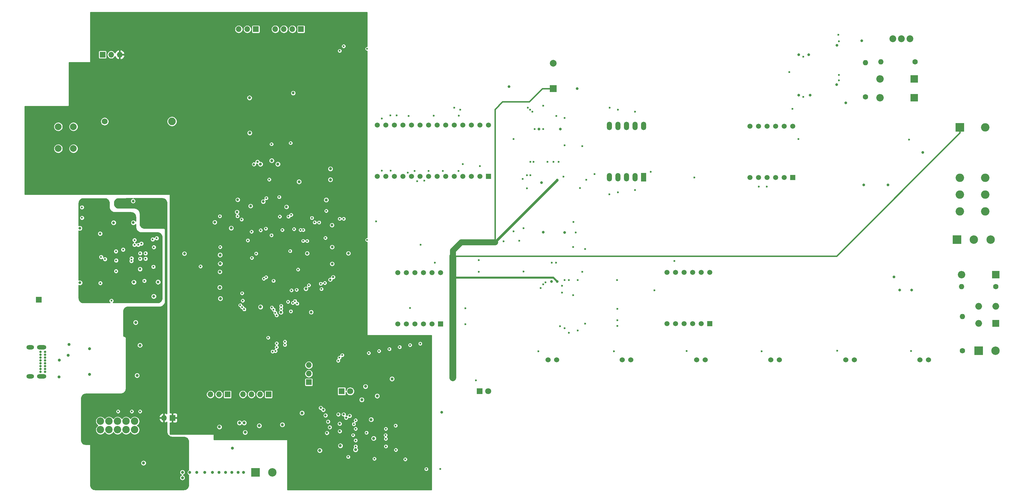
<source format=gbr>
%TF.GenerationSoftware,KiCad,Pcbnew,5.1.10-88a1d61d58~88~ubuntu20.04.1*%
%TF.CreationDate,2021-06-03T15:25:56+07:00*%
%TF.ProjectId,Schema_and_PCB,53636865-6d61-45f6-916e-645f5043422e,v0.1*%
%TF.SameCoordinates,Original*%
%TF.FileFunction,Copper,L3,Inr*%
%TF.FilePolarity,Positive*%
%FSLAX46Y46*%
G04 Gerber Fmt 4.6, Leading zero omitted, Abs format (unit mm)*
G04 Created by KiCad (PCBNEW 5.1.10-88a1d61d58~88~ubuntu20.04.1) date 2021-06-03 15:25:56*
%MOMM*%
%LPD*%
G01*
G04 APERTURE LIST*
%TA.AperFunction,ComponentPad*%
%ADD10O,2.300000X1.300000*%
%TD*%
%TA.AperFunction,ComponentPad*%
%ADD11O,2.800000X1.300000*%
%TD*%
%TA.AperFunction,ComponentPad*%
%ADD12C,0.700000*%
%TD*%
%TA.AperFunction,ComponentPad*%
%ADD13R,2.000000X2.000000*%
%TD*%
%TA.AperFunction,ComponentPad*%
%ADD14O,2.000000X2.000000*%
%TD*%
%TA.AperFunction,ComponentPad*%
%ADD15C,2.000000*%
%TD*%
%TA.AperFunction,ComponentPad*%
%ADD16O,1.700000X1.700000*%
%TD*%
%TA.AperFunction,ComponentPad*%
%ADD17R,1.700000X1.700000*%
%TD*%
%TA.AperFunction,ComponentPad*%
%ADD18C,1.755000*%
%TD*%
%TA.AperFunction,ComponentPad*%
%ADD19C,2.250000*%
%TD*%
%TA.AperFunction,ComponentPad*%
%ADD20R,1.500000X1.500000*%
%TD*%
%TA.AperFunction,ComponentPad*%
%ADD21C,1.500000*%
%TD*%
%TA.AperFunction,ComponentPad*%
%ADD22R,1.800000X1.800000*%
%TD*%
%TA.AperFunction,ComponentPad*%
%ADD23C,1.800000*%
%TD*%
%TA.AperFunction,ComponentPad*%
%ADD24R,2.200000X2.200000*%
%TD*%
%TA.AperFunction,ComponentPad*%
%ADD25O,2.200000X2.200000*%
%TD*%
%TA.AperFunction,ComponentPad*%
%ADD26R,2.500000X2.500000*%
%TD*%
%TA.AperFunction,ComponentPad*%
%ADD27C,2.500000*%
%TD*%
%TA.AperFunction,ComponentPad*%
%ADD28C,2.020000*%
%TD*%
%TA.AperFunction,ComponentPad*%
%ADD29C,1.600000*%
%TD*%
%TA.AperFunction,ComponentPad*%
%ADD30O,1.600000X1.600000*%
%TD*%
%TA.AperFunction,ComponentPad*%
%ADD31O,2.500000X2.500000*%
%TD*%
%TA.AperFunction,ComponentPad*%
%ADD32C,1.524000*%
%TD*%
%TA.AperFunction,ComponentPad*%
%ADD33O,1.524000X2.524000*%
%TD*%
%TA.AperFunction,ComponentPad*%
%ADD34R,1.524000X2.524000*%
%TD*%
%TA.AperFunction,ComponentPad*%
%ADD35C,2.200000*%
%TD*%
%TA.AperFunction,ViaPad*%
%ADD36C,0.900000*%
%TD*%
%TA.AperFunction,ViaPad*%
%ADD37C,0.600000*%
%TD*%
%TA.AperFunction,ViaPad*%
%ADD38C,0.800000*%
%TD*%
%TA.AperFunction,ViaPad*%
%ADD39C,0.700000*%
%TD*%
%TA.AperFunction,Conductor*%
%ADD40C,2.000000*%
%TD*%
%TA.AperFunction,Conductor*%
%ADD41C,0.600000*%
%TD*%
%TA.AperFunction,Conductor*%
%ADD42C,0.800000*%
%TD*%
%TA.AperFunction,Conductor*%
%ADD43C,0.400000*%
%TD*%
%TA.AperFunction,Conductor*%
%ADD44C,1.800000*%
%TD*%
%TA.AperFunction,Conductor*%
%ADD45C,0.254000*%
%TD*%
%TA.AperFunction,Conductor*%
%ADD46C,0.100000*%
%TD*%
G04 APERTURE END LIST*
D10*
%TO.N,/USB/USB_GND*%
%TO.C,J1*%
X65527200Y-171418000D03*
X65527200Y-180068000D03*
D11*
X68907200Y-180068000D03*
X68907200Y-171418000D03*
D12*
X68537200Y-172768000D03*
%TO.N,/USB/USB_VBUS*%
X68537200Y-173618000D03*
%TO.N,Net-(J1-PadB8)*%
X68537200Y-174468000D03*
%TO.N,/USB/USB_D_N*%
X68537200Y-175318000D03*
%TO.N,/USB/USB_D_P*%
X68537200Y-176168000D03*
%TO.N,Net-(J1-PadB5)*%
X68537200Y-177018000D03*
%TO.N,/USB/USB_VBUS*%
X68537200Y-177868000D03*
%TO.N,/USB/USB_GND*%
X68537200Y-178718000D03*
X69887200Y-178718000D03*
%TO.N,/USB/USB_VBUS*%
X69887200Y-177868000D03*
%TO.N,Net-(J1-PadA8)*%
X69887200Y-177018000D03*
%TO.N,/USB/USB_D_N*%
X69887200Y-176168000D03*
%TO.N,/USB/USB_D_P*%
X69887200Y-175318000D03*
%TO.N,Net-(J1-PadA5)*%
X69887200Y-174468000D03*
%TO.N,/USB/USB_VBUS*%
X69887200Y-173618000D03*
%TO.N,/USB/USB_GND*%
X69887200Y-172768000D03*
%TD*%
D13*
%TO.N,/Digital_IO_analog_Inputs/LEVEL_SWITCH_AC*%
%TO.C,D4*%
X352145600Y-164338000D03*
D14*
%TO.N,Net-(D4-Pad3)*%
X347065600Y-159258000D03*
%TO.N,Net-(C54-Pad1)*%
X352145600Y-159258000D03*
%TO.N,Net-(C54-Pad2)*%
X347065600Y-164338000D03*
%TD*%
D15*
%TO.N,Net-(LS1-Pad2)*%
%TO.C,LS1*%
X220726000Y-86964200D03*
D13*
%TO.N,+5V*%
X220726000Y-94564200D03*
%TD*%
D16*
%TO.N,GNDREF*%
%TO.C,J13*%
X127381000Y-76873100D03*
%TO.N,/Microcontroller/I2C2_SCL*%
X129921000Y-76873100D03*
D17*
%TO.N,/Microcontroller/I2C2_SDA*%
X132461000Y-76873100D03*
%TD*%
D15*
%TO.N,NRST*%
%TO.C,SW7*%
X78295500Y-112341800D03*
%TO.N,GNDREF*%
X73795500Y-112341800D03*
%TO.N,NRST*%
X78295500Y-105841800D03*
%TO.N,GNDREF*%
X73795500Y-105841800D03*
%TD*%
D18*
%TO.N,GNDREF*%
%TO.C,BT1*%
X87574100Y-104279700D03*
D19*
%TO.N,Net-(BT1-Pad1)*%
X107574100Y-104279700D03*
%TD*%
D20*
%TO.N,/Indicator/E2*%
%TO.C,U4*%
X201568000Y-120637000D03*
D21*
%TO.N,/Indicator/D2*%
X199028000Y-120637000D03*
%TO.N,/Indicator/2C2*%
X196488000Y-120637000D03*
%TO.N,/Indicator/C2*%
X193948000Y-120637000D03*
%TO.N,/Indicator/DP2*%
X191408000Y-120637000D03*
%TO.N,/Indicator/E2*%
X188868000Y-120637000D03*
%TO.N,/Indicator/D2*%
X186328000Y-120637000D03*
%TO.N,/Indicator/C2*%
X183788000Y-120637000D03*
%TO.N,/Indicator/DP2*%
X181248000Y-120637000D03*
%TO.N,/Indicator/B2*%
X181248000Y-105397000D03*
%TO.N,/Indicator/A2*%
X183788000Y-105397000D03*
%TO.N,/Indicator/G2*%
X186328000Y-105397000D03*
%TO.N,/Indicator/F2*%
X188868000Y-105397000D03*
%TO.N,/Indicator/B2*%
X191408000Y-105397000D03*
%TO.N,/Indicator/A2*%
X193948000Y-105397000D03*
%TO.N,/Indicator/2C2*%
X196488000Y-105397000D03*
%TO.N,/Indicator/F2*%
X199028000Y-105397000D03*
%TO.N,/Indicator/G2*%
X201568000Y-105397000D03*
%TO.N,/Indicator/E2*%
X178708000Y-120637000D03*
%TO.N,/Indicator/2C1*%
X178708000Y-105397000D03*
%TO.N,/Indicator/2C0*%
X176168000Y-105397000D03*
%TO.N,/Indicator/D2*%
X176168000Y-120637000D03*
%TO.N,/Indicator/F2*%
X173628000Y-105397000D03*
%TO.N,/Indicator/G2*%
X173628000Y-120637000D03*
%TO.N,/Indicator/C2*%
X171088000Y-120637000D03*
%TO.N,/Indicator/A2*%
X171088000Y-105397000D03*
%TO.N,/Indicator/DP2*%
X168548000Y-120637000D03*
%TO.N,/Indicator/B2*%
X168548000Y-105397000D03*
%TD*%
%TO.N,/Indicator/1C3*%
%TO.C,U2*%
X187300000Y-149187000D03*
%TO.N,/Indicator/A1*%
X184760000Y-149187000D03*
%TO.N,/Indicator/F1*%
X182220000Y-149187000D03*
%TO.N,/Indicator/1C2*%
X179680000Y-149187000D03*
%TO.N,/Indicator/1C1*%
X177140000Y-149187000D03*
%TO.N,/Indicator/B1*%
X174600000Y-149187000D03*
%TO.N,/Indicator/1C0*%
X174600000Y-164427000D03*
%TO.N,/Indicator/G1*%
X177140000Y-164427000D03*
%TO.N,/Indicator/C1*%
X179680000Y-164427000D03*
%TO.N,/Indicator/DP1*%
X182220000Y-164427000D03*
%TO.N,/Indicator/D1*%
X184760000Y-164427000D03*
D20*
%TO.N,/Indicator/E1*%
X187300000Y-164427000D03*
%TD*%
D16*
%TO.N,VDD_PER*%
%TO.C,JP2*%
X105181400Y-192379600D03*
D17*
%TO.N,VDD_MCU*%
X107721400Y-192379600D03*
%TD*%
D22*
%TO.N,Net-(D1-Pad1)*%
%TO.C,D1*%
X198958000Y-184490000D03*
D23*
%TO.N,Net-(D1-Pad2)*%
X201498000Y-184490000D03*
%TD*%
%TO.N,Net-(D2-Pad2)*%
%TO.C,D2*%
X160490000Y-184464000D03*
D22*
%TO.N,Net-(D2-Pad1)*%
X157950000Y-184464000D03*
%TD*%
D24*
%TO.N,Net-(C54-Pad1)*%
%TO.C,D5*%
X352145600Y-149860000D03*
D25*
%TO.N,Net-(C54-Pad2)*%
X341985600Y-149860000D03*
%TD*%
D24*
%TO.N,/Digital_IO_analog_Inputs/ENCODER_IN_A*%
%TO.C,D11*%
X327914000Y-97282000D03*
D25*
%TO.N,/Digital_IO_analog_Inputs/COM_ENCODER*%
X317754000Y-97282000D03*
%TD*%
%TO.N,/Digital_IO_analog_Inputs/COM_ENCODER*%
%TO.C,D12*%
X317754000Y-91694000D03*
D24*
%TO.N,/Digital_IO_analog_Inputs/ENCODER_IN_B*%
X327914000Y-91694000D03*
%TD*%
D26*
%TO.N,GNDREF*%
%TO.C,J2*%
X132410000Y-208610000D03*
D27*
%TO.N,+5V*%
X137410000Y-208610000D03*
%TD*%
D26*
%TO.N,/Digital_IO_analog_Inputs/220V_Phase*%
%TO.C,J5*%
X347065600Y-172466000D03*
D27*
%TO.N,/Digital_IO_analog_Inputs/LEVEL_SWITCH_AC*%
X352065600Y-172466000D03*
%TD*%
D26*
%TO.N,Net-(J7-Pad1)*%
%TO.C,J7*%
X340614000Y-139446000D03*
D27*
%TO.N,Net-(J7-Pad2)*%
X345614000Y-139446000D03*
%TO.N,Net-(J7-Pad3)*%
X350614000Y-139446000D03*
%TD*%
D28*
%TO.N,/Digital_IO_analog_Inputs/COM_ENCODER*%
%TO.C,J9*%
X321564000Y-79756000D03*
%TO.N,/Digital_IO_analog_Inputs/ENCODER_IN_B*%
X324104000Y-79756000D03*
%TO.N,/Digital_IO_analog_Inputs/ENCODER_IN_A*%
X326644000Y-79756000D03*
%TD*%
D17*
%TO.N,GNDREF*%
%TO.C,JP3*%
X86969600Y-84442300D03*
D16*
%TO.N,Net-(JP3-Pad2)*%
X89509600Y-84442300D03*
%TO.N,VDD_MCU*%
X92049600Y-84442300D03*
%TD*%
D29*
%TO.N,/Digital_IO_analog_Inputs/220V_Phase*%
%TO.C,R23*%
X342239600Y-172466000D03*
D30*
%TO.N,Net-(D4-Pad3)*%
X342239600Y-162306000D03*
%TD*%
%TO.N,Net-(C54-Pad2)*%
%TO.C,R27*%
X341985600Y-153416000D03*
D29*
%TO.N,Net-(C54-Pad1)*%
X352145600Y-153416000D03*
%TD*%
%TO.N,/Digital_IO_analog_Inputs/ENCODER_IN_A*%
%TO.C,R57*%
X313436000Y-97028000D03*
D30*
%TO.N,/Digital_IO_analog_Inputs/COM_ENCODER*%
X313436000Y-86868000D03*
%TD*%
%TO.N,/Digital_IO_analog_Inputs/COM_ENCODER*%
%TO.C,R61*%
X318008000Y-86614000D03*
D29*
%TO.N,/Digital_IO_analog_Inputs/ENCODER_IN_B*%
X328168000Y-86614000D03*
%TD*%
D26*
%TO.N,+5V*%
%TO.C,RL1*%
X341503000Y-106045000D03*
D31*
%TO.N,Net-(J7-Pad3)*%
X341503000Y-121045000D03*
%TO.N,Net-(J7-Pad1)*%
X341503000Y-126045000D03*
%TO.N,Net-(J7-Pad2)*%
X341503000Y-131045000D03*
X349003000Y-131045000D03*
%TO.N,Net-(J7-Pad1)*%
X349003000Y-126045000D03*
%TO.N,Net-(J7-Pad3)*%
X349003000Y-121045000D03*
%TO.N,Net-(D8-Pad2)*%
X349003000Y-106045000D03*
%TD*%
D32*
%TO.N,GNDREF*%
%TO.C,SW1*%
X332207000Y-175115000D03*
%TO.N,Net-(R80-Pad2)*%
X329667000Y-175095000D03*
%TD*%
%TO.N,GNDREF*%
%TO.C,SW2*%
X310172000Y-175115000D03*
%TO.N,Net-(R81-Pad2)*%
X307632000Y-175095000D03*
%TD*%
%TO.N,GNDREF*%
%TO.C,SW3*%
X287947000Y-175115000D03*
%TO.N,Net-(R82-Pad2)*%
X285407000Y-175095000D03*
%TD*%
%TO.N,GNDREF*%
%TO.C,SW4*%
X265874000Y-175115000D03*
%TO.N,Net-(R83-Pad2)*%
X263334000Y-175095000D03*
%TD*%
%TO.N,Net-(R84-Pad2)*%
%TO.C,SW5*%
X241262000Y-175095000D03*
%TO.N,GNDREF*%
X243802000Y-175115000D03*
%TD*%
%TO.N,Net-(R85-Pad2)*%
%TO.C,SW6*%
X219253000Y-175095000D03*
%TO.N,GNDREF*%
X221793000Y-175115000D03*
%TD*%
D20*
%TO.N,/Indicator/E1*%
%TO.C,U1*%
X267259000Y-164363000D03*
D21*
%TO.N,/Indicator/D1*%
X264719000Y-164363000D03*
%TO.N,/Indicator/DP1*%
X262179000Y-164363000D03*
%TO.N,/Indicator/C1*%
X259639000Y-164363000D03*
%TO.N,/Indicator/G1*%
X257099000Y-164363000D03*
%TO.N,/Indicator/1C4*%
X254559000Y-164363000D03*
%TO.N,/Indicator/B1*%
X254559000Y-149123000D03*
%TO.N,/Indicator/1C5*%
X257099000Y-149123000D03*
%TO.N,/Indicator/1C6*%
X259639000Y-149123000D03*
%TO.N,/Indicator/F1*%
X262179000Y-149123000D03*
%TO.N,/Indicator/A1*%
X264719000Y-149123000D03*
%TO.N,/Indicator/1C7*%
X267259000Y-149123000D03*
%TD*%
D33*
%TO.N,/Indicator/G2*%
%TO.C,U5*%
X247637000Y-105600000D03*
%TO.N,/Indicator/F2*%
X245097000Y-105600000D03*
%TO.N,/Indicator/2C3*%
X242557000Y-105600000D03*
%TO.N,/Indicator/A2*%
X240017000Y-105600000D03*
%TO.N,/Indicator/B2*%
X237477000Y-105600000D03*
%TO.N,/Indicator/DP2*%
X237477000Y-120840000D03*
%TO.N,/Indicator/C2*%
X240017000Y-120840000D03*
%TO.N,/Indicator/2C3*%
X242557000Y-120840000D03*
%TO.N,/Indicator/D2*%
X245097000Y-120840000D03*
D34*
%TO.N,/Indicator/E2*%
X247637000Y-120840000D03*
%TD*%
D20*
%TO.N,/Indicator/E2*%
%TO.C,U7*%
X291879000Y-120942000D03*
D21*
%TO.N,/Indicator/D2*%
X289339000Y-120942000D03*
%TO.N,/Indicator/DP2*%
X286799000Y-120942000D03*
%TO.N,/Indicator/C2*%
X284259000Y-120942000D03*
%TO.N,/Indicator/G2*%
X281719000Y-120942000D03*
%TO.N,/Indicator/2C4*%
X279179000Y-120942000D03*
%TO.N,/Indicator/B2*%
X279179000Y-105702000D03*
%TO.N,/Indicator/2C5*%
X281719000Y-105702000D03*
%TO.N,/Indicator/2C6*%
X284259000Y-105702000D03*
%TO.N,/Indicator/F2*%
X286799000Y-105702000D03*
%TO.N,/Indicator/A2*%
X289339000Y-105702000D03*
%TO.N,/Indicator/2C7*%
X291879000Y-105702000D03*
%TD*%
D35*
%TO.N,GNDREF*%
%TO.C,J3*%
X96494600Y-195910200D03*
%TO.N,/Digital_IO_analog_Inputs/ADC1_P*%
X96494600Y-193370200D03*
%TO.N,GNDREF*%
X93954600Y-195910200D03*
%TO.N,/Digital_IO_analog_Inputs/ADC2_P*%
X93954600Y-193370200D03*
%TO.N,GNDREF*%
X91414600Y-195910200D03*
%TO.N,/Digital_IO_analog_Inputs/ADC3_P*%
X91414600Y-193370200D03*
%TO.N,GNDREF*%
X88874600Y-195910200D03*
%TO.N,/Digital_IO_analog_Inputs/A_CH1_FAULT*%
X88874600Y-193370200D03*
%TO.N,/Digital_IO_analog_Inputs/A_CH2_FAULT*%
X86334600Y-195910200D03*
%TO.N,/Digital_IO_analog_Inputs/A_CH3_FAULT*%
X86334600Y-193370200D03*
%TD*%
D17*
%TO.N,GNDS*%
%TO.C,J12*%
X67995800Y-157290000D03*
%TD*%
D16*
%TO.N,/Microcontroller/BOOT0_RX*%
%TO.C,J14*%
X148196300Y-176695100D03*
%TO.N,/Microcontroller/BOOT0_TX*%
X148196300Y-179235100D03*
D17*
%TO.N,GNDREF*%
X148196300Y-181775100D03*
%TD*%
%TO.N,GNDREF*%
%TO.C,J15*%
X124066300Y-185407300D03*
D16*
%TO.N,/Microcontroller/USART2_TX*%
X121526300Y-185407300D03*
%TO.N,/Microcontroller/USART2_RX*%
X118986300Y-185407300D03*
%TD*%
%TO.N,/Microcontroller/SWO*%
%TO.C,J16*%
X128625600Y-185394600D03*
%TO.N,/Microcontroller/SWDIO*%
X131165600Y-185394600D03*
%TO.N,/Microcontroller/SWCLK*%
X133705600Y-185394600D03*
D17*
%TO.N,GNDREF*%
X136245600Y-185394600D03*
%TD*%
%TO.N,/Microcontroller/SPI4_SCK*%
%TO.C,J17*%
X145872200Y-76860400D03*
D16*
%TO.N,/Microcontroller/SPI4_NSS*%
X143332200Y-76860400D03*
%TO.N,/Microcontroller/SPI4_MISO*%
X140792200Y-76860400D03*
%TO.N,/Microcontroller/SPI4_MOSI*%
X138252200Y-76860400D03*
%TD*%
D36*
%TO.N,GNDREF*%
X127609600Y-193852800D03*
D37*
X98107500Y-143471900D03*
X99707500Y-143471900D03*
X98107500Y-145071900D03*
X99707500Y-145071900D03*
X87680800Y-145199100D03*
D38*
X90220800Y-134378700D03*
X102158800Y-156248100D03*
D37*
X99364800Y-151650700D03*
D38*
X103428800Y-152006300D03*
X111252000Y-143548100D03*
D37*
X89585800Y-157556200D03*
D38*
X80238600Y-152222200D03*
X80187800Y-136017000D03*
D37*
X80822800Y-129819400D03*
X80848200Y-132918200D03*
D36*
X97205800Y-179781200D03*
X98069400Y-170789600D03*
X96774000Y-164033200D03*
D38*
X96012000Y-127939800D03*
X96088200Y-134366000D03*
X96240600Y-152044400D03*
X147320000Y-154000200D03*
X141554200Y-129641600D03*
D36*
X133832600Y-116967000D03*
X138988800Y-116967000D03*
D38*
X155117800Y-146608800D03*
X155092400Y-135102600D03*
X148910000Y-160957300D03*
X139928600Y-161010600D03*
D36*
X121920000Y-156921200D03*
X121767600Y-153593800D03*
D38*
X121767600Y-148996400D03*
D36*
X121843800Y-143967200D03*
D37*
X121894600Y-141605000D03*
D36*
X121894600Y-146532600D03*
D37*
X187198000Y-207594200D03*
X183057800Y-207594200D03*
X176834800Y-204673200D03*
X174040800Y-201904600D03*
D36*
X168503600Y-185877200D03*
X165023800Y-183032400D03*
X166700200Y-192887600D03*
X157556200Y-200634600D03*
D37*
X173964600Y-194665600D03*
X162077400Y-199059800D03*
D36*
X162077400Y-201828400D03*
X167436800Y-198475600D03*
X172897800Y-180797200D03*
X151434800Y-202057000D03*
X133477000Y-194691000D03*
X129286000Y-196672200D03*
X125501400Y-201422000D03*
X99110800Y-205790800D03*
X121640600Y-195072000D03*
X140335000Y-194411600D03*
D38*
X126873000Y-131165600D03*
X127076200Y-127558800D03*
X134645400Y-128092200D03*
D36*
X137185400Y-115925600D03*
D38*
X143535400Y-95834200D03*
D36*
X130581400Y-97256600D03*
X130657300Y-107696300D03*
X153365200Y-127609600D03*
D37*
X153365200Y-130860800D03*
X156895800Y-175387000D03*
X216357200Y-172618400D03*
X238810800Y-172618400D03*
X260350000Y-172516800D03*
X305054000Y-172466000D03*
X326999600Y-172516800D03*
X282651200Y-172567600D03*
D38*
X330504800Y-113487200D03*
X296621200Y-84480400D03*
X293624000Y-84480400D03*
X293624000Y-96469200D03*
X297027600Y-96469200D03*
X320192400Y-123190000D03*
X323646800Y-154381200D03*
X327202800Y-154381200D03*
X217779600Y-137236200D03*
X224180400Y-137261600D03*
X220218000Y-151866600D03*
X187655200Y-190677800D03*
X227863400Y-94564200D03*
X207645000Y-93903800D03*
X222885000Y-106527600D03*
X216535000Y-106527600D03*
X217297000Y-122453400D03*
D36*
X154609800Y-121589800D03*
X154609800Y-118364000D03*
D37*
X137096500Y-138099800D03*
X140347700Y-136512300D03*
D38*
X155117800Y-141630400D03*
X147688300Y-143484600D03*
X130898900Y-129425700D03*
X120281700Y-134239000D03*
X159943800Y-143484600D03*
D37*
X86296500Y-152323800D03*
X167652700Y-204508100D03*
X194716400Y-159804100D03*
X168211500Y-133997700D03*
X181356000Y-140944600D03*
X194665600Y-164541200D03*
X178244500Y-159702500D03*
X192709800Y-102539800D03*
X185254900Y-102539800D03*
X177863500Y-102666800D03*
X172427900Y-102476300D03*
X169862500Y-103416100D03*
X174294800Y-102463600D03*
X221665800Y-102641400D03*
X169875200Y-118922800D03*
X172466000Y-118922800D03*
X177558700Y-119519700D03*
X179578000Y-118960900D03*
X182537100Y-121869200D03*
X180416200Y-122072400D03*
X183794400Y-118960900D03*
X187998100Y-118960900D03*
X192697100Y-118986300D03*
X262712200Y-120916700D03*
X230555800Y-121666000D03*
X233057700Y-119900700D03*
X284175200Y-123634500D03*
X281851100Y-123634500D03*
X136436100Y-121551700D03*
X139395200Y-126746000D03*
X135559800Y-127076200D03*
X137109200Y-111023400D03*
X239788700Y-159943800D03*
X239763300Y-151396700D03*
X198653400Y-148945600D03*
X198628000Y-145529300D03*
X206019400Y-139928600D03*
X185661300Y-146304000D03*
X256743200Y-145796000D03*
X239788700Y-165061900D03*
X239801400Y-163398200D03*
D36*
X128778200Y-208610000D03*
X123507700Y-208610000D03*
X121564600Y-208610000D03*
X119583400Y-208610000D03*
X112852400Y-208610000D03*
X114947900Y-208610000D03*
X117322800Y-208610000D03*
X110668000Y-210172100D03*
X110668000Y-208559200D03*
D37*
X137706100Y-151638000D03*
D36*
X145288000Y-122199400D03*
D37*
X95631000Y-190474600D03*
X98107500Y-190474600D03*
X91567000Y-190474600D03*
X131191000Y-137020300D03*
X145008600Y-148272500D03*
X144564100Y-154330400D03*
X96443800Y-139534900D03*
X102057200Y-147459700D03*
X102171500Y-141655800D03*
X159880300Y-203962000D03*
X197802500Y-181229000D03*
D36*
X125387300Y-208610000D03*
X127190700Y-208610000D03*
X128993700Y-193853000D03*
X146176800Y-190932000D03*
D39*
X157378400Y-196342000D03*
D36*
X133845300Y-159397700D03*
X125145800Y-135966200D03*
D37*
%TO.N,+5V*%
X221615000Y-146278600D03*
D38*
X221945200Y-151866600D03*
X190958601Y-179068599D03*
X190958601Y-180465599D03*
X190960010Y-177720990D03*
D37*
X220878400Y-116281200D03*
D38*
X221970600Y-121691400D03*
D36*
%TO.N,VDD_PER*%
X104521000Y-170459400D03*
D38*
X92405200Y-127914400D03*
D36*
X106349600Y-204267000D03*
X108584800Y-204267000D03*
X107467200Y-204267000D03*
X102235000Y-205486000D03*
X102209600Y-202920600D03*
X104368000Y-207695200D03*
X104368000Y-200889200D03*
D38*
%TO.N,VDD_MCU*%
X112179100Y-144665700D03*
D37*
X110921800Y-148691600D03*
D38*
X108991400Y-134213600D03*
X139852400Y-129616200D03*
X153365200Y-146608800D03*
X153390600Y-135102600D03*
X148907500Y-159207200D03*
D36*
X126060200Y-156921200D03*
X124968000Y-150317200D03*
D38*
X124993400Y-145338800D03*
D36*
X161696400Y-206298800D03*
X154101800Y-205105000D03*
X151409400Y-200355200D03*
X122631200Y-188849000D03*
X123850400Y-190093600D03*
X123850400Y-194665600D03*
X133905000Y-192418000D03*
X134992600Y-193505600D03*
X136110200Y-194623200D03*
X134992600Y-194597800D03*
D38*
X128701800Y-123926600D03*
D36*
X138582400Y-112699800D03*
X143535400Y-94107000D03*
X128854200Y-97231200D03*
X128930400Y-107670600D03*
D38*
X142544800Y-159308800D03*
D37*
X151257000Y-133197600D03*
X169062400Y-179298600D03*
X181317900Y-179171600D03*
D38*
X153390600Y-141605000D03*
D37*
X136740000Y-157949900D03*
D36*
X122631200Y-195859400D03*
X135001000Y-192455800D03*
D39*
X157581600Y-195389500D03*
D36*
X125755400Y-138722100D03*
X148564600Y-118338600D03*
X148564600Y-121666000D03*
D39*
X134475759Y-132474239D03*
D37*
%TO.N,/Digital_IO_analog_Inputs/ENCODER_IN_B*%
X305396900Y-78524100D03*
%TO.N,/Buttons/Button_Plus*%
X165989000Y-173113700D03*
X137224293Y-159586204D03*
X137426700Y-172643800D03*
%TO.N,/Buttons/Button_Minus*%
X169056200Y-172523300D03*
X137740000Y-160197800D03*
X138294097Y-172513699D03*
%TO.N,/Buttons/Button_Emh*%
X181270690Y-170323290D03*
X139962990Y-159067500D03*
X141111401Y-169710100D03*
%TO.N,/Buttons/Button_Clock*%
X139962990Y-159943800D03*
X178234601Y-170723299D03*
X141111401Y-170677304D03*
%TO.N,/Buttons/Button_pH*%
X138628599Y-161899600D03*
X175171100Y-171323300D03*
X138628599Y-170218100D03*
%TO.N,/Buttons/Button_Func*%
X138240000Y-161124900D03*
X172119700Y-171923300D03*
X138628599Y-171373800D03*
%TO.N,/LAN/RD_P*%
X95529400Y-145770600D03*
X90932000Y-142875000D03*
%TO.N,/LAN/TD_N*%
X86512400Y-144564100D03*
X90982800Y-145592800D03*
X90957400Y-148767800D03*
%TO.N,/LAN/RD_N*%
X93065600Y-142367000D03*
X95580200Y-144957800D03*
%TO.N,Net-(J4-Pad1)*%
X171043600Y-195630800D03*
X162077400Y-195630800D03*
%TO.N,Net-(J4-Pad2)*%
X161340800Y-197510400D03*
X170967400Y-197510400D03*
%TO.N,Net-(J4-Pad3)*%
X165328600Y-196773800D03*
X171043600Y-198602600D03*
%TO.N,Net-(J4-Pad5)*%
X162102800Y-200837800D03*
X171069000Y-200837800D03*
D39*
%TO.N,Net-(J11-Pad10)*%
X98082600Y-148158200D03*
X86207600Y-137629900D03*
D37*
%TO.N,/Microcontroller/I2C2_SCL*%
X142151100Y-132575300D03*
%TO.N,/Microcontroller/I2C2_SDA*%
X142951200Y-132054600D03*
%TO.N,/Microcontroller/BOOT0_TX*%
X144094200Y-157657800D03*
%TO.N,/Microcontroller/BOOT0_RX*%
X144765000Y-158407100D03*
%TO.N,/Microcontroller/USART2_RX*%
X134828598Y-151006736D03*
%TO.N,/Microcontroller/USART2_TX*%
X135528598Y-150596600D03*
%TO.N,/Microcontroller/SWO*%
X136128598Y-168554400D03*
X142660285Y-142774585D03*
%TO.N,/Microcontroller/SPI4_MOSI*%
X143814800Y-136271000D03*
%TO.N,/Microcontroller/SPI4_MISO*%
X145723015Y-136515515D03*
%TO.N,/Microcontroller/SPI4_NSS*%
X146540062Y-136546997D03*
%TO.N,/Microcontroller/SPI4_SCK*%
X149098000Y-132943600D03*
%TO.N,Net-(BT1-Pad1)*%
X157353000Y-133197600D03*
X157353000Y-83302400D03*
%TO.N,/Indicator/WEST_SKIP_LED*%
X158127700Y-173723300D03*
X151231600Y-134289800D03*
%TO.N,/Indicator/EAST_SKIP_LED*%
X149936200Y-134277100D03*
X157302200Y-174434500D03*
%TO.N,Net-(R6-Pad2)*%
X220345000Y-146278600D03*
%TO.N,Net-(R8-Pad2)*%
X219075000Y-116281200D03*
%TO.N,/MCU_Power_supply_clocking/BOOT0*%
X165506400Y-82702400D03*
X165506400Y-139496800D03*
%TO.N,/Storage_and_memory/QUADPSI_BK1_IO3*%
X139573000Y-132562600D03*
D39*
X132943600Y-116255800D03*
%TO.N,/Storage_and_memory/QUADPSI_BK1_IO0*%
X131902200Y-117017800D03*
D37*
X135423200Y-136131300D03*
%TO.N,Net-(R56-Pad2)*%
X305587400Y-92036900D03*
%TO.N,Net-(R60-Pad2)*%
X305562000Y-80505300D03*
%TO.N,/LAN/RMII_MDIO*%
X103016300Y-138982700D03*
X128244600Y-133426200D03*
%TO.N,/LAN/RMII_REF_CLK*%
X127000000Y-132435600D03*
X121767600Y-132435600D03*
%TO.N,/Indicator/SPI6_MOSI*%
X226771200Y-134150100D03*
X227495100Y-137248900D03*
%TO.N,/Indicator/SPI6_CS*%
X208991200Y-109556400D03*
X210667600Y-139776200D03*
X208991200Y-136969500D03*
%TO.N,/Indicator/SPI6_SCK*%
X211683600Y-121361200D03*
X211963000Y-148920200D03*
X211983599Y-135986799D03*
%TO.N,Net-(TP4-Pad1)*%
X229438200Y-111658400D03*
X229440000Y-148998200D03*
%TO.N,/Indicator/E1*%
X224155000Y-151434800D03*
X224183801Y-165713001D03*
%TO.N,/Indicator/D1*%
X264719000Y-164363000D03*
X228067003Y-151395203D03*
X228071511Y-166413011D03*
%TO.N,/Indicator/DP1*%
X225425000Y-151460200D03*
X225431421Y-167113021D03*
%TO.N,/Indicator/C1*%
X223418400Y-153162000D03*
X223418400Y-155181300D03*
%TO.N,/Indicator/G1*%
X218465400Y-152095200D03*
X222783100Y-165113000D03*
%TO.N,/Indicator/1C4*%
X230225600Y-164363400D03*
X230225600Y-142163800D03*
%TO.N,/Indicator/B1*%
X217805000Y-152679400D03*
X250825000Y-154508200D03*
X217062050Y-153765250D03*
%TO.N,/Indicator/1C0*%
X226695000Y-141605000D03*
X226695000Y-155943300D03*
%TO.N,/Indicator/D2*%
X199034400Y-117602000D03*
X245084600Y-124679000D03*
%TO.N,/Indicator/C2*%
X193954400Y-116992400D03*
X223824800Y-120675400D03*
X222377000Y-116281200D03*
X239966500Y-125353412D03*
%TO.N,/Indicator/DP2*%
X237477300Y-125984000D03*
%TO.N,/Indicator/B2*%
X191389000Y-100177600D03*
X237490000Y-100177600D03*
X213969600Y-120243600D03*
X213233000Y-100171399D03*
%TO.N,/Indicator/A2*%
X193176600Y-100777600D03*
X239963399Y-100777601D03*
X213995000Y-116281199D03*
X213934601Y-100777600D03*
%TO.N,/Indicator/G2*%
X212979000Y-120243600D03*
X212991700Y-124153411D03*
X249732800Y-119240300D03*
%TO.N,/Indicator/F2*%
X245103799Y-101377601D03*
X214909400Y-116281199D03*
X214595000Y-101377601D03*
%TO.N,/Indicator/2C4*%
X224180400Y-111379000D03*
X228727000Y-124079000D03*
%TO.N,/Indicator/2C7*%
X217805000Y-99577600D03*
X217805000Y-106527600D03*
%TO.N,/Indicator/2C5*%
X224134467Y-103281267D03*
X215265000Y-106527600D03*
%TO.N,/LAN/RMII_TX_EN*%
X116027200Y-147370800D03*
X98501200Y-140589000D03*
%TO.N,/Microcontroller/SDMMC1_D2*%
X151952400Y-154081564D03*
D39*
X154406600Y-195168001D03*
D37*
%TO.N,/Microcontroller/SDMMC1_D3*%
X148209000Y-152958800D03*
D39*
X151733464Y-189388536D03*
D37*
%TO.N,/Microcontroller/SDMMC1_CK*%
X151726900Y-152501600D03*
D39*
X152488900Y-189979300D03*
%TO.N,/Microcontroller/SDMMC1_CMD*%
X156946600Y-191338200D03*
D37*
X152952410Y-152266610D03*
%TO.N,/Microcontroller/QUADSPI_BK1_NCS*%
X147701000Y-139801600D03*
X142783000Y-110680500D03*
%TO.N,/Microcontroller/SDMMC1_CKIN*%
X146507200Y-139776200D03*
D39*
X153578634Y-196839766D03*
D37*
%TO.N,/LAN/RMII_MDC*%
X101830035Y-139320435D03*
X130070034Y-139620434D03*
%TO.N,/LAN/RMII_TXD0*%
X97536000Y-140944600D03*
X128371600Y-155346400D03*
%TO.N,/LAN/RMII_TXD1*%
X96443800Y-140944600D03*
X128574800Y-157530800D03*
D39*
%TO.N,/Microcontroller/SDMMC1_D0*%
X153898600Y-193497200D03*
D37*
X142849600Y-160705800D03*
%TO.N,/Microcontroller/SDMMC1_D1*%
X143440000Y-158216600D03*
D39*
X153152400Y-191643000D03*
%TO.N,/Microcontroller/SD_CARD_INS*%
X159283400Y-192316100D03*
X154559000Y-151320500D03*
%TO.N,/Microcontroller/SD_CARD_CS*%
X160324800Y-191770000D03*
X155409900Y-150520400D03*
%TO.N,/Microcontroller/SDMMC1_CDIR*%
X158541559Y-191326239D03*
D37*
X153111200Y-138900000D03*
%TO.N,/Microcontroller/SDMMC1_D0DIR*%
X142011400Y-157861000D03*
X161544000Y-194233800D03*
D39*
%TO.N,/Microcontroller/SDMMC1_D123DIR*%
X157353000Y-194106800D03*
D37*
X162077400Y-193065400D03*
X143027400Y-154457400D03*
%TO.N,/Digital_IO_analog_Inputs/ADC1_P*%
X132562600Y-143522700D03*
%TO.N,/Digital_IO_analog_Inputs/ADC2_P*%
X131279900Y-144843500D03*
%TO.N,/Digital_IO_analog_Inputs/ADC3_P*%
X133883400Y-136601200D03*
%TO.N,/Digital_IO_analog_Inputs/A_CH2_FAULT*%
X127838200Y-158902400D03*
%TO.N,/Digital_IO_analog_Inputs/A_CH3_FAULT*%
X128403887Y-159502400D03*
%TO.N,/Digital_IO_analog_Inputs/SKIP_N_UNLOADED_REL*%
X293544700Y-109550200D03*
X326466200Y-109651800D03*
%TO.N,/Digital_IO_analog_Inputs/SKIP_N_UNLOADED_BEEPER*%
X158553001Y-133197600D03*
X158546800Y-81902300D03*
%TO.N,/Digital_IO_analog_Inputs/ENCODER_A*%
X291782500Y-100545900D03*
X295046400Y-97015300D03*
%TO.N,/Digital_IO_analog_Inputs/ENCODER_B*%
X295046400Y-85064600D03*
X290855400Y-89585800D03*
%TO.N,/Digital_IO_analog_Inputs/A_CH1_FAULT*%
X129028102Y-160102400D03*
D36*
%TO.N,Net-(C51-Pad1)*%
X163918900Y-186982100D03*
D38*
X312940700Y-123190000D03*
X321919600Y-150507700D03*
D36*
%TO.N,/USB/USB_GND*%
X76758800Y-173786800D03*
X77038200Y-170586400D03*
X74091800Y-175260000D03*
X74066400Y-180213000D03*
X83134200Y-171856400D03*
X83134200Y-179476400D03*
D38*
%TO.N,/LAN/LAN_PWR*%
X80975200Y-147243800D03*
X80975200Y-140741400D03*
D37*
X89535000Y-151968200D03*
X92354400Y-151968200D03*
D39*
X96558100Y-147751399D03*
D37*
%TO.N,/Digital_IO_analog_Inputs/ENCODER_IN_A*%
X305574700Y-90474800D03*
D38*
%TO.N,/Digital_IO_analog_Inputs/COM_ENCODER*%
X304952400Y-93319600D03*
X312407300Y-80302100D03*
X305003200Y-81686400D03*
X307594000Y-98755200D03*
%TD*%
D40*
%TO.N,+5V*%
X190958601Y-149350599D02*
X190958601Y-144295999D01*
D41*
X191071599Y-150660199D02*
X190958601Y-150547201D01*
X220738799Y-150660199D02*
X191071599Y-150660199D01*
X221945200Y-151866600D02*
X220738799Y-150660199D01*
D40*
X190958601Y-150547201D02*
X190958601Y-149350599D01*
X190958601Y-180465599D02*
X190958601Y-150547201D01*
D42*
X203455401Y-140206599D02*
X221970600Y-121691400D01*
D43*
X217508197Y-94564200D02*
X213621997Y-98450400D01*
X220726000Y-94564200D02*
X217508197Y-94564200D01*
X213621997Y-98450400D02*
X205689200Y-98450400D01*
X203455401Y-100684199D02*
X203455401Y-140206599D01*
X205689200Y-98450400D02*
X203455401Y-100684199D01*
X304902001Y-144295999D02*
X190958601Y-144295999D01*
X341503000Y-107695000D02*
X304902001Y-144295999D01*
X341503000Y-106045000D02*
X341503000Y-107695000D01*
D44*
X190958601Y-144295999D02*
X190958601Y-142644999D01*
X193397001Y-140206599D02*
X203455401Y-140206599D01*
X190958601Y-142644999D02*
X193397001Y-140206599D01*
%TD*%
D45*
%TO.N,/LAN/LAN_PWR*%
X87779826Y-127195092D02*
X87989257Y-127245372D01*
X88188252Y-127327799D01*
X88371897Y-127440337D01*
X88535679Y-127580221D01*
X88675563Y-127744003D01*
X88788101Y-127927648D01*
X88870528Y-128126643D01*
X88920808Y-128336074D01*
X88938100Y-128555796D01*
X88938100Y-129691000D01*
X88938491Y-129700964D01*
X88956958Y-129935616D01*
X88960076Y-129955300D01*
X89015024Y-130184173D01*
X89021182Y-130203126D01*
X89111257Y-130420587D01*
X89120305Y-130438344D01*
X89243290Y-130639036D01*
X89255003Y-130655158D01*
X89407868Y-130834140D01*
X89421960Y-130848232D01*
X89600942Y-131001097D01*
X89617064Y-131012810D01*
X89817756Y-131135795D01*
X89835513Y-131144843D01*
X90052974Y-131234918D01*
X90071927Y-131241076D01*
X90300800Y-131296024D01*
X90320484Y-131299142D01*
X90555136Y-131317609D01*
X90565100Y-131318000D01*
X95408704Y-131318000D01*
X95628426Y-131335292D01*
X95837857Y-131385572D01*
X96036852Y-131467999D01*
X96220497Y-131580537D01*
X96384279Y-131720421D01*
X96524163Y-131884203D01*
X96636701Y-132067848D01*
X96719128Y-132266843D01*
X96769408Y-132476274D01*
X96786700Y-132695996D01*
X96786700Y-133922820D01*
X96730572Y-133838819D01*
X96615381Y-133723628D01*
X96479931Y-133633123D01*
X96329427Y-133570782D01*
X96169652Y-133539000D01*
X96006748Y-133539000D01*
X95846973Y-133570782D01*
X95696469Y-133633123D01*
X95561019Y-133723628D01*
X95445828Y-133838819D01*
X95355323Y-133974269D01*
X95292982Y-134124773D01*
X95261200Y-134284548D01*
X95261200Y-134447452D01*
X95292982Y-134607227D01*
X95355323Y-134757731D01*
X95445828Y-134893181D01*
X95561019Y-135008372D01*
X95696469Y-135098877D01*
X95846973Y-135161218D01*
X96006748Y-135193000D01*
X96169652Y-135193000D01*
X96329427Y-135161218D01*
X96479931Y-135098877D01*
X96615381Y-135008372D01*
X96730572Y-134893181D01*
X96786700Y-134809180D01*
X96786700Y-135647300D01*
X96787091Y-135657264D01*
X96805558Y-135891916D01*
X96808676Y-135911600D01*
X96863624Y-136140473D01*
X96869782Y-136159426D01*
X96959857Y-136376887D01*
X96968905Y-136394644D01*
X97091890Y-136595336D01*
X97103603Y-136611458D01*
X97256468Y-136790440D01*
X97270560Y-136804532D01*
X97449542Y-136957397D01*
X97465664Y-136969110D01*
X97666356Y-137092095D01*
X97684113Y-137101143D01*
X97901574Y-137191218D01*
X97920527Y-137197376D01*
X98149400Y-137252324D01*
X98169084Y-137255442D01*
X98403736Y-137273909D01*
X98413700Y-137274300D01*
X103206504Y-137274300D01*
X103426226Y-137291592D01*
X103635657Y-137341872D01*
X103834652Y-137424299D01*
X104018297Y-137536837D01*
X104182079Y-137676721D01*
X104321963Y-137840503D01*
X104434501Y-138024148D01*
X104516928Y-138223143D01*
X104567208Y-138432574D01*
X104584500Y-138652296D01*
X104584500Y-156775104D01*
X104567208Y-156994826D01*
X104516928Y-157204257D01*
X104434501Y-157403252D01*
X104321963Y-157586897D01*
X104182079Y-157750679D01*
X104018297Y-157890563D01*
X103834652Y-158003101D01*
X103635657Y-158085528D01*
X103426226Y-158135808D01*
X103206504Y-158153100D01*
X90001042Y-158153100D01*
X90049236Y-158120898D01*
X90150498Y-158019636D01*
X90230059Y-157900564D01*
X90284862Y-157768258D01*
X90312800Y-157627803D01*
X90312800Y-157484597D01*
X90284862Y-157344142D01*
X90230059Y-157211836D01*
X90150498Y-157092764D01*
X90049236Y-156991502D01*
X89930164Y-156911941D01*
X89797858Y-156857138D01*
X89657403Y-156829200D01*
X89514197Y-156829200D01*
X89373742Y-156857138D01*
X89241436Y-156911941D01*
X89122364Y-156991502D01*
X89021102Y-157092764D01*
X88941541Y-157211836D01*
X88886738Y-157344142D01*
X88858800Y-157484597D01*
X88858800Y-157627803D01*
X88886738Y-157768258D01*
X88941541Y-157900564D01*
X89021102Y-158019636D01*
X89122364Y-158120898D01*
X89170558Y-158153100D01*
X81299096Y-158153100D01*
X81079374Y-158135808D01*
X80869943Y-158085528D01*
X80670948Y-158003101D01*
X80487303Y-157890563D01*
X80323521Y-157750679D01*
X80183637Y-157586897D01*
X80071099Y-157403252D01*
X79988672Y-157204257D01*
X79938392Y-156994826D01*
X79921100Y-156775104D01*
X79921100Y-156166648D01*
X101331800Y-156166648D01*
X101331800Y-156329552D01*
X101363582Y-156489327D01*
X101425923Y-156639831D01*
X101516428Y-156775281D01*
X101631619Y-156890472D01*
X101767069Y-156980977D01*
X101917573Y-157043318D01*
X102077348Y-157075100D01*
X102240252Y-157075100D01*
X102400027Y-157043318D01*
X102550531Y-156980977D01*
X102685981Y-156890472D01*
X102801172Y-156775281D01*
X102891677Y-156639831D01*
X102954018Y-156489327D01*
X102985800Y-156329552D01*
X102985800Y-156166648D01*
X102954018Y-156006873D01*
X102891677Y-155856369D01*
X102801172Y-155720919D01*
X102685981Y-155605728D01*
X102550531Y-155515223D01*
X102400027Y-155452882D01*
X102240252Y-155421100D01*
X102077348Y-155421100D01*
X101917573Y-155452882D01*
X101767069Y-155515223D01*
X101631619Y-155605728D01*
X101516428Y-155720919D01*
X101425923Y-155856369D01*
X101363582Y-156006873D01*
X101331800Y-156166648D01*
X79921100Y-156166648D01*
X79921100Y-152985825D01*
X79997373Y-153017418D01*
X80157148Y-153049200D01*
X80320052Y-153049200D01*
X80479827Y-153017418D01*
X80630331Y-152955077D01*
X80765781Y-152864572D01*
X80880972Y-152749381D01*
X80971477Y-152613931D01*
X81033818Y-152463427D01*
X81065600Y-152303652D01*
X81065600Y-152252197D01*
X85569500Y-152252197D01*
X85569500Y-152395403D01*
X85597438Y-152535858D01*
X85652241Y-152668164D01*
X85731802Y-152787236D01*
X85833064Y-152888498D01*
X85952136Y-152968059D01*
X86084442Y-153022862D01*
X86224897Y-153050800D01*
X86368103Y-153050800D01*
X86508558Y-153022862D01*
X86640864Y-152968059D01*
X86759936Y-152888498D01*
X86861198Y-152787236D01*
X86940759Y-152668164D01*
X86995562Y-152535858D01*
X87023500Y-152395403D01*
X87023500Y-152252197D01*
X86995562Y-152111742D01*
X86940759Y-151979436D01*
X86929743Y-151962948D01*
X95413600Y-151962948D01*
X95413600Y-152125852D01*
X95445382Y-152285627D01*
X95507723Y-152436131D01*
X95598228Y-152571581D01*
X95713419Y-152686772D01*
X95848869Y-152777277D01*
X95999373Y-152839618D01*
X96159148Y-152871400D01*
X96322052Y-152871400D01*
X96481827Y-152839618D01*
X96632331Y-152777277D01*
X96767781Y-152686772D01*
X96882972Y-152571581D01*
X96973477Y-152436131D01*
X97035818Y-152285627D01*
X97067600Y-152125852D01*
X97067600Y-151962948D01*
X97035818Y-151803173D01*
X96973477Y-151652669D01*
X96924318Y-151579097D01*
X98637800Y-151579097D01*
X98637800Y-151722303D01*
X98665738Y-151862758D01*
X98720541Y-151995064D01*
X98800102Y-152114136D01*
X98901364Y-152215398D01*
X99020436Y-152294959D01*
X99152742Y-152349762D01*
X99293197Y-152377700D01*
X99436403Y-152377700D01*
X99576858Y-152349762D01*
X99709164Y-152294959D01*
X99828236Y-152215398D01*
X99929498Y-152114136D01*
X100009059Y-151995064D01*
X100038143Y-151924848D01*
X102601800Y-151924848D01*
X102601800Y-152087752D01*
X102633582Y-152247527D01*
X102695923Y-152398031D01*
X102786428Y-152533481D01*
X102901619Y-152648672D01*
X103037069Y-152739177D01*
X103187573Y-152801518D01*
X103347348Y-152833300D01*
X103510252Y-152833300D01*
X103670027Y-152801518D01*
X103820531Y-152739177D01*
X103955981Y-152648672D01*
X104071172Y-152533481D01*
X104161677Y-152398031D01*
X104224018Y-152247527D01*
X104255800Y-152087752D01*
X104255800Y-151924848D01*
X104224018Y-151765073D01*
X104161677Y-151614569D01*
X104071172Y-151479119D01*
X103955981Y-151363928D01*
X103820531Y-151273423D01*
X103670027Y-151211082D01*
X103510252Y-151179300D01*
X103347348Y-151179300D01*
X103187573Y-151211082D01*
X103037069Y-151273423D01*
X102901619Y-151363928D01*
X102786428Y-151479119D01*
X102695923Y-151614569D01*
X102633582Y-151765073D01*
X102601800Y-151924848D01*
X100038143Y-151924848D01*
X100063862Y-151862758D01*
X100091800Y-151722303D01*
X100091800Y-151579097D01*
X100063862Y-151438642D01*
X100009059Y-151306336D01*
X99929498Y-151187264D01*
X99828236Y-151086002D01*
X99709164Y-151006441D01*
X99576858Y-150951638D01*
X99436403Y-150923700D01*
X99293197Y-150923700D01*
X99152742Y-150951638D01*
X99020436Y-151006441D01*
X98901364Y-151086002D01*
X98800102Y-151187264D01*
X98720541Y-151306336D01*
X98665738Y-151438642D01*
X98637800Y-151579097D01*
X96924318Y-151579097D01*
X96882972Y-151517219D01*
X96767781Y-151402028D01*
X96632331Y-151311523D01*
X96481827Y-151249182D01*
X96322052Y-151217400D01*
X96159148Y-151217400D01*
X95999373Y-151249182D01*
X95848869Y-151311523D01*
X95713419Y-151402028D01*
X95598228Y-151517219D01*
X95507723Y-151652669D01*
X95445382Y-151803173D01*
X95413600Y-151962948D01*
X86929743Y-151962948D01*
X86861198Y-151860364D01*
X86759936Y-151759102D01*
X86640864Y-151679541D01*
X86508558Y-151624738D01*
X86368103Y-151596800D01*
X86224897Y-151596800D01*
X86084442Y-151624738D01*
X85952136Y-151679541D01*
X85833064Y-151759102D01*
X85731802Y-151860364D01*
X85652241Y-151979436D01*
X85597438Y-152111742D01*
X85569500Y-152252197D01*
X81065600Y-152252197D01*
X81065600Y-152140748D01*
X81033818Y-151980973D01*
X80971477Y-151830469D01*
X80880972Y-151695019D01*
X80765781Y-151579828D01*
X80630331Y-151489323D01*
X80479827Y-151426982D01*
X80320052Y-151395200D01*
X80157148Y-151395200D01*
X79997373Y-151426982D01*
X79921100Y-151458575D01*
X79921100Y-148696197D01*
X90230400Y-148696197D01*
X90230400Y-148839403D01*
X90258338Y-148979858D01*
X90313141Y-149112164D01*
X90392702Y-149231236D01*
X90493964Y-149332498D01*
X90613036Y-149412059D01*
X90745342Y-149466862D01*
X90885797Y-149494800D01*
X91029003Y-149494800D01*
X91169458Y-149466862D01*
X91301764Y-149412059D01*
X91420836Y-149332498D01*
X91522098Y-149231236D01*
X91601659Y-149112164D01*
X91656462Y-148979858D01*
X91684400Y-148839403D01*
X91684400Y-148696197D01*
X91656462Y-148555742D01*
X91601659Y-148423436D01*
X91522098Y-148304364D01*
X91420836Y-148203102D01*
X91301764Y-148123541D01*
X91200684Y-148081672D01*
X97305600Y-148081672D01*
X97305600Y-148234728D01*
X97335459Y-148384843D01*
X97394031Y-148526248D01*
X97479064Y-148653509D01*
X97587291Y-148761736D01*
X97714552Y-148846769D01*
X97855957Y-148905341D01*
X98006072Y-148935200D01*
X98159128Y-148935200D01*
X98309243Y-148905341D01*
X98450648Y-148846769D01*
X98577909Y-148761736D01*
X98686136Y-148653509D01*
X98771169Y-148526248D01*
X98829741Y-148384843D01*
X98859600Y-148234728D01*
X98859600Y-148081672D01*
X98829741Y-147931557D01*
X98771169Y-147790152D01*
X98686136Y-147662891D01*
X98577909Y-147554664D01*
X98450648Y-147469631D01*
X98309243Y-147411059D01*
X98193803Y-147388097D01*
X101330200Y-147388097D01*
X101330200Y-147531303D01*
X101358138Y-147671758D01*
X101412941Y-147804064D01*
X101492502Y-147923136D01*
X101593764Y-148024398D01*
X101712836Y-148103959D01*
X101845142Y-148158762D01*
X101985597Y-148186700D01*
X102128803Y-148186700D01*
X102269258Y-148158762D01*
X102401564Y-148103959D01*
X102520636Y-148024398D01*
X102621898Y-147923136D01*
X102701459Y-147804064D01*
X102756262Y-147671758D01*
X102784200Y-147531303D01*
X102784200Y-147388097D01*
X102756262Y-147247642D01*
X102701459Y-147115336D01*
X102621898Y-146996264D01*
X102520636Y-146895002D01*
X102401564Y-146815441D01*
X102269258Y-146760638D01*
X102128803Y-146732700D01*
X101985597Y-146732700D01*
X101845142Y-146760638D01*
X101712836Y-146815441D01*
X101593764Y-146895002D01*
X101492502Y-146996264D01*
X101412941Y-147115336D01*
X101358138Y-147247642D01*
X101330200Y-147388097D01*
X98193803Y-147388097D01*
X98159128Y-147381200D01*
X98006072Y-147381200D01*
X97855957Y-147411059D01*
X97714552Y-147469631D01*
X97587291Y-147554664D01*
X97479064Y-147662891D01*
X97394031Y-147790152D01*
X97335459Y-147931557D01*
X97305600Y-148081672D01*
X91200684Y-148081672D01*
X91169458Y-148068738D01*
X91029003Y-148040800D01*
X90885797Y-148040800D01*
X90745342Y-148068738D01*
X90613036Y-148123541D01*
X90493964Y-148203102D01*
X90392702Y-148304364D01*
X90313141Y-148423436D01*
X90258338Y-148555742D01*
X90230400Y-148696197D01*
X79921100Y-148696197D01*
X79921100Y-144492497D01*
X85785400Y-144492497D01*
X85785400Y-144635703D01*
X85813338Y-144776158D01*
X85868141Y-144908464D01*
X85947702Y-145027536D01*
X86048964Y-145128798D01*
X86168036Y-145208359D01*
X86300342Y-145263162D01*
X86440797Y-145291100D01*
X86584003Y-145291100D01*
X86724458Y-145263162D01*
X86856764Y-145208359D01*
X86953800Y-145143522D01*
X86953800Y-145270703D01*
X86981738Y-145411158D01*
X87036541Y-145543464D01*
X87116102Y-145662536D01*
X87217364Y-145763798D01*
X87336436Y-145843359D01*
X87468742Y-145898162D01*
X87609197Y-145926100D01*
X87752403Y-145926100D01*
X87892858Y-145898162D01*
X88025164Y-145843359D01*
X88144236Y-145763798D01*
X88245498Y-145662536D01*
X88325059Y-145543464D01*
X88334282Y-145521197D01*
X90255800Y-145521197D01*
X90255800Y-145664403D01*
X90283738Y-145804858D01*
X90338541Y-145937164D01*
X90418102Y-146056236D01*
X90519364Y-146157498D01*
X90638436Y-146237059D01*
X90770742Y-146291862D01*
X90911197Y-146319800D01*
X91054403Y-146319800D01*
X91194858Y-146291862D01*
X91327164Y-146237059D01*
X91446236Y-146157498D01*
X91547498Y-146056236D01*
X91627059Y-145937164D01*
X91681862Y-145804858D01*
X91702918Y-145698997D01*
X94802400Y-145698997D01*
X94802400Y-145842203D01*
X94830338Y-145982658D01*
X94885141Y-146114964D01*
X94964702Y-146234036D01*
X95065964Y-146335298D01*
X95185036Y-146414859D01*
X95317342Y-146469662D01*
X95457797Y-146497600D01*
X95601003Y-146497600D01*
X95741458Y-146469662D01*
X95873764Y-146414859D01*
X95992836Y-146335298D01*
X96094098Y-146234036D01*
X96173659Y-146114964D01*
X96228462Y-145982658D01*
X96256400Y-145842203D01*
X96256400Y-145698997D01*
X96228462Y-145558542D01*
X96173659Y-145426236D01*
X96157608Y-145402214D01*
X96224459Y-145302164D01*
X96279262Y-145169858D01*
X96307200Y-145029403D01*
X96307200Y-145000297D01*
X97380500Y-145000297D01*
X97380500Y-145143503D01*
X97408438Y-145283958D01*
X97463241Y-145416264D01*
X97542802Y-145535336D01*
X97644064Y-145636598D01*
X97763136Y-145716159D01*
X97895442Y-145770962D01*
X98035897Y-145798900D01*
X98179103Y-145798900D01*
X98319558Y-145770962D01*
X98451864Y-145716159D01*
X98570936Y-145636598D01*
X98672198Y-145535336D01*
X98751759Y-145416264D01*
X98806562Y-145283958D01*
X98834500Y-145143503D01*
X98834500Y-145000297D01*
X98980500Y-145000297D01*
X98980500Y-145143503D01*
X99008438Y-145283958D01*
X99063241Y-145416264D01*
X99142802Y-145535336D01*
X99244064Y-145636598D01*
X99363136Y-145716159D01*
X99495442Y-145770962D01*
X99635897Y-145798900D01*
X99779103Y-145798900D01*
X99919558Y-145770962D01*
X100051864Y-145716159D01*
X100170936Y-145636598D01*
X100272198Y-145535336D01*
X100351759Y-145416264D01*
X100406562Y-145283958D01*
X100434500Y-145143503D01*
X100434500Y-145000297D01*
X100406562Y-144859842D01*
X100351759Y-144727536D01*
X100272198Y-144608464D01*
X100170936Y-144507202D01*
X100051864Y-144427641D01*
X99919558Y-144372838D01*
X99779103Y-144344900D01*
X99635897Y-144344900D01*
X99495442Y-144372838D01*
X99363136Y-144427641D01*
X99244064Y-144507202D01*
X99142802Y-144608464D01*
X99063241Y-144727536D01*
X99008438Y-144859842D01*
X98980500Y-145000297D01*
X98834500Y-145000297D01*
X98806562Y-144859842D01*
X98751759Y-144727536D01*
X98672198Y-144608464D01*
X98570936Y-144507202D01*
X98451864Y-144427641D01*
X98319558Y-144372838D01*
X98179103Y-144344900D01*
X98035897Y-144344900D01*
X97895442Y-144372838D01*
X97763136Y-144427641D01*
X97644064Y-144507202D01*
X97542802Y-144608464D01*
X97463241Y-144727536D01*
X97408438Y-144859842D01*
X97380500Y-145000297D01*
X96307200Y-145000297D01*
X96307200Y-144886197D01*
X96279262Y-144745742D01*
X96224459Y-144613436D01*
X96144898Y-144494364D01*
X96043636Y-144393102D01*
X95924564Y-144313541D01*
X95792258Y-144258738D01*
X95651803Y-144230800D01*
X95508597Y-144230800D01*
X95368142Y-144258738D01*
X95235836Y-144313541D01*
X95116764Y-144393102D01*
X95015502Y-144494364D01*
X94935941Y-144613436D01*
X94881138Y-144745742D01*
X94853200Y-144886197D01*
X94853200Y-145029403D01*
X94881138Y-145169858D01*
X94935941Y-145302164D01*
X94951992Y-145326186D01*
X94885141Y-145426236D01*
X94830338Y-145558542D01*
X94802400Y-145698997D01*
X91702918Y-145698997D01*
X91709800Y-145664403D01*
X91709800Y-145521197D01*
X91681862Y-145380742D01*
X91627059Y-145248436D01*
X91547498Y-145129364D01*
X91446236Y-145028102D01*
X91327164Y-144948541D01*
X91194858Y-144893738D01*
X91054403Y-144865800D01*
X90911197Y-144865800D01*
X90770742Y-144893738D01*
X90638436Y-144948541D01*
X90519364Y-145028102D01*
X90418102Y-145129364D01*
X90338541Y-145248436D01*
X90283738Y-145380742D01*
X90255800Y-145521197D01*
X88334282Y-145521197D01*
X88379862Y-145411158D01*
X88407800Y-145270703D01*
X88407800Y-145127497D01*
X88379862Y-144987042D01*
X88325059Y-144854736D01*
X88245498Y-144735664D01*
X88144236Y-144634402D01*
X88025164Y-144554841D01*
X87892858Y-144500038D01*
X87752403Y-144472100D01*
X87609197Y-144472100D01*
X87468742Y-144500038D01*
X87336436Y-144554841D01*
X87239400Y-144619678D01*
X87239400Y-144492497D01*
X87211462Y-144352042D01*
X87156659Y-144219736D01*
X87077098Y-144100664D01*
X86975836Y-143999402D01*
X86856764Y-143919841D01*
X86724458Y-143865038D01*
X86584003Y-143837100D01*
X86440797Y-143837100D01*
X86300342Y-143865038D01*
X86168036Y-143919841D01*
X86048964Y-143999402D01*
X85947702Y-144100664D01*
X85868141Y-144219736D01*
X85813338Y-144352042D01*
X85785400Y-144492497D01*
X79921100Y-144492497D01*
X79921100Y-142803397D01*
X90205000Y-142803397D01*
X90205000Y-142946603D01*
X90232938Y-143087058D01*
X90287741Y-143219364D01*
X90367302Y-143338436D01*
X90468564Y-143439698D01*
X90587636Y-143519259D01*
X90719942Y-143574062D01*
X90860397Y-143602000D01*
X91003603Y-143602000D01*
X91144058Y-143574062D01*
X91276364Y-143519259D01*
X91395436Y-143439698D01*
X91434837Y-143400297D01*
X97380500Y-143400297D01*
X97380500Y-143543503D01*
X97408438Y-143683958D01*
X97463241Y-143816264D01*
X97542802Y-143935336D01*
X97644064Y-144036598D01*
X97763136Y-144116159D01*
X97895442Y-144170962D01*
X98035897Y-144198900D01*
X98179103Y-144198900D01*
X98319558Y-144170962D01*
X98451864Y-144116159D01*
X98570936Y-144036598D01*
X98672198Y-143935336D01*
X98751759Y-143816264D01*
X98806562Y-143683958D01*
X98834500Y-143543503D01*
X98834500Y-143400297D01*
X98980500Y-143400297D01*
X98980500Y-143543503D01*
X99008438Y-143683958D01*
X99063241Y-143816264D01*
X99142802Y-143935336D01*
X99244064Y-144036598D01*
X99363136Y-144116159D01*
X99495442Y-144170962D01*
X99635897Y-144198900D01*
X99779103Y-144198900D01*
X99919558Y-144170962D01*
X100051864Y-144116159D01*
X100170936Y-144036598D01*
X100272198Y-143935336D01*
X100351759Y-143816264D01*
X100406562Y-143683958D01*
X100434500Y-143543503D01*
X100434500Y-143400297D01*
X100406562Y-143259842D01*
X100351759Y-143127536D01*
X100272198Y-143008464D01*
X100170936Y-142907202D01*
X100051864Y-142827641D01*
X99919558Y-142772838D01*
X99779103Y-142744900D01*
X99635897Y-142744900D01*
X99495442Y-142772838D01*
X99363136Y-142827641D01*
X99244064Y-142907202D01*
X99142802Y-143008464D01*
X99063241Y-143127536D01*
X99008438Y-143259842D01*
X98980500Y-143400297D01*
X98834500Y-143400297D01*
X98806562Y-143259842D01*
X98751759Y-143127536D01*
X98672198Y-143008464D01*
X98570936Y-142907202D01*
X98451864Y-142827641D01*
X98319558Y-142772838D01*
X98179103Y-142744900D01*
X98035897Y-142744900D01*
X97895442Y-142772838D01*
X97763136Y-142827641D01*
X97644064Y-142907202D01*
X97542802Y-143008464D01*
X97463241Y-143127536D01*
X97408438Y-143259842D01*
X97380500Y-143400297D01*
X91434837Y-143400297D01*
X91496698Y-143338436D01*
X91576259Y-143219364D01*
X91631062Y-143087058D01*
X91659000Y-142946603D01*
X91659000Y-142803397D01*
X91631062Y-142662942D01*
X91576259Y-142530636D01*
X91496698Y-142411564D01*
X91395436Y-142310302D01*
X91373129Y-142295397D01*
X92338600Y-142295397D01*
X92338600Y-142438603D01*
X92366538Y-142579058D01*
X92421341Y-142711364D01*
X92500902Y-142830436D01*
X92602164Y-142931698D01*
X92721236Y-143011259D01*
X92853542Y-143066062D01*
X92993997Y-143094000D01*
X93137203Y-143094000D01*
X93277658Y-143066062D01*
X93409964Y-143011259D01*
X93529036Y-142931698D01*
X93630298Y-142830436D01*
X93709859Y-142711364D01*
X93764662Y-142579058D01*
X93792600Y-142438603D01*
X93792600Y-142295397D01*
X93764662Y-142154942D01*
X93709859Y-142022636D01*
X93630298Y-141903564D01*
X93529036Y-141802302D01*
X93409964Y-141722741D01*
X93277658Y-141667938D01*
X93137203Y-141640000D01*
X92993997Y-141640000D01*
X92853542Y-141667938D01*
X92721236Y-141722741D01*
X92602164Y-141802302D01*
X92500902Y-141903564D01*
X92421341Y-142022636D01*
X92366538Y-142154942D01*
X92338600Y-142295397D01*
X91373129Y-142295397D01*
X91276364Y-142230741D01*
X91144058Y-142175938D01*
X91003603Y-142148000D01*
X90860397Y-142148000D01*
X90719942Y-142175938D01*
X90587636Y-142230741D01*
X90468564Y-142310302D01*
X90367302Y-142411564D01*
X90287741Y-142530636D01*
X90232938Y-142662942D01*
X90205000Y-142803397D01*
X79921100Y-142803397D01*
X79921100Y-139463297D01*
X95716800Y-139463297D01*
X95716800Y-139606503D01*
X95744738Y-139746958D01*
X95799541Y-139879264D01*
X95879102Y-139998336D01*
X95980364Y-140099598D01*
X96099436Y-140179159D01*
X96231742Y-140233962D01*
X96260840Y-140239750D01*
X96231742Y-140245538D01*
X96099436Y-140300341D01*
X95980364Y-140379902D01*
X95879102Y-140481164D01*
X95799541Y-140600236D01*
X95744738Y-140732542D01*
X95716800Y-140872997D01*
X95716800Y-141016203D01*
X95744738Y-141156658D01*
X95799541Y-141288964D01*
X95879102Y-141408036D01*
X95980364Y-141509298D01*
X96099436Y-141588859D01*
X96231742Y-141643662D01*
X96372197Y-141671600D01*
X96515403Y-141671600D01*
X96655858Y-141643662D01*
X96788164Y-141588859D01*
X96907236Y-141509298D01*
X96989900Y-141426634D01*
X97072564Y-141509298D01*
X97191636Y-141588859D01*
X97323942Y-141643662D01*
X97464397Y-141671600D01*
X97607603Y-141671600D01*
X97748058Y-141643662D01*
X97880364Y-141588859D01*
X97887341Y-141584197D01*
X101444500Y-141584197D01*
X101444500Y-141727403D01*
X101472438Y-141867858D01*
X101527241Y-142000164D01*
X101606802Y-142119236D01*
X101708064Y-142220498D01*
X101827136Y-142300059D01*
X101959442Y-142354862D01*
X102099897Y-142382800D01*
X102243103Y-142382800D01*
X102383558Y-142354862D01*
X102515864Y-142300059D01*
X102634936Y-142220498D01*
X102736198Y-142119236D01*
X102815759Y-142000164D01*
X102870562Y-141867858D01*
X102898500Y-141727403D01*
X102898500Y-141584197D01*
X102870562Y-141443742D01*
X102815759Y-141311436D01*
X102736198Y-141192364D01*
X102634936Y-141091102D01*
X102515864Y-141011541D01*
X102383558Y-140956738D01*
X102243103Y-140928800D01*
X102099897Y-140928800D01*
X101959442Y-140956738D01*
X101827136Y-141011541D01*
X101708064Y-141091102D01*
X101606802Y-141192364D01*
X101527241Y-141311436D01*
X101472438Y-141443742D01*
X101444500Y-141584197D01*
X97887341Y-141584197D01*
X97999436Y-141509298D01*
X98100698Y-141408036D01*
X98180259Y-141288964D01*
X98196523Y-141249698D01*
X98289142Y-141288062D01*
X98429597Y-141316000D01*
X98572803Y-141316000D01*
X98713258Y-141288062D01*
X98845564Y-141233259D01*
X98964636Y-141153698D01*
X99065898Y-141052436D01*
X99145459Y-140933364D01*
X99200262Y-140801058D01*
X99228200Y-140660603D01*
X99228200Y-140517397D01*
X99200262Y-140376942D01*
X99145459Y-140244636D01*
X99065898Y-140125564D01*
X98964636Y-140024302D01*
X98845564Y-139944741D01*
X98713258Y-139889938D01*
X98572803Y-139862000D01*
X98429597Y-139862000D01*
X98289142Y-139889938D01*
X98156836Y-139944741D01*
X98037764Y-140024302D01*
X97936502Y-140125564D01*
X97856941Y-140244636D01*
X97840677Y-140283902D01*
X97748058Y-140245538D01*
X97607603Y-140217600D01*
X97464397Y-140217600D01*
X97323942Y-140245538D01*
X97191636Y-140300341D01*
X97072564Y-140379902D01*
X96989900Y-140462566D01*
X96907236Y-140379902D01*
X96788164Y-140300341D01*
X96655858Y-140245538D01*
X96626760Y-140239750D01*
X96655858Y-140233962D01*
X96788164Y-140179159D01*
X96907236Y-140099598D01*
X97008498Y-139998336D01*
X97088059Y-139879264D01*
X97142862Y-139746958D01*
X97170800Y-139606503D01*
X97170800Y-139463297D01*
X97142862Y-139322842D01*
X97112207Y-139248832D01*
X101103035Y-139248832D01*
X101103035Y-139392038D01*
X101130973Y-139532493D01*
X101185776Y-139664799D01*
X101265337Y-139783871D01*
X101366599Y-139885133D01*
X101485671Y-139964694D01*
X101617977Y-140019497D01*
X101758432Y-140047435D01*
X101901638Y-140047435D01*
X102042093Y-140019497D01*
X102174399Y-139964694D01*
X102293471Y-139885133D01*
X102394733Y-139783871D01*
X102474294Y-139664799D01*
X102529097Y-139532493D01*
X102530567Y-139525101D01*
X102552864Y-139547398D01*
X102671936Y-139626959D01*
X102804242Y-139681762D01*
X102944697Y-139709700D01*
X103087903Y-139709700D01*
X103228358Y-139681762D01*
X103360664Y-139626959D01*
X103479736Y-139547398D01*
X103580998Y-139446136D01*
X103660559Y-139327064D01*
X103715362Y-139194758D01*
X103743300Y-139054303D01*
X103743300Y-138911097D01*
X103715362Y-138770642D01*
X103660559Y-138638336D01*
X103580998Y-138519264D01*
X103479736Y-138418002D01*
X103360664Y-138338441D01*
X103228358Y-138283638D01*
X103087903Y-138255700D01*
X102944697Y-138255700D01*
X102804242Y-138283638D01*
X102671936Y-138338441D01*
X102552864Y-138418002D01*
X102451602Y-138519264D01*
X102372041Y-138638336D01*
X102317238Y-138770642D01*
X102315768Y-138778034D01*
X102293471Y-138755737D01*
X102174399Y-138676176D01*
X102042093Y-138621373D01*
X101901638Y-138593435D01*
X101758432Y-138593435D01*
X101617977Y-138621373D01*
X101485671Y-138676176D01*
X101366599Y-138755737D01*
X101265337Y-138856999D01*
X101185776Y-138976071D01*
X101130973Y-139108377D01*
X101103035Y-139248832D01*
X97112207Y-139248832D01*
X97088059Y-139190536D01*
X97008498Y-139071464D01*
X96907236Y-138970202D01*
X96788164Y-138890641D01*
X96655858Y-138835838D01*
X96515403Y-138807900D01*
X96372197Y-138807900D01*
X96231742Y-138835838D01*
X96099436Y-138890641D01*
X95980364Y-138970202D01*
X95879102Y-139071464D01*
X95799541Y-139190536D01*
X95744738Y-139322842D01*
X95716800Y-139463297D01*
X79921100Y-139463297D01*
X79921100Y-137553372D01*
X85430600Y-137553372D01*
X85430600Y-137706428D01*
X85460459Y-137856543D01*
X85519031Y-137997948D01*
X85604064Y-138125209D01*
X85712291Y-138233436D01*
X85839552Y-138318469D01*
X85980957Y-138377041D01*
X86131072Y-138406900D01*
X86284128Y-138406900D01*
X86434243Y-138377041D01*
X86575648Y-138318469D01*
X86702909Y-138233436D01*
X86811136Y-138125209D01*
X86896169Y-137997948D01*
X86954741Y-137856543D01*
X86984600Y-137706428D01*
X86984600Y-137553372D01*
X86954741Y-137403257D01*
X86896169Y-137261852D01*
X86811136Y-137134591D01*
X86702909Y-137026364D01*
X86575648Y-136941331D01*
X86434243Y-136882759D01*
X86284128Y-136852900D01*
X86131072Y-136852900D01*
X85980957Y-136882759D01*
X85839552Y-136941331D01*
X85712291Y-137026364D01*
X85604064Y-137134591D01*
X85519031Y-137261852D01*
X85460459Y-137403257D01*
X85430600Y-137553372D01*
X79921100Y-137553372D01*
X79921100Y-136801667D01*
X79946573Y-136812218D01*
X80106348Y-136844000D01*
X80269252Y-136844000D01*
X80429027Y-136812218D01*
X80579531Y-136749877D01*
X80714981Y-136659372D01*
X80830172Y-136544181D01*
X80920677Y-136408731D01*
X80983018Y-136258227D01*
X81014800Y-136098452D01*
X81014800Y-135935548D01*
X80983018Y-135775773D01*
X80920677Y-135625269D01*
X80830172Y-135489819D01*
X80714981Y-135374628D01*
X80579531Y-135284123D01*
X80429027Y-135221782D01*
X80269252Y-135190000D01*
X80106348Y-135190000D01*
X79946573Y-135221782D01*
X79921100Y-135232333D01*
X79921100Y-134297248D01*
X89393800Y-134297248D01*
X89393800Y-134460152D01*
X89425582Y-134619927D01*
X89487923Y-134770431D01*
X89578428Y-134905881D01*
X89693619Y-135021072D01*
X89829069Y-135111577D01*
X89979573Y-135173918D01*
X90139348Y-135205700D01*
X90302252Y-135205700D01*
X90462027Y-135173918D01*
X90612531Y-135111577D01*
X90747981Y-135021072D01*
X90863172Y-134905881D01*
X90953677Y-134770431D01*
X91016018Y-134619927D01*
X91047800Y-134460152D01*
X91047800Y-134297248D01*
X91016018Y-134137473D01*
X90953677Y-133986969D01*
X90863172Y-133851519D01*
X90747981Y-133736328D01*
X90612531Y-133645823D01*
X90462027Y-133583482D01*
X90302252Y-133551700D01*
X90139348Y-133551700D01*
X89979573Y-133583482D01*
X89829069Y-133645823D01*
X89693619Y-133736328D01*
X89578428Y-133851519D01*
X89487923Y-133986969D01*
X89425582Y-134137473D01*
X89393800Y-134297248D01*
X79921100Y-134297248D01*
X79921100Y-132846597D01*
X80121200Y-132846597D01*
X80121200Y-132989803D01*
X80149138Y-133130258D01*
X80203941Y-133262564D01*
X80283502Y-133381636D01*
X80384764Y-133482898D01*
X80503836Y-133562459D01*
X80636142Y-133617262D01*
X80776597Y-133645200D01*
X80919803Y-133645200D01*
X81060258Y-133617262D01*
X81192564Y-133562459D01*
X81311636Y-133482898D01*
X81412898Y-133381636D01*
X81492459Y-133262564D01*
X81547262Y-133130258D01*
X81575200Y-132989803D01*
X81575200Y-132846597D01*
X81547262Y-132706142D01*
X81492459Y-132573836D01*
X81412898Y-132454764D01*
X81311636Y-132353502D01*
X81192564Y-132273941D01*
X81060258Y-132219138D01*
X80919803Y-132191200D01*
X80776597Y-132191200D01*
X80636142Y-132219138D01*
X80503836Y-132273941D01*
X80384764Y-132353502D01*
X80283502Y-132454764D01*
X80203941Y-132573836D01*
X80149138Y-132706142D01*
X80121200Y-132846597D01*
X79921100Y-132846597D01*
X79921100Y-129747797D01*
X80095800Y-129747797D01*
X80095800Y-129891003D01*
X80123738Y-130031458D01*
X80178541Y-130163764D01*
X80258102Y-130282836D01*
X80359364Y-130384098D01*
X80478436Y-130463659D01*
X80610742Y-130518462D01*
X80751197Y-130546400D01*
X80894403Y-130546400D01*
X81034858Y-130518462D01*
X81167164Y-130463659D01*
X81286236Y-130384098D01*
X81387498Y-130282836D01*
X81467059Y-130163764D01*
X81521862Y-130031458D01*
X81549800Y-129891003D01*
X81549800Y-129747797D01*
X81521862Y-129607342D01*
X81467059Y-129475036D01*
X81387498Y-129355964D01*
X81286236Y-129254702D01*
X81167164Y-129175141D01*
X81034858Y-129120338D01*
X80894403Y-129092400D01*
X80751197Y-129092400D01*
X80610742Y-129120338D01*
X80478436Y-129175141D01*
X80359364Y-129254702D01*
X80258102Y-129355964D01*
X80178541Y-129475036D01*
X80123738Y-129607342D01*
X80095800Y-129747797D01*
X79921100Y-129747797D01*
X79921100Y-128555796D01*
X79938392Y-128336074D01*
X79988672Y-128126643D01*
X80071099Y-127927648D01*
X80183637Y-127744003D01*
X80323521Y-127580221D01*
X80487303Y-127440337D01*
X80670948Y-127327799D01*
X80869943Y-127245372D01*
X81079374Y-127195092D01*
X81299096Y-127177800D01*
X87560104Y-127177800D01*
X87779826Y-127195092D01*
%TA.AperFunction,Conductor*%
D46*
G36*
X87779826Y-127195092D02*
G01*
X87989257Y-127245372D01*
X88188252Y-127327799D01*
X88371897Y-127440337D01*
X88535679Y-127580221D01*
X88675563Y-127744003D01*
X88788101Y-127927648D01*
X88870528Y-128126643D01*
X88920808Y-128336074D01*
X88938100Y-128555796D01*
X88938100Y-129691000D01*
X88938491Y-129700964D01*
X88956958Y-129935616D01*
X88960076Y-129955300D01*
X89015024Y-130184173D01*
X89021182Y-130203126D01*
X89111257Y-130420587D01*
X89120305Y-130438344D01*
X89243290Y-130639036D01*
X89255003Y-130655158D01*
X89407868Y-130834140D01*
X89421960Y-130848232D01*
X89600942Y-131001097D01*
X89617064Y-131012810D01*
X89817756Y-131135795D01*
X89835513Y-131144843D01*
X90052974Y-131234918D01*
X90071927Y-131241076D01*
X90300800Y-131296024D01*
X90320484Y-131299142D01*
X90555136Y-131317609D01*
X90565100Y-131318000D01*
X95408704Y-131318000D01*
X95628426Y-131335292D01*
X95837857Y-131385572D01*
X96036852Y-131467999D01*
X96220497Y-131580537D01*
X96384279Y-131720421D01*
X96524163Y-131884203D01*
X96636701Y-132067848D01*
X96719128Y-132266843D01*
X96769408Y-132476274D01*
X96786700Y-132695996D01*
X96786700Y-133922820D01*
X96730572Y-133838819D01*
X96615381Y-133723628D01*
X96479931Y-133633123D01*
X96329427Y-133570782D01*
X96169652Y-133539000D01*
X96006748Y-133539000D01*
X95846973Y-133570782D01*
X95696469Y-133633123D01*
X95561019Y-133723628D01*
X95445828Y-133838819D01*
X95355323Y-133974269D01*
X95292982Y-134124773D01*
X95261200Y-134284548D01*
X95261200Y-134447452D01*
X95292982Y-134607227D01*
X95355323Y-134757731D01*
X95445828Y-134893181D01*
X95561019Y-135008372D01*
X95696469Y-135098877D01*
X95846973Y-135161218D01*
X96006748Y-135193000D01*
X96169652Y-135193000D01*
X96329427Y-135161218D01*
X96479931Y-135098877D01*
X96615381Y-135008372D01*
X96730572Y-134893181D01*
X96786700Y-134809180D01*
X96786700Y-135647300D01*
X96787091Y-135657264D01*
X96805558Y-135891916D01*
X96808676Y-135911600D01*
X96863624Y-136140473D01*
X96869782Y-136159426D01*
X96959857Y-136376887D01*
X96968905Y-136394644D01*
X97091890Y-136595336D01*
X97103603Y-136611458D01*
X97256468Y-136790440D01*
X97270560Y-136804532D01*
X97449542Y-136957397D01*
X97465664Y-136969110D01*
X97666356Y-137092095D01*
X97684113Y-137101143D01*
X97901574Y-137191218D01*
X97920527Y-137197376D01*
X98149400Y-137252324D01*
X98169084Y-137255442D01*
X98403736Y-137273909D01*
X98413700Y-137274300D01*
X103206504Y-137274300D01*
X103426226Y-137291592D01*
X103635657Y-137341872D01*
X103834652Y-137424299D01*
X104018297Y-137536837D01*
X104182079Y-137676721D01*
X104321963Y-137840503D01*
X104434501Y-138024148D01*
X104516928Y-138223143D01*
X104567208Y-138432574D01*
X104584500Y-138652296D01*
X104584500Y-156775104D01*
X104567208Y-156994826D01*
X104516928Y-157204257D01*
X104434501Y-157403252D01*
X104321963Y-157586897D01*
X104182079Y-157750679D01*
X104018297Y-157890563D01*
X103834652Y-158003101D01*
X103635657Y-158085528D01*
X103426226Y-158135808D01*
X103206504Y-158153100D01*
X90001042Y-158153100D01*
X90049236Y-158120898D01*
X90150498Y-158019636D01*
X90230059Y-157900564D01*
X90284862Y-157768258D01*
X90312800Y-157627803D01*
X90312800Y-157484597D01*
X90284862Y-157344142D01*
X90230059Y-157211836D01*
X90150498Y-157092764D01*
X90049236Y-156991502D01*
X89930164Y-156911941D01*
X89797858Y-156857138D01*
X89657403Y-156829200D01*
X89514197Y-156829200D01*
X89373742Y-156857138D01*
X89241436Y-156911941D01*
X89122364Y-156991502D01*
X89021102Y-157092764D01*
X88941541Y-157211836D01*
X88886738Y-157344142D01*
X88858800Y-157484597D01*
X88858800Y-157627803D01*
X88886738Y-157768258D01*
X88941541Y-157900564D01*
X89021102Y-158019636D01*
X89122364Y-158120898D01*
X89170558Y-158153100D01*
X81299096Y-158153100D01*
X81079374Y-158135808D01*
X80869943Y-158085528D01*
X80670948Y-158003101D01*
X80487303Y-157890563D01*
X80323521Y-157750679D01*
X80183637Y-157586897D01*
X80071099Y-157403252D01*
X79988672Y-157204257D01*
X79938392Y-156994826D01*
X79921100Y-156775104D01*
X79921100Y-156166648D01*
X101331800Y-156166648D01*
X101331800Y-156329552D01*
X101363582Y-156489327D01*
X101425923Y-156639831D01*
X101516428Y-156775281D01*
X101631619Y-156890472D01*
X101767069Y-156980977D01*
X101917573Y-157043318D01*
X102077348Y-157075100D01*
X102240252Y-157075100D01*
X102400027Y-157043318D01*
X102550531Y-156980977D01*
X102685981Y-156890472D01*
X102801172Y-156775281D01*
X102891677Y-156639831D01*
X102954018Y-156489327D01*
X102985800Y-156329552D01*
X102985800Y-156166648D01*
X102954018Y-156006873D01*
X102891677Y-155856369D01*
X102801172Y-155720919D01*
X102685981Y-155605728D01*
X102550531Y-155515223D01*
X102400027Y-155452882D01*
X102240252Y-155421100D01*
X102077348Y-155421100D01*
X101917573Y-155452882D01*
X101767069Y-155515223D01*
X101631619Y-155605728D01*
X101516428Y-155720919D01*
X101425923Y-155856369D01*
X101363582Y-156006873D01*
X101331800Y-156166648D01*
X79921100Y-156166648D01*
X79921100Y-152985825D01*
X79997373Y-153017418D01*
X80157148Y-153049200D01*
X80320052Y-153049200D01*
X80479827Y-153017418D01*
X80630331Y-152955077D01*
X80765781Y-152864572D01*
X80880972Y-152749381D01*
X80971477Y-152613931D01*
X81033818Y-152463427D01*
X81065600Y-152303652D01*
X81065600Y-152252197D01*
X85569500Y-152252197D01*
X85569500Y-152395403D01*
X85597438Y-152535858D01*
X85652241Y-152668164D01*
X85731802Y-152787236D01*
X85833064Y-152888498D01*
X85952136Y-152968059D01*
X86084442Y-153022862D01*
X86224897Y-153050800D01*
X86368103Y-153050800D01*
X86508558Y-153022862D01*
X86640864Y-152968059D01*
X86759936Y-152888498D01*
X86861198Y-152787236D01*
X86940759Y-152668164D01*
X86995562Y-152535858D01*
X87023500Y-152395403D01*
X87023500Y-152252197D01*
X86995562Y-152111742D01*
X86940759Y-151979436D01*
X86929743Y-151962948D01*
X95413600Y-151962948D01*
X95413600Y-152125852D01*
X95445382Y-152285627D01*
X95507723Y-152436131D01*
X95598228Y-152571581D01*
X95713419Y-152686772D01*
X95848869Y-152777277D01*
X95999373Y-152839618D01*
X96159148Y-152871400D01*
X96322052Y-152871400D01*
X96481827Y-152839618D01*
X96632331Y-152777277D01*
X96767781Y-152686772D01*
X96882972Y-152571581D01*
X96973477Y-152436131D01*
X97035818Y-152285627D01*
X97067600Y-152125852D01*
X97067600Y-151962948D01*
X97035818Y-151803173D01*
X96973477Y-151652669D01*
X96924318Y-151579097D01*
X98637800Y-151579097D01*
X98637800Y-151722303D01*
X98665738Y-151862758D01*
X98720541Y-151995064D01*
X98800102Y-152114136D01*
X98901364Y-152215398D01*
X99020436Y-152294959D01*
X99152742Y-152349762D01*
X99293197Y-152377700D01*
X99436403Y-152377700D01*
X99576858Y-152349762D01*
X99709164Y-152294959D01*
X99828236Y-152215398D01*
X99929498Y-152114136D01*
X100009059Y-151995064D01*
X100038143Y-151924848D01*
X102601800Y-151924848D01*
X102601800Y-152087752D01*
X102633582Y-152247527D01*
X102695923Y-152398031D01*
X102786428Y-152533481D01*
X102901619Y-152648672D01*
X103037069Y-152739177D01*
X103187573Y-152801518D01*
X103347348Y-152833300D01*
X103510252Y-152833300D01*
X103670027Y-152801518D01*
X103820531Y-152739177D01*
X103955981Y-152648672D01*
X104071172Y-152533481D01*
X104161677Y-152398031D01*
X104224018Y-152247527D01*
X104255800Y-152087752D01*
X104255800Y-151924848D01*
X104224018Y-151765073D01*
X104161677Y-151614569D01*
X104071172Y-151479119D01*
X103955981Y-151363928D01*
X103820531Y-151273423D01*
X103670027Y-151211082D01*
X103510252Y-151179300D01*
X103347348Y-151179300D01*
X103187573Y-151211082D01*
X103037069Y-151273423D01*
X102901619Y-151363928D01*
X102786428Y-151479119D01*
X102695923Y-151614569D01*
X102633582Y-151765073D01*
X102601800Y-151924848D01*
X100038143Y-151924848D01*
X100063862Y-151862758D01*
X100091800Y-151722303D01*
X100091800Y-151579097D01*
X100063862Y-151438642D01*
X100009059Y-151306336D01*
X99929498Y-151187264D01*
X99828236Y-151086002D01*
X99709164Y-151006441D01*
X99576858Y-150951638D01*
X99436403Y-150923700D01*
X99293197Y-150923700D01*
X99152742Y-150951638D01*
X99020436Y-151006441D01*
X98901364Y-151086002D01*
X98800102Y-151187264D01*
X98720541Y-151306336D01*
X98665738Y-151438642D01*
X98637800Y-151579097D01*
X96924318Y-151579097D01*
X96882972Y-151517219D01*
X96767781Y-151402028D01*
X96632331Y-151311523D01*
X96481827Y-151249182D01*
X96322052Y-151217400D01*
X96159148Y-151217400D01*
X95999373Y-151249182D01*
X95848869Y-151311523D01*
X95713419Y-151402028D01*
X95598228Y-151517219D01*
X95507723Y-151652669D01*
X95445382Y-151803173D01*
X95413600Y-151962948D01*
X86929743Y-151962948D01*
X86861198Y-151860364D01*
X86759936Y-151759102D01*
X86640864Y-151679541D01*
X86508558Y-151624738D01*
X86368103Y-151596800D01*
X86224897Y-151596800D01*
X86084442Y-151624738D01*
X85952136Y-151679541D01*
X85833064Y-151759102D01*
X85731802Y-151860364D01*
X85652241Y-151979436D01*
X85597438Y-152111742D01*
X85569500Y-152252197D01*
X81065600Y-152252197D01*
X81065600Y-152140748D01*
X81033818Y-151980973D01*
X80971477Y-151830469D01*
X80880972Y-151695019D01*
X80765781Y-151579828D01*
X80630331Y-151489323D01*
X80479827Y-151426982D01*
X80320052Y-151395200D01*
X80157148Y-151395200D01*
X79997373Y-151426982D01*
X79921100Y-151458575D01*
X79921100Y-148696197D01*
X90230400Y-148696197D01*
X90230400Y-148839403D01*
X90258338Y-148979858D01*
X90313141Y-149112164D01*
X90392702Y-149231236D01*
X90493964Y-149332498D01*
X90613036Y-149412059D01*
X90745342Y-149466862D01*
X90885797Y-149494800D01*
X91029003Y-149494800D01*
X91169458Y-149466862D01*
X91301764Y-149412059D01*
X91420836Y-149332498D01*
X91522098Y-149231236D01*
X91601659Y-149112164D01*
X91656462Y-148979858D01*
X91684400Y-148839403D01*
X91684400Y-148696197D01*
X91656462Y-148555742D01*
X91601659Y-148423436D01*
X91522098Y-148304364D01*
X91420836Y-148203102D01*
X91301764Y-148123541D01*
X91200684Y-148081672D01*
X97305600Y-148081672D01*
X97305600Y-148234728D01*
X97335459Y-148384843D01*
X97394031Y-148526248D01*
X97479064Y-148653509D01*
X97587291Y-148761736D01*
X97714552Y-148846769D01*
X97855957Y-148905341D01*
X98006072Y-148935200D01*
X98159128Y-148935200D01*
X98309243Y-148905341D01*
X98450648Y-148846769D01*
X98577909Y-148761736D01*
X98686136Y-148653509D01*
X98771169Y-148526248D01*
X98829741Y-148384843D01*
X98859600Y-148234728D01*
X98859600Y-148081672D01*
X98829741Y-147931557D01*
X98771169Y-147790152D01*
X98686136Y-147662891D01*
X98577909Y-147554664D01*
X98450648Y-147469631D01*
X98309243Y-147411059D01*
X98193803Y-147388097D01*
X101330200Y-147388097D01*
X101330200Y-147531303D01*
X101358138Y-147671758D01*
X101412941Y-147804064D01*
X101492502Y-147923136D01*
X101593764Y-148024398D01*
X101712836Y-148103959D01*
X101845142Y-148158762D01*
X101985597Y-148186700D01*
X102128803Y-148186700D01*
X102269258Y-148158762D01*
X102401564Y-148103959D01*
X102520636Y-148024398D01*
X102621898Y-147923136D01*
X102701459Y-147804064D01*
X102756262Y-147671758D01*
X102784200Y-147531303D01*
X102784200Y-147388097D01*
X102756262Y-147247642D01*
X102701459Y-147115336D01*
X102621898Y-146996264D01*
X102520636Y-146895002D01*
X102401564Y-146815441D01*
X102269258Y-146760638D01*
X102128803Y-146732700D01*
X101985597Y-146732700D01*
X101845142Y-146760638D01*
X101712836Y-146815441D01*
X101593764Y-146895002D01*
X101492502Y-146996264D01*
X101412941Y-147115336D01*
X101358138Y-147247642D01*
X101330200Y-147388097D01*
X98193803Y-147388097D01*
X98159128Y-147381200D01*
X98006072Y-147381200D01*
X97855957Y-147411059D01*
X97714552Y-147469631D01*
X97587291Y-147554664D01*
X97479064Y-147662891D01*
X97394031Y-147790152D01*
X97335459Y-147931557D01*
X97305600Y-148081672D01*
X91200684Y-148081672D01*
X91169458Y-148068738D01*
X91029003Y-148040800D01*
X90885797Y-148040800D01*
X90745342Y-148068738D01*
X90613036Y-148123541D01*
X90493964Y-148203102D01*
X90392702Y-148304364D01*
X90313141Y-148423436D01*
X90258338Y-148555742D01*
X90230400Y-148696197D01*
X79921100Y-148696197D01*
X79921100Y-144492497D01*
X85785400Y-144492497D01*
X85785400Y-144635703D01*
X85813338Y-144776158D01*
X85868141Y-144908464D01*
X85947702Y-145027536D01*
X86048964Y-145128798D01*
X86168036Y-145208359D01*
X86300342Y-145263162D01*
X86440797Y-145291100D01*
X86584003Y-145291100D01*
X86724458Y-145263162D01*
X86856764Y-145208359D01*
X86953800Y-145143522D01*
X86953800Y-145270703D01*
X86981738Y-145411158D01*
X87036541Y-145543464D01*
X87116102Y-145662536D01*
X87217364Y-145763798D01*
X87336436Y-145843359D01*
X87468742Y-145898162D01*
X87609197Y-145926100D01*
X87752403Y-145926100D01*
X87892858Y-145898162D01*
X88025164Y-145843359D01*
X88144236Y-145763798D01*
X88245498Y-145662536D01*
X88325059Y-145543464D01*
X88334282Y-145521197D01*
X90255800Y-145521197D01*
X90255800Y-145664403D01*
X90283738Y-145804858D01*
X90338541Y-145937164D01*
X90418102Y-146056236D01*
X90519364Y-146157498D01*
X90638436Y-146237059D01*
X90770742Y-146291862D01*
X90911197Y-146319800D01*
X91054403Y-146319800D01*
X91194858Y-146291862D01*
X91327164Y-146237059D01*
X91446236Y-146157498D01*
X91547498Y-146056236D01*
X91627059Y-145937164D01*
X91681862Y-145804858D01*
X91702918Y-145698997D01*
X94802400Y-145698997D01*
X94802400Y-145842203D01*
X94830338Y-145982658D01*
X94885141Y-146114964D01*
X94964702Y-146234036D01*
X95065964Y-146335298D01*
X95185036Y-146414859D01*
X95317342Y-146469662D01*
X95457797Y-146497600D01*
X95601003Y-146497600D01*
X95741458Y-146469662D01*
X95873764Y-146414859D01*
X95992836Y-146335298D01*
X96094098Y-146234036D01*
X96173659Y-146114964D01*
X96228462Y-145982658D01*
X96256400Y-145842203D01*
X96256400Y-145698997D01*
X96228462Y-145558542D01*
X96173659Y-145426236D01*
X96157608Y-145402214D01*
X96224459Y-145302164D01*
X96279262Y-145169858D01*
X96307200Y-145029403D01*
X96307200Y-145000297D01*
X97380500Y-145000297D01*
X97380500Y-145143503D01*
X97408438Y-145283958D01*
X97463241Y-145416264D01*
X97542802Y-145535336D01*
X97644064Y-145636598D01*
X97763136Y-145716159D01*
X97895442Y-145770962D01*
X98035897Y-145798900D01*
X98179103Y-145798900D01*
X98319558Y-145770962D01*
X98451864Y-145716159D01*
X98570936Y-145636598D01*
X98672198Y-145535336D01*
X98751759Y-145416264D01*
X98806562Y-145283958D01*
X98834500Y-145143503D01*
X98834500Y-145000297D01*
X98980500Y-145000297D01*
X98980500Y-145143503D01*
X99008438Y-145283958D01*
X99063241Y-145416264D01*
X99142802Y-145535336D01*
X99244064Y-145636598D01*
X99363136Y-145716159D01*
X99495442Y-145770962D01*
X99635897Y-145798900D01*
X99779103Y-145798900D01*
X99919558Y-145770962D01*
X100051864Y-145716159D01*
X100170936Y-145636598D01*
X100272198Y-145535336D01*
X100351759Y-145416264D01*
X100406562Y-145283958D01*
X100434500Y-145143503D01*
X100434500Y-145000297D01*
X100406562Y-144859842D01*
X100351759Y-144727536D01*
X100272198Y-144608464D01*
X100170936Y-144507202D01*
X100051864Y-144427641D01*
X99919558Y-144372838D01*
X99779103Y-144344900D01*
X99635897Y-144344900D01*
X99495442Y-144372838D01*
X99363136Y-144427641D01*
X99244064Y-144507202D01*
X99142802Y-144608464D01*
X99063241Y-144727536D01*
X99008438Y-144859842D01*
X98980500Y-145000297D01*
X98834500Y-145000297D01*
X98806562Y-144859842D01*
X98751759Y-144727536D01*
X98672198Y-144608464D01*
X98570936Y-144507202D01*
X98451864Y-144427641D01*
X98319558Y-144372838D01*
X98179103Y-144344900D01*
X98035897Y-144344900D01*
X97895442Y-144372838D01*
X97763136Y-144427641D01*
X97644064Y-144507202D01*
X97542802Y-144608464D01*
X97463241Y-144727536D01*
X97408438Y-144859842D01*
X97380500Y-145000297D01*
X96307200Y-145000297D01*
X96307200Y-144886197D01*
X96279262Y-144745742D01*
X96224459Y-144613436D01*
X96144898Y-144494364D01*
X96043636Y-144393102D01*
X95924564Y-144313541D01*
X95792258Y-144258738D01*
X95651803Y-144230800D01*
X95508597Y-144230800D01*
X95368142Y-144258738D01*
X95235836Y-144313541D01*
X95116764Y-144393102D01*
X95015502Y-144494364D01*
X94935941Y-144613436D01*
X94881138Y-144745742D01*
X94853200Y-144886197D01*
X94853200Y-145029403D01*
X94881138Y-145169858D01*
X94935941Y-145302164D01*
X94951992Y-145326186D01*
X94885141Y-145426236D01*
X94830338Y-145558542D01*
X94802400Y-145698997D01*
X91702918Y-145698997D01*
X91709800Y-145664403D01*
X91709800Y-145521197D01*
X91681862Y-145380742D01*
X91627059Y-145248436D01*
X91547498Y-145129364D01*
X91446236Y-145028102D01*
X91327164Y-144948541D01*
X91194858Y-144893738D01*
X91054403Y-144865800D01*
X90911197Y-144865800D01*
X90770742Y-144893738D01*
X90638436Y-144948541D01*
X90519364Y-145028102D01*
X90418102Y-145129364D01*
X90338541Y-145248436D01*
X90283738Y-145380742D01*
X90255800Y-145521197D01*
X88334282Y-145521197D01*
X88379862Y-145411158D01*
X88407800Y-145270703D01*
X88407800Y-145127497D01*
X88379862Y-144987042D01*
X88325059Y-144854736D01*
X88245498Y-144735664D01*
X88144236Y-144634402D01*
X88025164Y-144554841D01*
X87892858Y-144500038D01*
X87752403Y-144472100D01*
X87609197Y-144472100D01*
X87468742Y-144500038D01*
X87336436Y-144554841D01*
X87239400Y-144619678D01*
X87239400Y-144492497D01*
X87211462Y-144352042D01*
X87156659Y-144219736D01*
X87077098Y-144100664D01*
X86975836Y-143999402D01*
X86856764Y-143919841D01*
X86724458Y-143865038D01*
X86584003Y-143837100D01*
X86440797Y-143837100D01*
X86300342Y-143865038D01*
X86168036Y-143919841D01*
X86048964Y-143999402D01*
X85947702Y-144100664D01*
X85868141Y-144219736D01*
X85813338Y-144352042D01*
X85785400Y-144492497D01*
X79921100Y-144492497D01*
X79921100Y-142803397D01*
X90205000Y-142803397D01*
X90205000Y-142946603D01*
X90232938Y-143087058D01*
X90287741Y-143219364D01*
X90367302Y-143338436D01*
X90468564Y-143439698D01*
X90587636Y-143519259D01*
X90719942Y-143574062D01*
X90860397Y-143602000D01*
X91003603Y-143602000D01*
X91144058Y-143574062D01*
X91276364Y-143519259D01*
X91395436Y-143439698D01*
X91434837Y-143400297D01*
X97380500Y-143400297D01*
X97380500Y-143543503D01*
X97408438Y-143683958D01*
X97463241Y-143816264D01*
X97542802Y-143935336D01*
X97644064Y-144036598D01*
X97763136Y-144116159D01*
X97895442Y-144170962D01*
X98035897Y-144198900D01*
X98179103Y-144198900D01*
X98319558Y-144170962D01*
X98451864Y-144116159D01*
X98570936Y-144036598D01*
X98672198Y-143935336D01*
X98751759Y-143816264D01*
X98806562Y-143683958D01*
X98834500Y-143543503D01*
X98834500Y-143400297D01*
X98980500Y-143400297D01*
X98980500Y-143543503D01*
X99008438Y-143683958D01*
X99063241Y-143816264D01*
X99142802Y-143935336D01*
X99244064Y-144036598D01*
X99363136Y-144116159D01*
X99495442Y-144170962D01*
X99635897Y-144198900D01*
X99779103Y-144198900D01*
X99919558Y-144170962D01*
X100051864Y-144116159D01*
X100170936Y-144036598D01*
X100272198Y-143935336D01*
X100351759Y-143816264D01*
X100406562Y-143683958D01*
X100434500Y-143543503D01*
X100434500Y-143400297D01*
X100406562Y-143259842D01*
X100351759Y-143127536D01*
X100272198Y-143008464D01*
X100170936Y-142907202D01*
X100051864Y-142827641D01*
X99919558Y-142772838D01*
X99779103Y-142744900D01*
X99635897Y-142744900D01*
X99495442Y-142772838D01*
X99363136Y-142827641D01*
X99244064Y-142907202D01*
X99142802Y-143008464D01*
X99063241Y-143127536D01*
X99008438Y-143259842D01*
X98980500Y-143400297D01*
X98834500Y-143400297D01*
X98806562Y-143259842D01*
X98751759Y-143127536D01*
X98672198Y-143008464D01*
X98570936Y-142907202D01*
X98451864Y-142827641D01*
X98319558Y-142772838D01*
X98179103Y-142744900D01*
X98035897Y-142744900D01*
X97895442Y-142772838D01*
X97763136Y-142827641D01*
X97644064Y-142907202D01*
X97542802Y-143008464D01*
X97463241Y-143127536D01*
X97408438Y-143259842D01*
X97380500Y-143400297D01*
X91434837Y-143400297D01*
X91496698Y-143338436D01*
X91576259Y-143219364D01*
X91631062Y-143087058D01*
X91659000Y-142946603D01*
X91659000Y-142803397D01*
X91631062Y-142662942D01*
X91576259Y-142530636D01*
X91496698Y-142411564D01*
X91395436Y-142310302D01*
X91373129Y-142295397D01*
X92338600Y-142295397D01*
X92338600Y-142438603D01*
X92366538Y-142579058D01*
X92421341Y-142711364D01*
X92500902Y-142830436D01*
X92602164Y-142931698D01*
X92721236Y-143011259D01*
X92853542Y-143066062D01*
X92993997Y-143094000D01*
X93137203Y-143094000D01*
X93277658Y-143066062D01*
X93409964Y-143011259D01*
X93529036Y-142931698D01*
X93630298Y-142830436D01*
X93709859Y-142711364D01*
X93764662Y-142579058D01*
X93792600Y-142438603D01*
X93792600Y-142295397D01*
X93764662Y-142154942D01*
X93709859Y-142022636D01*
X93630298Y-141903564D01*
X93529036Y-141802302D01*
X93409964Y-141722741D01*
X93277658Y-141667938D01*
X93137203Y-141640000D01*
X92993997Y-141640000D01*
X92853542Y-141667938D01*
X92721236Y-141722741D01*
X92602164Y-141802302D01*
X92500902Y-141903564D01*
X92421341Y-142022636D01*
X92366538Y-142154942D01*
X92338600Y-142295397D01*
X91373129Y-142295397D01*
X91276364Y-142230741D01*
X91144058Y-142175938D01*
X91003603Y-142148000D01*
X90860397Y-142148000D01*
X90719942Y-142175938D01*
X90587636Y-142230741D01*
X90468564Y-142310302D01*
X90367302Y-142411564D01*
X90287741Y-142530636D01*
X90232938Y-142662942D01*
X90205000Y-142803397D01*
X79921100Y-142803397D01*
X79921100Y-139463297D01*
X95716800Y-139463297D01*
X95716800Y-139606503D01*
X95744738Y-139746958D01*
X95799541Y-139879264D01*
X95879102Y-139998336D01*
X95980364Y-140099598D01*
X96099436Y-140179159D01*
X96231742Y-140233962D01*
X96260840Y-140239750D01*
X96231742Y-140245538D01*
X96099436Y-140300341D01*
X95980364Y-140379902D01*
X95879102Y-140481164D01*
X95799541Y-140600236D01*
X95744738Y-140732542D01*
X95716800Y-140872997D01*
X95716800Y-141016203D01*
X95744738Y-141156658D01*
X95799541Y-141288964D01*
X95879102Y-141408036D01*
X95980364Y-141509298D01*
X96099436Y-141588859D01*
X96231742Y-141643662D01*
X96372197Y-141671600D01*
X96515403Y-141671600D01*
X96655858Y-141643662D01*
X96788164Y-141588859D01*
X96907236Y-141509298D01*
X96989900Y-141426634D01*
X97072564Y-141509298D01*
X97191636Y-141588859D01*
X97323942Y-141643662D01*
X97464397Y-141671600D01*
X97607603Y-141671600D01*
X97748058Y-141643662D01*
X97880364Y-141588859D01*
X97887341Y-141584197D01*
X101444500Y-141584197D01*
X101444500Y-141727403D01*
X101472438Y-141867858D01*
X101527241Y-142000164D01*
X101606802Y-142119236D01*
X101708064Y-142220498D01*
X101827136Y-142300059D01*
X101959442Y-142354862D01*
X102099897Y-142382800D01*
X102243103Y-142382800D01*
X102383558Y-142354862D01*
X102515864Y-142300059D01*
X102634936Y-142220498D01*
X102736198Y-142119236D01*
X102815759Y-142000164D01*
X102870562Y-141867858D01*
X102898500Y-141727403D01*
X102898500Y-141584197D01*
X102870562Y-141443742D01*
X102815759Y-141311436D01*
X102736198Y-141192364D01*
X102634936Y-141091102D01*
X102515864Y-141011541D01*
X102383558Y-140956738D01*
X102243103Y-140928800D01*
X102099897Y-140928800D01*
X101959442Y-140956738D01*
X101827136Y-141011541D01*
X101708064Y-141091102D01*
X101606802Y-141192364D01*
X101527241Y-141311436D01*
X101472438Y-141443742D01*
X101444500Y-141584197D01*
X97887341Y-141584197D01*
X97999436Y-141509298D01*
X98100698Y-141408036D01*
X98180259Y-141288964D01*
X98196523Y-141249698D01*
X98289142Y-141288062D01*
X98429597Y-141316000D01*
X98572803Y-141316000D01*
X98713258Y-141288062D01*
X98845564Y-141233259D01*
X98964636Y-141153698D01*
X99065898Y-141052436D01*
X99145459Y-140933364D01*
X99200262Y-140801058D01*
X99228200Y-140660603D01*
X99228200Y-140517397D01*
X99200262Y-140376942D01*
X99145459Y-140244636D01*
X99065898Y-140125564D01*
X98964636Y-140024302D01*
X98845564Y-139944741D01*
X98713258Y-139889938D01*
X98572803Y-139862000D01*
X98429597Y-139862000D01*
X98289142Y-139889938D01*
X98156836Y-139944741D01*
X98037764Y-140024302D01*
X97936502Y-140125564D01*
X97856941Y-140244636D01*
X97840677Y-140283902D01*
X97748058Y-140245538D01*
X97607603Y-140217600D01*
X97464397Y-140217600D01*
X97323942Y-140245538D01*
X97191636Y-140300341D01*
X97072564Y-140379902D01*
X96989900Y-140462566D01*
X96907236Y-140379902D01*
X96788164Y-140300341D01*
X96655858Y-140245538D01*
X96626760Y-140239750D01*
X96655858Y-140233962D01*
X96788164Y-140179159D01*
X96907236Y-140099598D01*
X97008498Y-139998336D01*
X97088059Y-139879264D01*
X97142862Y-139746958D01*
X97170800Y-139606503D01*
X97170800Y-139463297D01*
X97142862Y-139322842D01*
X97112207Y-139248832D01*
X101103035Y-139248832D01*
X101103035Y-139392038D01*
X101130973Y-139532493D01*
X101185776Y-139664799D01*
X101265337Y-139783871D01*
X101366599Y-139885133D01*
X101485671Y-139964694D01*
X101617977Y-140019497D01*
X101758432Y-140047435D01*
X101901638Y-140047435D01*
X102042093Y-140019497D01*
X102174399Y-139964694D01*
X102293471Y-139885133D01*
X102394733Y-139783871D01*
X102474294Y-139664799D01*
X102529097Y-139532493D01*
X102530567Y-139525101D01*
X102552864Y-139547398D01*
X102671936Y-139626959D01*
X102804242Y-139681762D01*
X102944697Y-139709700D01*
X103087903Y-139709700D01*
X103228358Y-139681762D01*
X103360664Y-139626959D01*
X103479736Y-139547398D01*
X103580998Y-139446136D01*
X103660559Y-139327064D01*
X103715362Y-139194758D01*
X103743300Y-139054303D01*
X103743300Y-138911097D01*
X103715362Y-138770642D01*
X103660559Y-138638336D01*
X103580998Y-138519264D01*
X103479736Y-138418002D01*
X103360664Y-138338441D01*
X103228358Y-138283638D01*
X103087903Y-138255700D01*
X102944697Y-138255700D01*
X102804242Y-138283638D01*
X102671936Y-138338441D01*
X102552864Y-138418002D01*
X102451602Y-138519264D01*
X102372041Y-138638336D01*
X102317238Y-138770642D01*
X102315768Y-138778034D01*
X102293471Y-138755737D01*
X102174399Y-138676176D01*
X102042093Y-138621373D01*
X101901638Y-138593435D01*
X101758432Y-138593435D01*
X101617977Y-138621373D01*
X101485671Y-138676176D01*
X101366599Y-138755737D01*
X101265337Y-138856999D01*
X101185776Y-138976071D01*
X101130973Y-139108377D01*
X101103035Y-139248832D01*
X97112207Y-139248832D01*
X97088059Y-139190536D01*
X97008498Y-139071464D01*
X96907236Y-138970202D01*
X96788164Y-138890641D01*
X96655858Y-138835838D01*
X96515403Y-138807900D01*
X96372197Y-138807900D01*
X96231742Y-138835838D01*
X96099436Y-138890641D01*
X95980364Y-138970202D01*
X95879102Y-139071464D01*
X95799541Y-139190536D01*
X95744738Y-139322842D01*
X95716800Y-139463297D01*
X79921100Y-139463297D01*
X79921100Y-137553372D01*
X85430600Y-137553372D01*
X85430600Y-137706428D01*
X85460459Y-137856543D01*
X85519031Y-137997948D01*
X85604064Y-138125209D01*
X85712291Y-138233436D01*
X85839552Y-138318469D01*
X85980957Y-138377041D01*
X86131072Y-138406900D01*
X86284128Y-138406900D01*
X86434243Y-138377041D01*
X86575648Y-138318469D01*
X86702909Y-138233436D01*
X86811136Y-138125209D01*
X86896169Y-137997948D01*
X86954741Y-137856543D01*
X86984600Y-137706428D01*
X86984600Y-137553372D01*
X86954741Y-137403257D01*
X86896169Y-137261852D01*
X86811136Y-137134591D01*
X86702909Y-137026364D01*
X86575648Y-136941331D01*
X86434243Y-136882759D01*
X86284128Y-136852900D01*
X86131072Y-136852900D01*
X85980957Y-136882759D01*
X85839552Y-136941331D01*
X85712291Y-137026364D01*
X85604064Y-137134591D01*
X85519031Y-137261852D01*
X85460459Y-137403257D01*
X85430600Y-137553372D01*
X79921100Y-137553372D01*
X79921100Y-136801667D01*
X79946573Y-136812218D01*
X80106348Y-136844000D01*
X80269252Y-136844000D01*
X80429027Y-136812218D01*
X80579531Y-136749877D01*
X80714981Y-136659372D01*
X80830172Y-136544181D01*
X80920677Y-136408731D01*
X80983018Y-136258227D01*
X81014800Y-136098452D01*
X81014800Y-135935548D01*
X80983018Y-135775773D01*
X80920677Y-135625269D01*
X80830172Y-135489819D01*
X80714981Y-135374628D01*
X80579531Y-135284123D01*
X80429027Y-135221782D01*
X80269252Y-135190000D01*
X80106348Y-135190000D01*
X79946573Y-135221782D01*
X79921100Y-135232333D01*
X79921100Y-134297248D01*
X89393800Y-134297248D01*
X89393800Y-134460152D01*
X89425582Y-134619927D01*
X89487923Y-134770431D01*
X89578428Y-134905881D01*
X89693619Y-135021072D01*
X89829069Y-135111577D01*
X89979573Y-135173918D01*
X90139348Y-135205700D01*
X90302252Y-135205700D01*
X90462027Y-135173918D01*
X90612531Y-135111577D01*
X90747981Y-135021072D01*
X90863172Y-134905881D01*
X90953677Y-134770431D01*
X91016018Y-134619927D01*
X91047800Y-134460152D01*
X91047800Y-134297248D01*
X91016018Y-134137473D01*
X90953677Y-133986969D01*
X90863172Y-133851519D01*
X90747981Y-133736328D01*
X90612531Y-133645823D01*
X90462027Y-133583482D01*
X90302252Y-133551700D01*
X90139348Y-133551700D01*
X89979573Y-133583482D01*
X89829069Y-133645823D01*
X89693619Y-133736328D01*
X89578428Y-133851519D01*
X89487923Y-133986969D01*
X89425582Y-134137473D01*
X89393800Y-134297248D01*
X79921100Y-134297248D01*
X79921100Y-132846597D01*
X80121200Y-132846597D01*
X80121200Y-132989803D01*
X80149138Y-133130258D01*
X80203941Y-133262564D01*
X80283502Y-133381636D01*
X80384764Y-133482898D01*
X80503836Y-133562459D01*
X80636142Y-133617262D01*
X80776597Y-133645200D01*
X80919803Y-133645200D01*
X81060258Y-133617262D01*
X81192564Y-133562459D01*
X81311636Y-133482898D01*
X81412898Y-133381636D01*
X81492459Y-133262564D01*
X81547262Y-133130258D01*
X81575200Y-132989803D01*
X81575200Y-132846597D01*
X81547262Y-132706142D01*
X81492459Y-132573836D01*
X81412898Y-132454764D01*
X81311636Y-132353502D01*
X81192564Y-132273941D01*
X81060258Y-132219138D01*
X80919803Y-132191200D01*
X80776597Y-132191200D01*
X80636142Y-132219138D01*
X80503836Y-132273941D01*
X80384764Y-132353502D01*
X80283502Y-132454764D01*
X80203941Y-132573836D01*
X80149138Y-132706142D01*
X80121200Y-132846597D01*
X79921100Y-132846597D01*
X79921100Y-129747797D01*
X80095800Y-129747797D01*
X80095800Y-129891003D01*
X80123738Y-130031458D01*
X80178541Y-130163764D01*
X80258102Y-130282836D01*
X80359364Y-130384098D01*
X80478436Y-130463659D01*
X80610742Y-130518462D01*
X80751197Y-130546400D01*
X80894403Y-130546400D01*
X81034858Y-130518462D01*
X81167164Y-130463659D01*
X81286236Y-130384098D01*
X81387498Y-130282836D01*
X81467059Y-130163764D01*
X81521862Y-130031458D01*
X81549800Y-129891003D01*
X81549800Y-129747797D01*
X81521862Y-129607342D01*
X81467059Y-129475036D01*
X81387498Y-129355964D01*
X81286236Y-129254702D01*
X81167164Y-129175141D01*
X81034858Y-129120338D01*
X80894403Y-129092400D01*
X80751197Y-129092400D01*
X80610742Y-129120338D01*
X80478436Y-129175141D01*
X80359364Y-129254702D01*
X80258102Y-129355964D01*
X80178541Y-129475036D01*
X80123738Y-129607342D01*
X80095800Y-129747797D01*
X79921100Y-129747797D01*
X79921100Y-128555796D01*
X79938392Y-128336074D01*
X79988672Y-128126643D01*
X80071099Y-127927648D01*
X80183637Y-127744003D01*
X80323521Y-127580221D01*
X80487303Y-127440337D01*
X80670948Y-127327799D01*
X80869943Y-127245372D01*
X81079374Y-127195092D01*
X81299096Y-127177800D01*
X87560104Y-127177800D01*
X87779826Y-127195092D01*
G37*
%TD.AperFunction*%
%TD*%
D45*
%TO.N,VDD_MCU*%
X165442900Y-82025400D02*
X165439721Y-82025400D01*
X165308926Y-82051416D01*
X165185720Y-82102450D01*
X165074837Y-82176540D01*
X164980540Y-82270837D01*
X164906450Y-82381720D01*
X164855416Y-82504926D01*
X164829400Y-82635721D01*
X164829400Y-82769079D01*
X164855416Y-82899874D01*
X164906450Y-83023080D01*
X164980540Y-83133963D01*
X165074837Y-83228260D01*
X165185720Y-83302350D01*
X165308926Y-83353384D01*
X165439721Y-83379400D01*
X165442900Y-83379400D01*
X165442900Y-138819800D01*
X165439721Y-138819800D01*
X165308926Y-138845816D01*
X165185720Y-138896850D01*
X165074837Y-138970940D01*
X164980540Y-139065237D01*
X164906450Y-139176120D01*
X164855416Y-139299326D01*
X164829400Y-139430121D01*
X164829400Y-139563479D01*
X164855416Y-139694274D01*
X164906450Y-139817480D01*
X164980540Y-139928363D01*
X165074837Y-140022660D01*
X165185720Y-140096750D01*
X165308926Y-140147784D01*
X165439721Y-140173800D01*
X165442900Y-140173800D01*
X165442900Y-167728900D01*
X165445340Y-167753676D01*
X165452567Y-167777501D01*
X165464303Y-167799457D01*
X165480097Y-167818703D01*
X165499343Y-167834497D01*
X165521299Y-167846233D01*
X165545124Y-167853460D01*
X165570068Y-167855900D01*
X184619900Y-167830668D01*
X184619900Y-191236529D01*
X184607271Y-213702900D01*
X141897100Y-213702900D01*
X141897100Y-207527521D01*
X182380800Y-207527521D01*
X182380800Y-207660879D01*
X182406816Y-207791674D01*
X182457850Y-207914880D01*
X182531940Y-208025763D01*
X182626237Y-208120060D01*
X182737120Y-208194150D01*
X182860326Y-208245184D01*
X182991121Y-208271200D01*
X183124479Y-208271200D01*
X183255274Y-208245184D01*
X183378480Y-208194150D01*
X183489363Y-208120060D01*
X183583660Y-208025763D01*
X183657750Y-207914880D01*
X183708784Y-207791674D01*
X183734800Y-207660879D01*
X183734800Y-207527521D01*
X183708784Y-207396726D01*
X183657750Y-207273520D01*
X183583660Y-207162637D01*
X183489363Y-207068340D01*
X183378480Y-206994250D01*
X183255274Y-206943216D01*
X183124479Y-206917200D01*
X182991121Y-206917200D01*
X182860326Y-206943216D01*
X182737120Y-206994250D01*
X182626237Y-207068340D01*
X182531940Y-207162637D01*
X182457850Y-207273520D01*
X182406816Y-207396726D01*
X182380800Y-207527521D01*
X141897100Y-207527521D01*
X141897100Y-203895321D01*
X159203300Y-203895321D01*
X159203300Y-204028679D01*
X159229316Y-204159474D01*
X159280350Y-204282680D01*
X159354440Y-204393563D01*
X159448737Y-204487860D01*
X159559620Y-204561950D01*
X159682826Y-204612984D01*
X159813621Y-204639000D01*
X159946979Y-204639000D01*
X160077774Y-204612984D01*
X160200980Y-204561950D01*
X160311863Y-204487860D01*
X160358302Y-204441421D01*
X166975700Y-204441421D01*
X166975700Y-204574779D01*
X167001716Y-204705574D01*
X167052750Y-204828780D01*
X167126840Y-204939663D01*
X167221137Y-205033960D01*
X167332020Y-205108050D01*
X167455226Y-205159084D01*
X167586021Y-205185100D01*
X167719379Y-205185100D01*
X167850174Y-205159084D01*
X167973380Y-205108050D01*
X168084263Y-205033960D01*
X168178560Y-204939663D01*
X168252650Y-204828780D01*
X168303684Y-204705574D01*
X168323386Y-204606521D01*
X176157800Y-204606521D01*
X176157800Y-204739879D01*
X176183816Y-204870674D01*
X176234850Y-204993880D01*
X176308940Y-205104763D01*
X176403237Y-205199060D01*
X176514120Y-205273150D01*
X176637326Y-205324184D01*
X176768121Y-205350200D01*
X176901479Y-205350200D01*
X177032274Y-205324184D01*
X177155480Y-205273150D01*
X177266363Y-205199060D01*
X177360660Y-205104763D01*
X177434750Y-204993880D01*
X177485784Y-204870674D01*
X177511800Y-204739879D01*
X177511800Y-204606521D01*
X177485784Y-204475726D01*
X177434750Y-204352520D01*
X177360660Y-204241637D01*
X177266363Y-204147340D01*
X177155480Y-204073250D01*
X177032274Y-204022216D01*
X176901479Y-203996200D01*
X176768121Y-203996200D01*
X176637326Y-204022216D01*
X176514120Y-204073250D01*
X176403237Y-204147340D01*
X176308940Y-204241637D01*
X176234850Y-204352520D01*
X176183816Y-204475726D01*
X176157800Y-204606521D01*
X168323386Y-204606521D01*
X168329700Y-204574779D01*
X168329700Y-204441421D01*
X168303684Y-204310626D01*
X168252650Y-204187420D01*
X168178560Y-204076537D01*
X168084263Y-203982240D01*
X167973380Y-203908150D01*
X167850174Y-203857116D01*
X167719379Y-203831100D01*
X167586021Y-203831100D01*
X167455226Y-203857116D01*
X167332020Y-203908150D01*
X167221137Y-203982240D01*
X167126840Y-204076537D01*
X167052750Y-204187420D01*
X167001716Y-204310626D01*
X166975700Y-204441421D01*
X160358302Y-204441421D01*
X160406160Y-204393563D01*
X160480250Y-204282680D01*
X160531284Y-204159474D01*
X160557300Y-204028679D01*
X160557300Y-203895321D01*
X160531284Y-203764526D01*
X160480250Y-203641320D01*
X160406160Y-203530437D01*
X160311863Y-203436140D01*
X160200980Y-203362050D01*
X160077774Y-203311016D01*
X159946979Y-203285000D01*
X159813621Y-203285000D01*
X159682826Y-203311016D01*
X159559620Y-203362050D01*
X159448737Y-203436140D01*
X159354440Y-203530437D01*
X159280350Y-203641320D01*
X159229316Y-203764526D01*
X159203300Y-203895321D01*
X141897100Y-203895321D01*
X141897100Y-201975548D01*
X150607800Y-201975548D01*
X150607800Y-202138452D01*
X150639582Y-202298227D01*
X150701923Y-202448731D01*
X150792428Y-202584181D01*
X150907619Y-202699372D01*
X151043069Y-202789877D01*
X151193573Y-202852218D01*
X151353348Y-202884000D01*
X151516252Y-202884000D01*
X151676027Y-202852218D01*
X151826531Y-202789877D01*
X151961981Y-202699372D01*
X152077172Y-202584181D01*
X152167677Y-202448731D01*
X152230018Y-202298227D01*
X152261800Y-202138452D01*
X152261800Y-201975548D01*
X152230018Y-201815773D01*
X152201510Y-201746948D01*
X161250400Y-201746948D01*
X161250400Y-201909852D01*
X161282182Y-202069627D01*
X161344523Y-202220131D01*
X161435028Y-202355581D01*
X161550219Y-202470772D01*
X161685669Y-202561277D01*
X161836173Y-202623618D01*
X161995948Y-202655400D01*
X162158852Y-202655400D01*
X162318627Y-202623618D01*
X162469131Y-202561277D01*
X162604581Y-202470772D01*
X162719772Y-202355581D01*
X162810277Y-202220131D01*
X162872618Y-202069627D01*
X162904400Y-201909852D01*
X162904400Y-201837921D01*
X173363800Y-201837921D01*
X173363800Y-201971279D01*
X173389816Y-202102074D01*
X173440850Y-202225280D01*
X173514940Y-202336163D01*
X173609237Y-202430460D01*
X173720120Y-202504550D01*
X173843326Y-202555584D01*
X173974121Y-202581600D01*
X174107479Y-202581600D01*
X174238274Y-202555584D01*
X174361480Y-202504550D01*
X174472363Y-202430460D01*
X174566660Y-202336163D01*
X174640750Y-202225280D01*
X174691784Y-202102074D01*
X174717800Y-201971279D01*
X174717800Y-201837921D01*
X174691784Y-201707126D01*
X174640750Y-201583920D01*
X174566660Y-201473037D01*
X174472363Y-201378740D01*
X174361480Y-201304650D01*
X174238274Y-201253616D01*
X174107479Y-201227600D01*
X173974121Y-201227600D01*
X173843326Y-201253616D01*
X173720120Y-201304650D01*
X173609237Y-201378740D01*
X173514940Y-201473037D01*
X173440850Y-201583920D01*
X173389816Y-201707126D01*
X173363800Y-201837921D01*
X162904400Y-201837921D01*
X162904400Y-201746948D01*
X162872618Y-201587173D01*
X162810277Y-201436669D01*
X162719772Y-201301219D01*
X162652395Y-201233842D01*
X162702750Y-201158480D01*
X162753784Y-201035274D01*
X162779800Y-200904479D01*
X162779800Y-200771121D01*
X170392000Y-200771121D01*
X170392000Y-200904479D01*
X170418016Y-201035274D01*
X170469050Y-201158480D01*
X170543140Y-201269363D01*
X170637437Y-201363660D01*
X170748320Y-201437750D01*
X170871526Y-201488784D01*
X171002321Y-201514800D01*
X171135679Y-201514800D01*
X171266474Y-201488784D01*
X171389680Y-201437750D01*
X171500563Y-201363660D01*
X171594860Y-201269363D01*
X171668950Y-201158480D01*
X171719984Y-201035274D01*
X171746000Y-200904479D01*
X171746000Y-200771121D01*
X171719984Y-200640326D01*
X171668950Y-200517120D01*
X171594860Y-200406237D01*
X171500563Y-200311940D01*
X171389680Y-200237850D01*
X171266474Y-200186816D01*
X171135679Y-200160800D01*
X171002321Y-200160800D01*
X170871526Y-200186816D01*
X170748320Y-200237850D01*
X170637437Y-200311940D01*
X170543140Y-200406237D01*
X170469050Y-200517120D01*
X170418016Y-200640326D01*
X170392000Y-200771121D01*
X162779800Y-200771121D01*
X162753784Y-200640326D01*
X162702750Y-200517120D01*
X162628660Y-200406237D01*
X162534363Y-200311940D01*
X162423480Y-200237850D01*
X162300274Y-200186816D01*
X162169479Y-200160800D01*
X162036121Y-200160800D01*
X161905326Y-200186816D01*
X161782120Y-200237850D01*
X161671237Y-200311940D01*
X161576940Y-200406237D01*
X161502850Y-200517120D01*
X161451816Y-200640326D01*
X161425800Y-200771121D01*
X161425800Y-200904479D01*
X161451816Y-201035274D01*
X161502850Y-201158480D01*
X161532858Y-201203389D01*
X161435028Y-201301219D01*
X161344523Y-201436669D01*
X161282182Y-201587173D01*
X161250400Y-201746948D01*
X152201510Y-201746948D01*
X152167677Y-201665269D01*
X152077172Y-201529819D01*
X151961981Y-201414628D01*
X151826531Y-201324123D01*
X151676027Y-201261782D01*
X151516252Y-201230000D01*
X151353348Y-201230000D01*
X151193573Y-201261782D01*
X151043069Y-201324123D01*
X150907619Y-201414628D01*
X150792428Y-201529819D01*
X150701923Y-201665269D01*
X150639582Y-201815773D01*
X150607800Y-201975548D01*
X141897100Y-201975548D01*
X141897100Y-200553148D01*
X156729200Y-200553148D01*
X156729200Y-200716052D01*
X156760982Y-200875827D01*
X156823323Y-201026331D01*
X156913828Y-201161781D01*
X157029019Y-201276972D01*
X157164469Y-201367477D01*
X157314973Y-201429818D01*
X157474748Y-201461600D01*
X157637652Y-201461600D01*
X157797427Y-201429818D01*
X157947931Y-201367477D01*
X158083381Y-201276972D01*
X158198572Y-201161781D01*
X158289077Y-201026331D01*
X158351418Y-200875827D01*
X158383200Y-200716052D01*
X158383200Y-200553148D01*
X158351418Y-200393373D01*
X158289077Y-200242869D01*
X158198572Y-200107419D01*
X158083381Y-199992228D01*
X157947931Y-199901723D01*
X157797427Y-199839382D01*
X157637652Y-199807600D01*
X157474748Y-199807600D01*
X157314973Y-199839382D01*
X157164469Y-199901723D01*
X157029019Y-199992228D01*
X156913828Y-200107419D01*
X156823323Y-200242869D01*
X156760982Y-200393373D01*
X156729200Y-200553148D01*
X141897100Y-200553148D01*
X141897100Y-199009000D01*
X141895537Y-198993121D01*
X161400400Y-198993121D01*
X161400400Y-199126479D01*
X161426416Y-199257274D01*
X161477450Y-199380480D01*
X161551540Y-199491363D01*
X161645837Y-199585660D01*
X161756720Y-199659750D01*
X161879926Y-199710784D01*
X162010721Y-199736800D01*
X162144079Y-199736800D01*
X162274874Y-199710784D01*
X162398080Y-199659750D01*
X162508963Y-199585660D01*
X162603260Y-199491363D01*
X162677350Y-199380480D01*
X162728384Y-199257274D01*
X162754400Y-199126479D01*
X162754400Y-198993121D01*
X162728384Y-198862326D01*
X162677350Y-198739120D01*
X162603260Y-198628237D01*
X162508963Y-198533940D01*
X162398080Y-198459850D01*
X162274874Y-198408816D01*
X162201131Y-198394148D01*
X166609800Y-198394148D01*
X166609800Y-198557052D01*
X166641582Y-198716827D01*
X166703923Y-198867331D01*
X166794428Y-199002781D01*
X166909619Y-199117972D01*
X167045069Y-199208477D01*
X167195573Y-199270818D01*
X167355348Y-199302600D01*
X167518252Y-199302600D01*
X167678027Y-199270818D01*
X167828531Y-199208477D01*
X167963981Y-199117972D01*
X168079172Y-199002781D01*
X168169677Y-198867331D01*
X168232018Y-198716827D01*
X168263800Y-198557052D01*
X168263800Y-198394148D01*
X168232018Y-198234373D01*
X168169677Y-198083869D01*
X168079172Y-197948419D01*
X167963981Y-197833228D01*
X167828531Y-197742723D01*
X167678027Y-197680382D01*
X167518252Y-197648600D01*
X167355348Y-197648600D01*
X167195573Y-197680382D01*
X167045069Y-197742723D01*
X166909619Y-197833228D01*
X166794428Y-197948419D01*
X166703923Y-198083869D01*
X166641582Y-198234373D01*
X166609800Y-198394148D01*
X162201131Y-198394148D01*
X162144079Y-198382800D01*
X162010721Y-198382800D01*
X161879926Y-198408816D01*
X161756720Y-198459850D01*
X161645837Y-198533940D01*
X161551540Y-198628237D01*
X161477450Y-198739120D01*
X161426416Y-198862326D01*
X161400400Y-198993121D01*
X141895537Y-198993121D01*
X141894660Y-198984224D01*
X141887433Y-198960399D01*
X141875697Y-198938443D01*
X141859903Y-198919197D01*
X141840657Y-198903403D01*
X141818701Y-198891667D01*
X141794876Y-198884440D01*
X141770100Y-198882000D01*
X120040400Y-198882000D01*
X120040400Y-197319900D01*
X120037960Y-197295124D01*
X120030733Y-197271299D01*
X120018997Y-197249343D01*
X120003203Y-197230097D01*
X119983957Y-197214303D01*
X119962001Y-197202567D01*
X119938176Y-197195340D01*
X119913400Y-197192900D01*
X107010200Y-197192900D01*
X107010200Y-196590748D01*
X128459000Y-196590748D01*
X128459000Y-196753652D01*
X128490782Y-196913427D01*
X128553123Y-197063931D01*
X128643628Y-197199381D01*
X128758819Y-197314572D01*
X128894269Y-197405077D01*
X129044773Y-197467418D01*
X129204548Y-197499200D01*
X129367452Y-197499200D01*
X129527227Y-197467418D01*
X129677731Y-197405077D01*
X129813181Y-197314572D01*
X129928372Y-197199381D01*
X130018877Y-197063931D01*
X130081218Y-196913427D01*
X130110113Y-196768163D01*
X152851634Y-196768163D01*
X152851634Y-196911369D01*
X152879572Y-197051824D01*
X152934375Y-197184130D01*
X153013936Y-197303202D01*
X153115198Y-197404464D01*
X153234270Y-197484025D01*
X153366576Y-197538828D01*
X153507031Y-197566766D01*
X153650237Y-197566766D01*
X153790692Y-197538828D01*
X153922998Y-197484025D01*
X153983317Y-197443721D01*
X160663800Y-197443721D01*
X160663800Y-197577079D01*
X160689816Y-197707874D01*
X160740850Y-197831080D01*
X160814940Y-197941963D01*
X160909237Y-198036260D01*
X161020120Y-198110350D01*
X161143326Y-198161384D01*
X161274121Y-198187400D01*
X161407479Y-198187400D01*
X161538274Y-198161384D01*
X161661480Y-198110350D01*
X161772363Y-198036260D01*
X161866660Y-197941963D01*
X161940750Y-197831080D01*
X161991784Y-197707874D01*
X162017800Y-197577079D01*
X162017800Y-197443721D01*
X161991784Y-197312926D01*
X161940750Y-197189720D01*
X161866660Y-197078837D01*
X161772363Y-196984540D01*
X161661480Y-196910450D01*
X161538274Y-196859416D01*
X161407479Y-196833400D01*
X161274121Y-196833400D01*
X161143326Y-196859416D01*
X161020120Y-196910450D01*
X160909237Y-196984540D01*
X160814940Y-197078837D01*
X160740850Y-197189720D01*
X160689816Y-197312926D01*
X160663800Y-197443721D01*
X153983317Y-197443721D01*
X154042070Y-197404464D01*
X154143332Y-197303202D01*
X154222893Y-197184130D01*
X154277696Y-197051824D01*
X154305634Y-196911369D01*
X154305634Y-196768163D01*
X154277696Y-196627708D01*
X154222893Y-196495402D01*
X154143332Y-196376330D01*
X154042070Y-196275068D01*
X154035080Y-196270397D01*
X156651400Y-196270397D01*
X156651400Y-196413603D01*
X156679338Y-196554058D01*
X156734141Y-196686364D01*
X156813702Y-196805436D01*
X156914964Y-196906698D01*
X157034036Y-196986259D01*
X157166342Y-197041062D01*
X157306797Y-197069000D01*
X157450003Y-197069000D01*
X157590458Y-197041062D01*
X157722764Y-196986259D01*
X157841836Y-196906698D01*
X157943098Y-196805436D01*
X158008789Y-196707121D01*
X164651600Y-196707121D01*
X164651600Y-196840479D01*
X164677616Y-196971274D01*
X164728650Y-197094480D01*
X164802740Y-197205363D01*
X164897037Y-197299660D01*
X165007920Y-197373750D01*
X165131126Y-197424784D01*
X165261921Y-197450800D01*
X165395279Y-197450800D01*
X165430868Y-197443721D01*
X170290400Y-197443721D01*
X170290400Y-197577079D01*
X170316416Y-197707874D01*
X170367450Y-197831080D01*
X170441540Y-197941963D01*
X170535837Y-198036260D01*
X170605781Y-198082996D01*
X170517740Y-198171037D01*
X170443650Y-198281920D01*
X170392616Y-198405126D01*
X170366600Y-198535921D01*
X170366600Y-198669279D01*
X170392616Y-198800074D01*
X170443650Y-198923280D01*
X170517740Y-199034163D01*
X170612037Y-199128460D01*
X170722920Y-199202550D01*
X170846126Y-199253584D01*
X170976921Y-199279600D01*
X171110279Y-199279600D01*
X171241074Y-199253584D01*
X171364280Y-199202550D01*
X171475163Y-199128460D01*
X171569460Y-199034163D01*
X171643550Y-198923280D01*
X171694584Y-198800074D01*
X171720600Y-198669279D01*
X171720600Y-198535921D01*
X171694584Y-198405126D01*
X171643550Y-198281920D01*
X171569460Y-198171037D01*
X171475163Y-198076740D01*
X171405219Y-198030004D01*
X171493260Y-197941963D01*
X171567350Y-197831080D01*
X171618384Y-197707874D01*
X171644400Y-197577079D01*
X171644400Y-197443721D01*
X171618384Y-197312926D01*
X171567350Y-197189720D01*
X171493260Y-197078837D01*
X171398963Y-196984540D01*
X171288080Y-196910450D01*
X171164874Y-196859416D01*
X171034079Y-196833400D01*
X170900721Y-196833400D01*
X170769926Y-196859416D01*
X170646720Y-196910450D01*
X170535837Y-196984540D01*
X170441540Y-197078837D01*
X170367450Y-197189720D01*
X170316416Y-197312926D01*
X170290400Y-197443721D01*
X165430868Y-197443721D01*
X165526074Y-197424784D01*
X165649280Y-197373750D01*
X165760163Y-197299660D01*
X165854460Y-197205363D01*
X165928550Y-197094480D01*
X165979584Y-196971274D01*
X166005600Y-196840479D01*
X166005600Y-196707121D01*
X165979584Y-196576326D01*
X165928550Y-196453120D01*
X165854460Y-196342237D01*
X165760163Y-196247940D01*
X165649280Y-196173850D01*
X165526074Y-196122816D01*
X165395279Y-196096800D01*
X165261921Y-196096800D01*
X165131126Y-196122816D01*
X165007920Y-196173850D01*
X164897037Y-196247940D01*
X164802740Y-196342237D01*
X164728650Y-196453120D01*
X164677616Y-196576326D01*
X164651600Y-196707121D01*
X158008789Y-196707121D01*
X158022659Y-196686364D01*
X158077462Y-196554058D01*
X158105400Y-196413603D01*
X158105400Y-196270397D01*
X158077462Y-196129942D01*
X158022659Y-195997636D01*
X157943098Y-195878564D01*
X157841836Y-195777302D01*
X157722764Y-195697741D01*
X157590458Y-195642938D01*
X157450003Y-195615000D01*
X157306797Y-195615000D01*
X157166342Y-195642938D01*
X157034036Y-195697741D01*
X156914964Y-195777302D01*
X156813702Y-195878564D01*
X156734141Y-195997636D01*
X156679338Y-196129942D01*
X156651400Y-196270397D01*
X154035080Y-196270397D01*
X153922998Y-196195507D01*
X153790692Y-196140704D01*
X153650237Y-196112766D01*
X153507031Y-196112766D01*
X153366576Y-196140704D01*
X153234270Y-196195507D01*
X153115198Y-196275068D01*
X153013936Y-196376330D01*
X152934375Y-196495402D01*
X152879572Y-196627708D01*
X152851634Y-196768163D01*
X130110113Y-196768163D01*
X130113000Y-196753652D01*
X130113000Y-196590748D01*
X130081218Y-196430973D01*
X130018877Y-196280469D01*
X129928372Y-196145019D01*
X129813181Y-196029828D01*
X129677731Y-195939323D01*
X129527227Y-195876982D01*
X129367452Y-195845200D01*
X129204548Y-195845200D01*
X129044773Y-195876982D01*
X128894269Y-195939323D01*
X128758819Y-196029828D01*
X128643628Y-196145019D01*
X128553123Y-196280469D01*
X128490782Y-196430973D01*
X128459000Y-196590748D01*
X107010200Y-196590748D01*
X107010200Y-194990548D01*
X120813600Y-194990548D01*
X120813600Y-195153452D01*
X120845382Y-195313227D01*
X120907723Y-195463731D01*
X120998228Y-195599181D01*
X121113419Y-195714372D01*
X121248869Y-195804877D01*
X121399373Y-195867218D01*
X121559148Y-195899000D01*
X121722052Y-195899000D01*
X121881827Y-195867218D01*
X122032331Y-195804877D01*
X122167781Y-195714372D01*
X122282972Y-195599181D01*
X122373477Y-195463731D01*
X122435818Y-195313227D01*
X122467600Y-195153452D01*
X122467600Y-194990548D01*
X122435818Y-194830773D01*
X122373477Y-194680269D01*
X122282972Y-194544819D01*
X122167781Y-194429628D01*
X122032331Y-194339123D01*
X121881827Y-194276782D01*
X121722052Y-194245000D01*
X121559148Y-194245000D01*
X121399373Y-194276782D01*
X121248869Y-194339123D01*
X121113419Y-194429628D01*
X120998228Y-194544819D01*
X120907723Y-194680269D01*
X120845382Y-194830773D01*
X120813600Y-194990548D01*
X107010200Y-194990548D01*
X107010200Y-193866916D01*
X107435650Y-193864600D01*
X107594400Y-193705850D01*
X107594400Y-192506600D01*
X107848400Y-192506600D01*
X107848400Y-193705850D01*
X108007150Y-193864600D01*
X108571400Y-193867672D01*
X108695882Y-193855412D01*
X108815580Y-193819102D01*
X108904920Y-193771348D01*
X126782600Y-193771348D01*
X126782600Y-193934252D01*
X126814382Y-194094027D01*
X126876723Y-194244531D01*
X126967228Y-194379981D01*
X127082419Y-194495172D01*
X127217869Y-194585677D01*
X127368373Y-194648018D01*
X127528148Y-194679800D01*
X127691052Y-194679800D01*
X127850827Y-194648018D01*
X128001331Y-194585677D01*
X128136781Y-194495172D01*
X128251972Y-194379981D01*
X128301583Y-194305733D01*
X128351328Y-194380181D01*
X128466519Y-194495372D01*
X128601969Y-194585877D01*
X128752473Y-194648218D01*
X128912248Y-194680000D01*
X129075152Y-194680000D01*
X129234927Y-194648218D01*
X129328284Y-194609548D01*
X132650000Y-194609548D01*
X132650000Y-194772452D01*
X132681782Y-194932227D01*
X132744123Y-195082731D01*
X132834628Y-195218181D01*
X132949819Y-195333372D01*
X133085269Y-195423877D01*
X133235773Y-195486218D01*
X133395548Y-195518000D01*
X133558452Y-195518000D01*
X133718227Y-195486218D01*
X133868731Y-195423877D01*
X134004181Y-195333372D01*
X134119372Y-195218181D01*
X134209877Y-195082731D01*
X134272218Y-194932227D01*
X134304000Y-194772452D01*
X134304000Y-194609548D01*
X134272218Y-194449773D01*
X134222668Y-194330148D01*
X139508000Y-194330148D01*
X139508000Y-194493052D01*
X139539782Y-194652827D01*
X139602123Y-194803331D01*
X139692628Y-194938781D01*
X139807819Y-195053972D01*
X139943269Y-195144477D01*
X140093773Y-195206818D01*
X140253548Y-195238600D01*
X140416452Y-195238600D01*
X140576227Y-195206818D01*
X140726731Y-195144477D01*
X140798686Y-195096398D01*
X153679600Y-195096398D01*
X153679600Y-195239604D01*
X153707538Y-195380059D01*
X153762341Y-195512365D01*
X153841902Y-195631437D01*
X153943164Y-195732699D01*
X154062236Y-195812260D01*
X154194542Y-195867063D01*
X154334997Y-195895001D01*
X154478203Y-195895001D01*
X154618658Y-195867063D01*
X154750964Y-195812260D01*
X154870036Y-195732699D01*
X154971298Y-195631437D01*
X155016276Y-195564121D01*
X161400400Y-195564121D01*
X161400400Y-195697479D01*
X161426416Y-195828274D01*
X161477450Y-195951480D01*
X161551540Y-196062363D01*
X161645837Y-196156660D01*
X161756720Y-196230750D01*
X161879926Y-196281784D01*
X162010721Y-196307800D01*
X162144079Y-196307800D01*
X162274874Y-196281784D01*
X162398080Y-196230750D01*
X162508963Y-196156660D01*
X162603260Y-196062363D01*
X162677350Y-195951480D01*
X162728384Y-195828274D01*
X162754400Y-195697479D01*
X162754400Y-195564121D01*
X170366600Y-195564121D01*
X170366600Y-195697479D01*
X170392616Y-195828274D01*
X170443650Y-195951480D01*
X170517740Y-196062363D01*
X170612037Y-196156660D01*
X170722920Y-196230750D01*
X170846126Y-196281784D01*
X170976921Y-196307800D01*
X171110279Y-196307800D01*
X171241074Y-196281784D01*
X171364280Y-196230750D01*
X171475163Y-196156660D01*
X171569460Y-196062363D01*
X171643550Y-195951480D01*
X171694584Y-195828274D01*
X171720600Y-195697479D01*
X171720600Y-195564121D01*
X171694584Y-195433326D01*
X171643550Y-195310120D01*
X171569460Y-195199237D01*
X171475163Y-195104940D01*
X171364280Y-195030850D01*
X171241074Y-194979816D01*
X171110279Y-194953800D01*
X170976921Y-194953800D01*
X170846126Y-194979816D01*
X170722920Y-195030850D01*
X170612037Y-195104940D01*
X170517740Y-195199237D01*
X170443650Y-195310120D01*
X170392616Y-195433326D01*
X170366600Y-195564121D01*
X162754400Y-195564121D01*
X162728384Y-195433326D01*
X162677350Y-195310120D01*
X162603260Y-195199237D01*
X162508963Y-195104940D01*
X162398080Y-195030850D01*
X162274874Y-194979816D01*
X162144079Y-194953800D01*
X162010721Y-194953800D01*
X161879926Y-194979816D01*
X161756720Y-195030850D01*
X161645837Y-195104940D01*
X161551540Y-195199237D01*
X161477450Y-195310120D01*
X161426416Y-195433326D01*
X161400400Y-195564121D01*
X155016276Y-195564121D01*
X155050859Y-195512365D01*
X155105662Y-195380059D01*
X155133600Y-195239604D01*
X155133600Y-195096398D01*
X155105662Y-194955943D01*
X155050859Y-194823637D01*
X154971298Y-194704565D01*
X154870036Y-194603303D01*
X154750964Y-194523742D01*
X154618658Y-194468939D01*
X154478203Y-194441001D01*
X154334997Y-194441001D01*
X154194542Y-194468939D01*
X154062236Y-194523742D01*
X153943164Y-194603303D01*
X153841902Y-194704565D01*
X153762341Y-194823637D01*
X153707538Y-194955943D01*
X153679600Y-195096398D01*
X140798686Y-195096398D01*
X140862181Y-195053972D01*
X140977372Y-194938781D01*
X141067877Y-194803331D01*
X141130218Y-194652827D01*
X141162000Y-194493052D01*
X141162000Y-194330148D01*
X141130218Y-194170373D01*
X141067877Y-194019869D01*
X140977372Y-193884419D01*
X140862181Y-193769228D01*
X140726731Y-193678723D01*
X140576227Y-193616382D01*
X140416452Y-193584600D01*
X140253548Y-193584600D01*
X140093773Y-193616382D01*
X139943269Y-193678723D01*
X139807819Y-193769228D01*
X139692628Y-193884419D01*
X139602123Y-194019869D01*
X139539782Y-194170373D01*
X139508000Y-194330148D01*
X134222668Y-194330148D01*
X134209877Y-194299269D01*
X134119372Y-194163819D01*
X134004181Y-194048628D01*
X133868731Y-193958123D01*
X133718227Y-193895782D01*
X133558452Y-193864000D01*
X133395548Y-193864000D01*
X133235773Y-193895782D01*
X133085269Y-193958123D01*
X132949819Y-194048628D01*
X132834628Y-194163819D01*
X132744123Y-194299269D01*
X132681782Y-194449773D01*
X132650000Y-194609548D01*
X129328284Y-194609548D01*
X129385431Y-194585877D01*
X129520881Y-194495372D01*
X129636072Y-194380181D01*
X129726577Y-194244731D01*
X129788918Y-194094227D01*
X129820700Y-193934452D01*
X129820700Y-193771548D01*
X129788918Y-193611773D01*
X129726577Y-193461269D01*
X129702742Y-193425597D01*
X153171600Y-193425597D01*
X153171600Y-193568803D01*
X153199538Y-193709258D01*
X153254341Y-193841564D01*
X153333902Y-193960636D01*
X153435164Y-194061898D01*
X153554236Y-194141459D01*
X153686542Y-194196262D01*
X153826997Y-194224200D01*
X153970203Y-194224200D01*
X154110658Y-194196262D01*
X154242964Y-194141459D01*
X154362036Y-194061898D01*
X154388737Y-194035197D01*
X156626000Y-194035197D01*
X156626000Y-194178403D01*
X156653938Y-194318858D01*
X156708741Y-194451164D01*
X156788302Y-194570236D01*
X156889564Y-194671498D01*
X157008636Y-194751059D01*
X157140942Y-194805862D01*
X157281397Y-194833800D01*
X157424603Y-194833800D01*
X157565058Y-194805862D01*
X157697364Y-194751059D01*
X157816436Y-194671498D01*
X157917698Y-194570236D01*
X157997259Y-194451164D01*
X158052062Y-194318858D01*
X158080000Y-194178403D01*
X158080000Y-194167121D01*
X160867000Y-194167121D01*
X160867000Y-194300479D01*
X160893016Y-194431274D01*
X160944050Y-194554480D01*
X161018140Y-194665363D01*
X161112437Y-194759660D01*
X161223320Y-194833750D01*
X161346526Y-194884784D01*
X161477321Y-194910800D01*
X161610679Y-194910800D01*
X161741474Y-194884784D01*
X161864680Y-194833750D01*
X161975563Y-194759660D01*
X162069860Y-194665363D01*
X162114255Y-194598921D01*
X173287600Y-194598921D01*
X173287600Y-194732279D01*
X173313616Y-194863074D01*
X173364650Y-194986280D01*
X173438740Y-195097163D01*
X173533037Y-195191460D01*
X173643920Y-195265550D01*
X173767126Y-195316584D01*
X173897921Y-195342600D01*
X174031279Y-195342600D01*
X174162074Y-195316584D01*
X174285280Y-195265550D01*
X174396163Y-195191460D01*
X174490460Y-195097163D01*
X174564550Y-194986280D01*
X174615584Y-194863074D01*
X174641600Y-194732279D01*
X174641600Y-194598921D01*
X174615584Y-194468126D01*
X174564550Y-194344920D01*
X174490460Y-194234037D01*
X174396163Y-194139740D01*
X174285280Y-194065650D01*
X174162074Y-194014616D01*
X174031279Y-193988600D01*
X173897921Y-193988600D01*
X173767126Y-194014616D01*
X173643920Y-194065650D01*
X173533037Y-194139740D01*
X173438740Y-194234037D01*
X173364650Y-194344920D01*
X173313616Y-194468126D01*
X173287600Y-194598921D01*
X162114255Y-194598921D01*
X162143950Y-194554480D01*
X162194984Y-194431274D01*
X162221000Y-194300479D01*
X162221000Y-194167121D01*
X162194984Y-194036326D01*
X162143950Y-193913120D01*
X162069860Y-193802237D01*
X162009850Y-193742227D01*
X162010721Y-193742400D01*
X162144079Y-193742400D01*
X162274874Y-193716384D01*
X162398080Y-193665350D01*
X162508963Y-193591260D01*
X162603260Y-193496963D01*
X162677350Y-193386080D01*
X162728384Y-193262874D01*
X162754400Y-193132079D01*
X162754400Y-192998721D01*
X162728384Y-192867926D01*
X162702795Y-192806148D01*
X165873200Y-192806148D01*
X165873200Y-192969052D01*
X165904982Y-193128827D01*
X165967323Y-193279331D01*
X166057828Y-193414781D01*
X166173019Y-193529972D01*
X166308469Y-193620477D01*
X166458973Y-193682818D01*
X166618748Y-193714600D01*
X166781652Y-193714600D01*
X166941427Y-193682818D01*
X167091931Y-193620477D01*
X167227381Y-193529972D01*
X167342572Y-193414781D01*
X167433077Y-193279331D01*
X167495418Y-193128827D01*
X167527200Y-192969052D01*
X167527200Y-192806148D01*
X167495418Y-192646373D01*
X167433077Y-192495869D01*
X167342572Y-192360419D01*
X167227381Y-192245228D01*
X167091931Y-192154723D01*
X166941427Y-192092382D01*
X166781652Y-192060600D01*
X166618748Y-192060600D01*
X166458973Y-192092382D01*
X166308469Y-192154723D01*
X166173019Y-192245228D01*
X166057828Y-192360419D01*
X165967323Y-192495869D01*
X165904982Y-192646373D01*
X165873200Y-192806148D01*
X162702795Y-192806148D01*
X162677350Y-192744720D01*
X162603260Y-192633837D01*
X162508963Y-192539540D01*
X162398080Y-192465450D01*
X162274874Y-192414416D01*
X162144079Y-192388400D01*
X162010721Y-192388400D01*
X161879926Y-192414416D01*
X161756720Y-192465450D01*
X161645837Y-192539540D01*
X161551540Y-192633837D01*
X161477450Y-192744720D01*
X161426416Y-192867926D01*
X161400400Y-192998721D01*
X161400400Y-193132079D01*
X161426416Y-193262874D01*
X161477450Y-193386080D01*
X161551540Y-193496963D01*
X161611550Y-193556973D01*
X161610679Y-193556800D01*
X161477321Y-193556800D01*
X161346526Y-193582816D01*
X161223320Y-193633850D01*
X161112437Y-193707940D01*
X161018140Y-193802237D01*
X160944050Y-193913120D01*
X160893016Y-194036326D01*
X160867000Y-194167121D01*
X158080000Y-194167121D01*
X158080000Y-194035197D01*
X158052062Y-193894742D01*
X157997259Y-193762436D01*
X157917698Y-193643364D01*
X157816436Y-193542102D01*
X157697364Y-193462541D01*
X157565058Y-193407738D01*
X157424603Y-193379800D01*
X157281397Y-193379800D01*
X157140942Y-193407738D01*
X157008636Y-193462541D01*
X156889564Y-193542102D01*
X156788302Y-193643364D01*
X156708741Y-193762436D01*
X156653938Y-193894742D01*
X156626000Y-194035197D01*
X154388737Y-194035197D01*
X154463298Y-193960636D01*
X154542859Y-193841564D01*
X154597662Y-193709258D01*
X154625600Y-193568803D01*
X154625600Y-193425597D01*
X154597662Y-193285142D01*
X154542859Y-193152836D01*
X154463298Y-193033764D01*
X154362036Y-192932502D01*
X154242964Y-192852941D01*
X154110658Y-192798138D01*
X153970203Y-192770200D01*
X153826997Y-192770200D01*
X153686542Y-192798138D01*
X153554236Y-192852941D01*
X153435164Y-192932502D01*
X153333902Y-193033764D01*
X153254341Y-193152836D01*
X153199538Y-193285142D01*
X153171600Y-193425597D01*
X129702742Y-193425597D01*
X129636072Y-193325819D01*
X129520881Y-193210628D01*
X129385431Y-193120123D01*
X129234927Y-193057782D01*
X129075152Y-193026000D01*
X128912248Y-193026000D01*
X128752473Y-193057782D01*
X128601969Y-193120123D01*
X128466519Y-193210628D01*
X128351328Y-193325819D01*
X128301717Y-193400067D01*
X128251972Y-193325619D01*
X128136781Y-193210428D01*
X128001331Y-193119923D01*
X127850827Y-193057582D01*
X127691052Y-193025800D01*
X127528148Y-193025800D01*
X127368373Y-193057582D01*
X127217869Y-193119923D01*
X127082419Y-193210428D01*
X126967228Y-193325619D01*
X126876723Y-193461069D01*
X126814382Y-193611573D01*
X126782600Y-193771348D01*
X108904920Y-193771348D01*
X108925894Y-193760137D01*
X109022585Y-193680785D01*
X109101937Y-193584094D01*
X109160902Y-193473780D01*
X109197212Y-193354082D01*
X109209472Y-193229600D01*
X109206400Y-192665350D01*
X109047650Y-192506600D01*
X107848400Y-192506600D01*
X107594400Y-192506600D01*
X107574400Y-192506600D01*
X107574400Y-192252600D01*
X107594400Y-192252600D01*
X107594400Y-191053350D01*
X107848400Y-191053350D01*
X107848400Y-192252600D01*
X109047650Y-192252600D01*
X109206400Y-192093850D01*
X109209472Y-191529600D01*
X109197212Y-191405118D01*
X109160902Y-191285420D01*
X109101937Y-191175106D01*
X109022585Y-191078415D01*
X108925894Y-190999063D01*
X108815580Y-190940098D01*
X108695882Y-190903788D01*
X108571400Y-190891528D01*
X108007150Y-190894600D01*
X107848400Y-191053350D01*
X107594400Y-191053350D01*
X107435650Y-190894600D01*
X107010200Y-190892284D01*
X107010200Y-190850548D01*
X145349800Y-190850548D01*
X145349800Y-191013452D01*
X145381582Y-191173227D01*
X145443923Y-191323731D01*
X145534428Y-191459181D01*
X145649619Y-191574372D01*
X145785069Y-191664877D01*
X145935573Y-191727218D01*
X146095348Y-191759000D01*
X146258252Y-191759000D01*
X146418027Y-191727218D01*
X146568531Y-191664877D01*
X146703981Y-191574372D01*
X146706956Y-191571397D01*
X152425400Y-191571397D01*
X152425400Y-191714603D01*
X152453338Y-191855058D01*
X152508141Y-191987364D01*
X152587702Y-192106436D01*
X152688964Y-192207698D01*
X152808036Y-192287259D01*
X152940342Y-192342062D01*
X153080797Y-192370000D01*
X153224003Y-192370000D01*
X153364458Y-192342062D01*
X153496764Y-192287259D01*
X153615836Y-192207698D01*
X153717098Y-192106436D01*
X153796659Y-191987364D01*
X153851462Y-191855058D01*
X153879400Y-191714603D01*
X153879400Y-191571397D01*
X153851462Y-191430942D01*
X153796659Y-191298636D01*
X153775252Y-191266597D01*
X156219600Y-191266597D01*
X156219600Y-191409803D01*
X156247538Y-191550258D01*
X156302341Y-191682564D01*
X156381902Y-191801636D01*
X156483164Y-191902898D01*
X156602236Y-191982459D01*
X156734542Y-192037262D01*
X156874997Y-192065200D01*
X157018203Y-192065200D01*
X157158658Y-192037262D01*
X157290964Y-191982459D01*
X157410036Y-191902898D01*
X157511298Y-191801636D01*
X157590859Y-191682564D01*
X157645662Y-191550258D01*
X157673600Y-191409803D01*
X157673600Y-191266597D01*
X157671221Y-191254636D01*
X157814559Y-191254636D01*
X157814559Y-191397842D01*
X157842497Y-191538297D01*
X157897300Y-191670603D01*
X157976861Y-191789675D01*
X158078123Y-191890937D01*
X158197195Y-191970498D01*
X158329501Y-192025301D01*
X158469956Y-192053239D01*
X158605381Y-192053239D01*
X158584338Y-192104042D01*
X158556400Y-192244497D01*
X158556400Y-192387703D01*
X158584338Y-192528158D01*
X158639141Y-192660464D01*
X158718702Y-192779536D01*
X158819964Y-192880798D01*
X158939036Y-192960359D01*
X159071342Y-193015162D01*
X159211797Y-193043100D01*
X159355003Y-193043100D01*
X159495458Y-193015162D01*
X159627764Y-192960359D01*
X159746836Y-192880798D01*
X159848098Y-192779536D01*
X159927659Y-192660464D01*
X159982462Y-192528158D01*
X160003239Y-192423704D01*
X160112742Y-192469062D01*
X160253197Y-192497000D01*
X160396403Y-192497000D01*
X160536858Y-192469062D01*
X160669164Y-192414259D01*
X160788236Y-192334698D01*
X160889498Y-192233436D01*
X160969059Y-192114364D01*
X161023862Y-191982058D01*
X161051800Y-191841603D01*
X161051800Y-191698397D01*
X161023862Y-191557942D01*
X160969059Y-191425636D01*
X160889498Y-191306564D01*
X160788236Y-191205302D01*
X160669164Y-191125741D01*
X160536858Y-191070938D01*
X160396403Y-191043000D01*
X160253197Y-191043000D01*
X160112742Y-191070938D01*
X159980436Y-191125741D01*
X159861364Y-191205302D01*
X159760102Y-191306564D01*
X159680541Y-191425636D01*
X159625738Y-191557942D01*
X159604961Y-191662396D01*
X159495458Y-191617038D01*
X159355003Y-191589100D01*
X159219578Y-191589100D01*
X159240621Y-191538297D01*
X159268559Y-191397842D01*
X159268559Y-191254636D01*
X159240621Y-191114181D01*
X159185818Y-190981875D01*
X159106257Y-190862803D01*
X159004995Y-190761541D01*
X158885923Y-190681980D01*
X158753617Y-190627177D01*
X158613162Y-190599239D01*
X158469956Y-190599239D01*
X158329501Y-190627177D01*
X158197195Y-190681980D01*
X158078123Y-190761541D01*
X157976861Y-190862803D01*
X157897300Y-190981875D01*
X157842497Y-191114181D01*
X157814559Y-191254636D01*
X157671221Y-191254636D01*
X157645662Y-191126142D01*
X157590859Y-190993836D01*
X157511298Y-190874764D01*
X157410036Y-190773502D01*
X157290964Y-190693941D01*
X157158658Y-190639138D01*
X157018203Y-190611200D01*
X156874997Y-190611200D01*
X156734542Y-190639138D01*
X156602236Y-190693941D01*
X156483164Y-190773502D01*
X156381902Y-190874764D01*
X156302341Y-190993836D01*
X156247538Y-191126142D01*
X156219600Y-191266597D01*
X153775252Y-191266597D01*
X153717098Y-191179564D01*
X153615836Y-191078302D01*
X153496764Y-190998741D01*
X153364458Y-190943938D01*
X153224003Y-190916000D01*
X153080797Y-190916000D01*
X152940342Y-190943938D01*
X152808036Y-190998741D01*
X152688964Y-191078302D01*
X152587702Y-191179564D01*
X152508141Y-191298636D01*
X152453338Y-191430942D01*
X152425400Y-191571397D01*
X146706956Y-191571397D01*
X146819172Y-191459181D01*
X146909677Y-191323731D01*
X146972018Y-191173227D01*
X147003800Y-191013452D01*
X147003800Y-190850548D01*
X146972018Y-190690773D01*
X146909677Y-190540269D01*
X146819172Y-190404819D01*
X146703981Y-190289628D01*
X146568531Y-190199123D01*
X146418027Y-190136782D01*
X146258252Y-190105000D01*
X146095348Y-190105000D01*
X145935573Y-190136782D01*
X145785069Y-190199123D01*
X145649619Y-190289628D01*
X145534428Y-190404819D01*
X145443923Y-190540269D01*
X145381582Y-190690773D01*
X145349800Y-190850548D01*
X107010200Y-190850548D01*
X107010200Y-189316933D01*
X151006464Y-189316933D01*
X151006464Y-189460139D01*
X151034402Y-189600594D01*
X151089205Y-189732900D01*
X151168766Y-189851972D01*
X151270028Y-189953234D01*
X151389100Y-190032795D01*
X151521406Y-190087598D01*
X151661861Y-190115536D01*
X151774756Y-190115536D01*
X151789838Y-190191358D01*
X151844641Y-190323664D01*
X151924202Y-190442736D01*
X152025464Y-190543998D01*
X152144536Y-190623559D01*
X152276842Y-190678362D01*
X152417297Y-190706300D01*
X152560503Y-190706300D01*
X152700958Y-190678362D01*
X152833264Y-190623559D01*
X152952336Y-190543998D01*
X153053598Y-190442736D01*
X153133159Y-190323664D01*
X153187962Y-190191358D01*
X153215900Y-190050903D01*
X153215900Y-189907697D01*
X153187962Y-189767242D01*
X153133159Y-189634936D01*
X153053598Y-189515864D01*
X152952336Y-189414602D01*
X152833264Y-189335041D01*
X152700958Y-189280238D01*
X152560503Y-189252300D01*
X152447608Y-189252300D01*
X152432526Y-189176478D01*
X152377723Y-189044172D01*
X152298162Y-188925100D01*
X152196900Y-188823838D01*
X152077828Y-188744277D01*
X151945522Y-188689474D01*
X151805067Y-188661536D01*
X151661861Y-188661536D01*
X151521406Y-188689474D01*
X151389100Y-188744277D01*
X151270028Y-188823838D01*
X151168766Y-188925100D01*
X151089205Y-189044172D01*
X151034402Y-189176478D01*
X151006464Y-189316933D01*
X107010200Y-189316933D01*
X107010200Y-186900648D01*
X163091900Y-186900648D01*
X163091900Y-187063552D01*
X163123682Y-187223327D01*
X163186023Y-187373831D01*
X163276528Y-187509281D01*
X163391719Y-187624472D01*
X163527169Y-187714977D01*
X163677673Y-187777318D01*
X163837448Y-187809100D01*
X164000352Y-187809100D01*
X164160127Y-187777318D01*
X164310631Y-187714977D01*
X164446081Y-187624472D01*
X164561272Y-187509281D01*
X164651777Y-187373831D01*
X164714118Y-187223327D01*
X164745900Y-187063552D01*
X164745900Y-186900648D01*
X164714118Y-186740873D01*
X164651777Y-186590369D01*
X164561272Y-186454919D01*
X164446081Y-186339728D01*
X164310631Y-186249223D01*
X164160127Y-186186882D01*
X164000352Y-186155100D01*
X163837448Y-186155100D01*
X163677673Y-186186882D01*
X163527169Y-186249223D01*
X163391719Y-186339728D01*
X163276528Y-186454919D01*
X163186023Y-186590369D01*
X163123682Y-186740873D01*
X163091900Y-186900648D01*
X107010200Y-186900648D01*
X107010200Y-185286451D01*
X117759300Y-185286451D01*
X117759300Y-185528149D01*
X117806453Y-185765203D01*
X117898947Y-185988502D01*
X118033227Y-186189467D01*
X118204133Y-186360373D01*
X118405098Y-186494653D01*
X118628397Y-186587147D01*
X118865451Y-186634300D01*
X119107149Y-186634300D01*
X119344203Y-186587147D01*
X119567502Y-186494653D01*
X119768467Y-186360373D01*
X119939373Y-186189467D01*
X120073653Y-185988502D01*
X120166147Y-185765203D01*
X120213300Y-185528149D01*
X120213300Y-185286451D01*
X120299300Y-185286451D01*
X120299300Y-185528149D01*
X120346453Y-185765203D01*
X120438947Y-185988502D01*
X120573227Y-186189467D01*
X120744133Y-186360373D01*
X120945098Y-186494653D01*
X121168397Y-186587147D01*
X121405451Y-186634300D01*
X121647149Y-186634300D01*
X121884203Y-186587147D01*
X122107502Y-186494653D01*
X122308467Y-186360373D01*
X122479373Y-186189467D01*
X122613653Y-185988502D01*
X122706147Y-185765203D01*
X122753300Y-185528149D01*
X122753300Y-185286451D01*
X122706147Y-185049397D01*
X122613653Y-184826098D01*
X122479373Y-184625133D01*
X122411540Y-184557300D01*
X122837476Y-184557300D01*
X122837476Y-186257300D01*
X122844755Y-186331205D01*
X122866312Y-186402270D01*
X122901319Y-186467763D01*
X122948431Y-186525169D01*
X123005837Y-186572281D01*
X123071330Y-186607288D01*
X123142395Y-186628845D01*
X123216300Y-186636124D01*
X124916300Y-186636124D01*
X124990205Y-186628845D01*
X125061270Y-186607288D01*
X125126763Y-186572281D01*
X125184169Y-186525169D01*
X125231281Y-186467763D01*
X125266288Y-186402270D01*
X125287845Y-186331205D01*
X125295124Y-186257300D01*
X125295124Y-185273751D01*
X127398600Y-185273751D01*
X127398600Y-185515449D01*
X127445753Y-185752503D01*
X127538247Y-185975802D01*
X127672527Y-186176767D01*
X127843433Y-186347673D01*
X128044398Y-186481953D01*
X128267697Y-186574447D01*
X128504751Y-186621600D01*
X128746449Y-186621600D01*
X128983503Y-186574447D01*
X129206802Y-186481953D01*
X129407767Y-186347673D01*
X129578673Y-186176767D01*
X129712953Y-185975802D01*
X129805447Y-185752503D01*
X129852600Y-185515449D01*
X129852600Y-185273751D01*
X129938600Y-185273751D01*
X129938600Y-185515449D01*
X129985753Y-185752503D01*
X130078247Y-185975802D01*
X130212527Y-186176767D01*
X130383433Y-186347673D01*
X130584398Y-186481953D01*
X130807697Y-186574447D01*
X131044751Y-186621600D01*
X131286449Y-186621600D01*
X131523503Y-186574447D01*
X131746802Y-186481953D01*
X131947767Y-186347673D01*
X132118673Y-186176767D01*
X132252953Y-185975802D01*
X132345447Y-185752503D01*
X132392600Y-185515449D01*
X132392600Y-185273751D01*
X132478600Y-185273751D01*
X132478600Y-185515449D01*
X132525753Y-185752503D01*
X132618247Y-185975802D01*
X132752527Y-186176767D01*
X132923433Y-186347673D01*
X133124398Y-186481953D01*
X133347697Y-186574447D01*
X133584751Y-186621600D01*
X133826449Y-186621600D01*
X134063503Y-186574447D01*
X134286802Y-186481953D01*
X134487767Y-186347673D01*
X134658673Y-186176767D01*
X134792953Y-185975802D01*
X134885447Y-185752503D01*
X134932600Y-185515449D01*
X134932600Y-185273751D01*
X134885447Y-185036697D01*
X134792953Y-184813398D01*
X134658673Y-184612433D01*
X134590840Y-184544600D01*
X135016776Y-184544600D01*
X135016776Y-186244600D01*
X135024055Y-186318505D01*
X135045612Y-186389570D01*
X135080619Y-186455063D01*
X135127731Y-186512469D01*
X135185137Y-186559581D01*
X135250630Y-186594588D01*
X135321695Y-186616145D01*
X135395600Y-186623424D01*
X137095600Y-186623424D01*
X137169505Y-186616145D01*
X137240570Y-186594588D01*
X137306063Y-186559581D01*
X137363469Y-186512469D01*
X137410581Y-186455063D01*
X137445588Y-186389570D01*
X137467145Y-186318505D01*
X137474424Y-186244600D01*
X137474424Y-185795748D01*
X167676600Y-185795748D01*
X167676600Y-185958652D01*
X167708382Y-186118427D01*
X167770723Y-186268931D01*
X167861228Y-186404381D01*
X167976419Y-186519572D01*
X168111869Y-186610077D01*
X168262373Y-186672418D01*
X168422148Y-186704200D01*
X168585052Y-186704200D01*
X168744827Y-186672418D01*
X168895331Y-186610077D01*
X169030781Y-186519572D01*
X169145972Y-186404381D01*
X169236477Y-186268931D01*
X169298818Y-186118427D01*
X169330600Y-185958652D01*
X169330600Y-185795748D01*
X169298818Y-185635973D01*
X169236477Y-185485469D01*
X169145972Y-185350019D01*
X169030781Y-185234828D01*
X168895331Y-185144323D01*
X168744827Y-185081982D01*
X168585052Y-185050200D01*
X168422148Y-185050200D01*
X168262373Y-185081982D01*
X168111869Y-185144323D01*
X167976419Y-185234828D01*
X167861228Y-185350019D01*
X167770723Y-185485469D01*
X167708382Y-185635973D01*
X167676600Y-185795748D01*
X137474424Y-185795748D01*
X137474424Y-184544600D01*
X137467145Y-184470695D01*
X137445588Y-184399630D01*
X137410581Y-184334137D01*
X137363469Y-184276731D01*
X137306063Y-184229619D01*
X137240570Y-184194612D01*
X137169505Y-184173055D01*
X137095600Y-184165776D01*
X135395600Y-184165776D01*
X135321695Y-184173055D01*
X135250630Y-184194612D01*
X135185137Y-184229619D01*
X135127731Y-184276731D01*
X135080619Y-184334137D01*
X135045612Y-184399630D01*
X135024055Y-184470695D01*
X135016776Y-184544600D01*
X134590840Y-184544600D01*
X134487767Y-184441527D01*
X134286802Y-184307247D01*
X134063503Y-184214753D01*
X133826449Y-184167600D01*
X133584751Y-184167600D01*
X133347697Y-184214753D01*
X133124398Y-184307247D01*
X132923433Y-184441527D01*
X132752527Y-184612433D01*
X132618247Y-184813398D01*
X132525753Y-185036697D01*
X132478600Y-185273751D01*
X132392600Y-185273751D01*
X132345447Y-185036697D01*
X132252953Y-184813398D01*
X132118673Y-184612433D01*
X131947767Y-184441527D01*
X131746802Y-184307247D01*
X131523503Y-184214753D01*
X131286449Y-184167600D01*
X131044751Y-184167600D01*
X130807697Y-184214753D01*
X130584398Y-184307247D01*
X130383433Y-184441527D01*
X130212527Y-184612433D01*
X130078247Y-184813398D01*
X129985753Y-185036697D01*
X129938600Y-185273751D01*
X129852600Y-185273751D01*
X129805447Y-185036697D01*
X129712953Y-184813398D01*
X129578673Y-184612433D01*
X129407767Y-184441527D01*
X129206802Y-184307247D01*
X128983503Y-184214753D01*
X128746449Y-184167600D01*
X128504751Y-184167600D01*
X128267697Y-184214753D01*
X128044398Y-184307247D01*
X127843433Y-184441527D01*
X127672527Y-184612433D01*
X127538247Y-184813398D01*
X127445753Y-185036697D01*
X127398600Y-185273751D01*
X125295124Y-185273751D01*
X125295124Y-184557300D01*
X125287845Y-184483395D01*
X125266288Y-184412330D01*
X125231281Y-184346837D01*
X125184169Y-184289431D01*
X125126763Y-184242319D01*
X125061270Y-184207312D01*
X124990205Y-184185755D01*
X124916300Y-184178476D01*
X123216300Y-184178476D01*
X123142395Y-184185755D01*
X123071330Y-184207312D01*
X123005837Y-184242319D01*
X122948431Y-184289431D01*
X122901319Y-184346837D01*
X122866312Y-184412330D01*
X122844755Y-184483395D01*
X122837476Y-184557300D01*
X122411540Y-184557300D01*
X122308467Y-184454227D01*
X122107502Y-184319947D01*
X121884203Y-184227453D01*
X121647149Y-184180300D01*
X121405451Y-184180300D01*
X121168397Y-184227453D01*
X120945098Y-184319947D01*
X120744133Y-184454227D01*
X120573227Y-184625133D01*
X120438947Y-184826098D01*
X120346453Y-185049397D01*
X120299300Y-185286451D01*
X120213300Y-185286451D01*
X120166147Y-185049397D01*
X120073653Y-184826098D01*
X119939373Y-184625133D01*
X119768467Y-184454227D01*
X119567502Y-184319947D01*
X119344203Y-184227453D01*
X119107149Y-184180300D01*
X118865451Y-184180300D01*
X118628397Y-184227453D01*
X118405098Y-184319947D01*
X118204133Y-184454227D01*
X118033227Y-184625133D01*
X117898947Y-184826098D01*
X117806453Y-185049397D01*
X117759300Y-185286451D01*
X107010200Y-185286451D01*
X107010200Y-183564000D01*
X156671176Y-183564000D01*
X156671176Y-185364000D01*
X156678455Y-185437905D01*
X156700012Y-185508970D01*
X156735019Y-185574463D01*
X156782131Y-185631869D01*
X156839537Y-185678981D01*
X156905030Y-185713988D01*
X156976095Y-185735545D01*
X157050000Y-185742824D01*
X158850000Y-185742824D01*
X158923905Y-185735545D01*
X158994970Y-185713988D01*
X159060463Y-185678981D01*
X159117869Y-185631869D01*
X159164981Y-185574463D01*
X159199988Y-185508970D01*
X159221545Y-185437905D01*
X159228824Y-185364000D01*
X159228824Y-184669327D01*
X159262074Y-184836487D01*
X159358337Y-185068886D01*
X159498089Y-185278040D01*
X159675960Y-185455911D01*
X159885114Y-185595663D01*
X160117513Y-185691926D01*
X160364226Y-185741000D01*
X160615774Y-185741000D01*
X160862487Y-185691926D01*
X161094886Y-185595663D01*
X161304040Y-185455911D01*
X161481911Y-185278040D01*
X161621663Y-185068886D01*
X161717926Y-184836487D01*
X161767000Y-184589774D01*
X161767000Y-184338226D01*
X161717926Y-184091513D01*
X161621663Y-183859114D01*
X161481911Y-183649960D01*
X161304040Y-183472089D01*
X161094886Y-183332337D01*
X160862487Y-183236074D01*
X160615774Y-183187000D01*
X160364226Y-183187000D01*
X160117513Y-183236074D01*
X159885114Y-183332337D01*
X159675960Y-183472089D01*
X159498089Y-183649960D01*
X159358337Y-183859114D01*
X159262074Y-184091513D01*
X159228824Y-184258673D01*
X159228824Y-183564000D01*
X159221545Y-183490095D01*
X159199988Y-183419030D01*
X159164981Y-183353537D01*
X159117869Y-183296131D01*
X159060463Y-183249019D01*
X158994970Y-183214012D01*
X158923905Y-183192455D01*
X158850000Y-183185176D01*
X157050000Y-183185176D01*
X156976095Y-183192455D01*
X156905030Y-183214012D01*
X156839537Y-183249019D01*
X156782131Y-183296131D01*
X156735019Y-183353537D01*
X156700012Y-183419030D01*
X156678455Y-183490095D01*
X156671176Y-183564000D01*
X107010200Y-183564000D01*
X107010200Y-180925100D01*
X146967476Y-180925100D01*
X146967476Y-182625100D01*
X146974755Y-182699005D01*
X146996312Y-182770070D01*
X147031319Y-182835563D01*
X147078431Y-182892969D01*
X147135837Y-182940081D01*
X147201330Y-182975088D01*
X147272395Y-182996645D01*
X147346300Y-183003924D01*
X149046300Y-183003924D01*
X149120205Y-182996645D01*
X149191270Y-182975088D01*
X149236432Y-182950948D01*
X164196800Y-182950948D01*
X164196800Y-183113852D01*
X164228582Y-183273627D01*
X164290923Y-183424131D01*
X164381428Y-183559581D01*
X164496619Y-183674772D01*
X164632069Y-183765277D01*
X164782573Y-183827618D01*
X164942348Y-183859400D01*
X165105252Y-183859400D01*
X165265027Y-183827618D01*
X165415531Y-183765277D01*
X165550981Y-183674772D01*
X165666172Y-183559581D01*
X165756677Y-183424131D01*
X165819018Y-183273627D01*
X165850800Y-183113852D01*
X165850800Y-182950948D01*
X165819018Y-182791173D01*
X165756677Y-182640669D01*
X165666172Y-182505219D01*
X165550981Y-182390028D01*
X165415531Y-182299523D01*
X165265027Y-182237182D01*
X165105252Y-182205400D01*
X164942348Y-182205400D01*
X164782573Y-182237182D01*
X164632069Y-182299523D01*
X164496619Y-182390028D01*
X164381428Y-182505219D01*
X164290923Y-182640669D01*
X164228582Y-182791173D01*
X164196800Y-182950948D01*
X149236432Y-182950948D01*
X149256763Y-182940081D01*
X149314169Y-182892969D01*
X149361281Y-182835563D01*
X149396288Y-182770070D01*
X149417845Y-182699005D01*
X149425124Y-182625100D01*
X149425124Y-180925100D01*
X149417845Y-180851195D01*
X149396288Y-180780130D01*
X149361875Y-180715748D01*
X172070800Y-180715748D01*
X172070800Y-180878652D01*
X172102582Y-181038427D01*
X172164923Y-181188931D01*
X172255428Y-181324381D01*
X172370619Y-181439572D01*
X172506069Y-181530077D01*
X172656573Y-181592418D01*
X172816348Y-181624200D01*
X172979252Y-181624200D01*
X173139027Y-181592418D01*
X173289531Y-181530077D01*
X173424981Y-181439572D01*
X173540172Y-181324381D01*
X173630677Y-181188931D01*
X173693018Y-181038427D01*
X173724800Y-180878652D01*
X173724800Y-180715748D01*
X173693018Y-180555973D01*
X173630677Y-180405469D01*
X173540172Y-180270019D01*
X173424981Y-180154828D01*
X173289531Y-180064323D01*
X173139027Y-180001982D01*
X172979252Y-179970200D01*
X172816348Y-179970200D01*
X172656573Y-180001982D01*
X172506069Y-180064323D01*
X172370619Y-180154828D01*
X172255428Y-180270019D01*
X172164923Y-180405469D01*
X172102582Y-180555973D01*
X172070800Y-180715748D01*
X149361875Y-180715748D01*
X149361281Y-180714637D01*
X149314169Y-180657231D01*
X149256763Y-180610119D01*
X149191270Y-180575112D01*
X149120205Y-180553555D01*
X149046300Y-180546276D01*
X147346300Y-180546276D01*
X147272395Y-180553555D01*
X147201330Y-180575112D01*
X147135837Y-180610119D01*
X147078431Y-180657231D01*
X147031319Y-180714637D01*
X146996312Y-180780130D01*
X146974755Y-180851195D01*
X146967476Y-180925100D01*
X107010200Y-180925100D01*
X107010200Y-179114251D01*
X146969300Y-179114251D01*
X146969300Y-179355949D01*
X147016453Y-179593003D01*
X147108947Y-179816302D01*
X147243227Y-180017267D01*
X147414133Y-180188173D01*
X147615098Y-180322453D01*
X147838397Y-180414947D01*
X148075451Y-180462100D01*
X148317149Y-180462100D01*
X148554203Y-180414947D01*
X148777502Y-180322453D01*
X148978467Y-180188173D01*
X149149373Y-180017267D01*
X149283653Y-179816302D01*
X149376147Y-179593003D01*
X149423300Y-179355949D01*
X149423300Y-179114251D01*
X149376147Y-178877197D01*
X149283653Y-178653898D01*
X149149373Y-178452933D01*
X148978467Y-178282027D01*
X148777502Y-178147747D01*
X148554203Y-178055253D01*
X148317149Y-178008100D01*
X148075451Y-178008100D01*
X147838397Y-178055253D01*
X147615098Y-178147747D01*
X147414133Y-178282027D01*
X147243227Y-178452933D01*
X147108947Y-178653898D01*
X147016453Y-178877197D01*
X146969300Y-179114251D01*
X107010200Y-179114251D01*
X107010200Y-176574251D01*
X146969300Y-176574251D01*
X146969300Y-176815949D01*
X147016453Y-177053003D01*
X147108947Y-177276302D01*
X147243227Y-177477267D01*
X147414133Y-177648173D01*
X147615098Y-177782453D01*
X147838397Y-177874947D01*
X148075451Y-177922100D01*
X148317149Y-177922100D01*
X148554203Y-177874947D01*
X148777502Y-177782453D01*
X148978467Y-177648173D01*
X149149373Y-177477267D01*
X149283653Y-177276302D01*
X149376147Y-177053003D01*
X149423300Y-176815949D01*
X149423300Y-176574251D01*
X149376147Y-176337197D01*
X149283653Y-176113898D01*
X149149373Y-175912933D01*
X148978467Y-175742027D01*
X148777502Y-175607747D01*
X148554203Y-175515253D01*
X148317149Y-175468100D01*
X148075451Y-175468100D01*
X147838397Y-175515253D01*
X147615098Y-175607747D01*
X147414133Y-175742027D01*
X147243227Y-175912933D01*
X147108947Y-176113898D01*
X147016453Y-176337197D01*
X146969300Y-176574251D01*
X107010200Y-176574251D01*
X107010200Y-175320321D01*
X156218800Y-175320321D01*
X156218800Y-175453679D01*
X156244816Y-175584474D01*
X156295850Y-175707680D01*
X156369940Y-175818563D01*
X156464237Y-175912860D01*
X156575120Y-175986950D01*
X156698326Y-176037984D01*
X156829121Y-176064000D01*
X156962479Y-176064000D01*
X157093274Y-176037984D01*
X157216480Y-175986950D01*
X157327363Y-175912860D01*
X157421660Y-175818563D01*
X157495750Y-175707680D01*
X157546784Y-175584474D01*
X157572800Y-175453679D01*
X157572800Y-175320321D01*
X157546784Y-175189526D01*
X157503100Y-175084065D01*
X157622880Y-175034450D01*
X157733763Y-174960360D01*
X157828060Y-174866063D01*
X157902150Y-174755180D01*
X157953184Y-174631974D01*
X157979200Y-174501179D01*
X157979200Y-174384025D01*
X158061021Y-174400300D01*
X158194379Y-174400300D01*
X158325174Y-174374284D01*
X158448380Y-174323250D01*
X158559263Y-174249160D01*
X158653560Y-174154863D01*
X158727650Y-174043980D01*
X158778684Y-173920774D01*
X158804700Y-173789979D01*
X158804700Y-173656621D01*
X158778684Y-173525826D01*
X158727650Y-173402620D01*
X158653560Y-173291737D01*
X158559263Y-173197440D01*
X158448380Y-173123350D01*
X158325174Y-173072316D01*
X158198004Y-173047021D01*
X165312000Y-173047021D01*
X165312000Y-173180379D01*
X165338016Y-173311174D01*
X165389050Y-173434380D01*
X165463140Y-173545263D01*
X165557437Y-173639560D01*
X165668320Y-173713650D01*
X165791526Y-173764684D01*
X165922321Y-173790700D01*
X166055679Y-173790700D01*
X166186474Y-173764684D01*
X166309680Y-173713650D01*
X166420563Y-173639560D01*
X166514860Y-173545263D01*
X166588950Y-173434380D01*
X166639984Y-173311174D01*
X166666000Y-173180379D01*
X166666000Y-173047021D01*
X166639984Y-172916226D01*
X166588950Y-172793020D01*
X166514860Y-172682137D01*
X166420563Y-172587840D01*
X166309680Y-172513750D01*
X166186474Y-172462716D01*
X166155832Y-172456621D01*
X168379200Y-172456621D01*
X168379200Y-172589979D01*
X168405216Y-172720774D01*
X168456250Y-172843980D01*
X168530340Y-172954863D01*
X168624637Y-173049160D01*
X168735520Y-173123250D01*
X168858726Y-173174284D01*
X168989521Y-173200300D01*
X169122879Y-173200300D01*
X169253674Y-173174284D01*
X169376880Y-173123250D01*
X169487763Y-173049160D01*
X169582060Y-172954863D01*
X169656150Y-172843980D01*
X169707184Y-172720774D01*
X169733200Y-172589979D01*
X169733200Y-172456621D01*
X169707184Y-172325826D01*
X169656150Y-172202620D01*
X169582060Y-172091737D01*
X169487763Y-171997440D01*
X169376880Y-171923350D01*
X169253674Y-171872316D01*
X169174768Y-171856621D01*
X171442700Y-171856621D01*
X171442700Y-171989979D01*
X171468716Y-172120774D01*
X171519750Y-172243980D01*
X171593840Y-172354863D01*
X171688137Y-172449160D01*
X171799020Y-172523250D01*
X171922226Y-172574284D01*
X172053021Y-172600300D01*
X172186379Y-172600300D01*
X172317174Y-172574284D01*
X172440380Y-172523250D01*
X172551263Y-172449160D01*
X172645560Y-172354863D01*
X172719650Y-172243980D01*
X172770684Y-172120774D01*
X172796700Y-171989979D01*
X172796700Y-171856621D01*
X172770684Y-171725826D01*
X172719650Y-171602620D01*
X172645560Y-171491737D01*
X172551263Y-171397440D01*
X172440380Y-171323350D01*
X172317174Y-171272316D01*
X172238268Y-171256621D01*
X174494100Y-171256621D01*
X174494100Y-171389979D01*
X174520116Y-171520774D01*
X174571150Y-171643980D01*
X174645240Y-171754863D01*
X174739537Y-171849160D01*
X174850420Y-171923250D01*
X174973626Y-171974284D01*
X175104421Y-172000300D01*
X175237779Y-172000300D01*
X175368574Y-171974284D01*
X175491780Y-171923250D01*
X175602663Y-171849160D01*
X175696960Y-171754863D01*
X175771050Y-171643980D01*
X175822084Y-171520774D01*
X175848100Y-171389979D01*
X175848100Y-171256621D01*
X175822084Y-171125826D01*
X175771050Y-171002620D01*
X175696960Y-170891737D01*
X175602663Y-170797440D01*
X175491780Y-170723350D01*
X175368574Y-170672316D01*
X175289663Y-170656620D01*
X177557601Y-170656620D01*
X177557601Y-170789978D01*
X177583617Y-170920773D01*
X177634651Y-171043979D01*
X177708741Y-171154862D01*
X177803038Y-171249159D01*
X177913921Y-171323249D01*
X178037127Y-171374283D01*
X178167922Y-171400299D01*
X178301280Y-171400299D01*
X178432075Y-171374283D01*
X178555281Y-171323249D01*
X178666164Y-171249159D01*
X178760461Y-171154862D01*
X178834551Y-171043979D01*
X178885585Y-170920773D01*
X178911601Y-170789978D01*
X178911601Y-170656620D01*
X178885585Y-170525825D01*
X178834551Y-170402619D01*
X178760461Y-170291736D01*
X178725336Y-170256611D01*
X180593690Y-170256611D01*
X180593690Y-170389969D01*
X180619706Y-170520764D01*
X180670740Y-170643970D01*
X180744830Y-170754853D01*
X180839127Y-170849150D01*
X180950010Y-170923240D01*
X181073216Y-170974274D01*
X181204011Y-171000290D01*
X181337369Y-171000290D01*
X181468164Y-170974274D01*
X181591370Y-170923240D01*
X181702253Y-170849150D01*
X181796550Y-170754853D01*
X181870640Y-170643970D01*
X181921674Y-170520764D01*
X181947690Y-170389969D01*
X181947690Y-170256611D01*
X181921674Y-170125816D01*
X181870640Y-170002610D01*
X181796550Y-169891727D01*
X181702253Y-169797430D01*
X181591370Y-169723340D01*
X181468164Y-169672306D01*
X181337369Y-169646290D01*
X181204011Y-169646290D01*
X181073216Y-169672306D01*
X180950010Y-169723340D01*
X180839127Y-169797430D01*
X180744830Y-169891727D01*
X180670740Y-170002610D01*
X180619706Y-170125816D01*
X180593690Y-170256611D01*
X178725336Y-170256611D01*
X178666164Y-170197439D01*
X178555281Y-170123349D01*
X178432075Y-170072315D01*
X178301280Y-170046299D01*
X178167922Y-170046299D01*
X178037127Y-170072315D01*
X177913921Y-170123349D01*
X177803038Y-170197439D01*
X177708741Y-170291736D01*
X177634651Y-170402619D01*
X177583617Y-170525825D01*
X177557601Y-170656620D01*
X175289663Y-170656620D01*
X175237779Y-170646300D01*
X175104421Y-170646300D01*
X174973626Y-170672316D01*
X174850420Y-170723350D01*
X174739537Y-170797440D01*
X174645240Y-170891737D01*
X174571150Y-171002620D01*
X174520116Y-171125826D01*
X174494100Y-171256621D01*
X172238268Y-171256621D01*
X172186379Y-171246300D01*
X172053021Y-171246300D01*
X171922226Y-171272316D01*
X171799020Y-171323350D01*
X171688137Y-171397440D01*
X171593840Y-171491737D01*
X171519750Y-171602620D01*
X171468716Y-171725826D01*
X171442700Y-171856621D01*
X169174768Y-171856621D01*
X169122879Y-171846300D01*
X168989521Y-171846300D01*
X168858726Y-171872316D01*
X168735520Y-171923350D01*
X168624637Y-171997440D01*
X168530340Y-172091737D01*
X168456250Y-172202620D01*
X168405216Y-172325826D01*
X168379200Y-172456621D01*
X166155832Y-172456621D01*
X166055679Y-172436700D01*
X165922321Y-172436700D01*
X165791526Y-172462716D01*
X165668320Y-172513750D01*
X165557437Y-172587840D01*
X165463140Y-172682137D01*
X165389050Y-172793020D01*
X165338016Y-172916226D01*
X165312000Y-173047021D01*
X158198004Y-173047021D01*
X158194379Y-173046300D01*
X158061021Y-173046300D01*
X157930226Y-173072316D01*
X157807020Y-173123350D01*
X157696137Y-173197440D01*
X157601840Y-173291737D01*
X157527750Y-173402620D01*
X157476716Y-173525826D01*
X157450700Y-173656621D01*
X157450700Y-173773775D01*
X157368879Y-173757500D01*
X157235521Y-173757500D01*
X157104726Y-173783516D01*
X156981520Y-173834550D01*
X156870637Y-173908640D01*
X156776340Y-174002937D01*
X156702250Y-174113820D01*
X156651216Y-174237026D01*
X156625200Y-174367821D01*
X156625200Y-174501179D01*
X156651216Y-174631974D01*
X156694900Y-174737435D01*
X156575120Y-174787050D01*
X156464237Y-174861140D01*
X156369940Y-174955437D01*
X156295850Y-175066320D01*
X156244816Y-175189526D01*
X156218800Y-175320321D01*
X107010200Y-175320321D01*
X107010200Y-172577121D01*
X136749700Y-172577121D01*
X136749700Y-172710479D01*
X136775716Y-172841274D01*
X136826750Y-172964480D01*
X136900840Y-173075363D01*
X136995137Y-173169660D01*
X137106020Y-173243750D01*
X137229226Y-173294784D01*
X137360021Y-173320800D01*
X137493379Y-173320800D01*
X137624174Y-173294784D01*
X137747380Y-173243750D01*
X137858263Y-173169660D01*
X137937963Y-173089960D01*
X137973417Y-173113649D01*
X138096623Y-173164683D01*
X138227418Y-173190699D01*
X138360776Y-173190699D01*
X138491571Y-173164683D01*
X138614777Y-173113649D01*
X138725660Y-173039559D01*
X138819957Y-172945262D01*
X138894047Y-172834379D01*
X138945081Y-172711173D01*
X138971097Y-172580378D01*
X138971097Y-172447020D01*
X138945081Y-172316225D01*
X138894047Y-172193019D01*
X138819957Y-172082136D01*
X138773135Y-172035314D01*
X138826073Y-172024784D01*
X138949279Y-171973750D01*
X139060162Y-171899660D01*
X139154459Y-171805363D01*
X139228549Y-171694480D01*
X139279583Y-171571274D01*
X139305599Y-171440479D01*
X139305599Y-171307121D01*
X139279583Y-171176326D01*
X139228549Y-171053120D01*
X139154459Y-170942237D01*
X139060162Y-170847940D01*
X138982354Y-170795950D01*
X139060162Y-170743960D01*
X139154459Y-170649663D01*
X139228549Y-170538780D01*
X139279583Y-170415574D01*
X139305599Y-170284779D01*
X139305599Y-170151421D01*
X139279583Y-170020626D01*
X139228549Y-169897420D01*
X139154459Y-169786537D01*
X139060162Y-169692240D01*
X138987100Y-169643421D01*
X140434401Y-169643421D01*
X140434401Y-169776779D01*
X140460417Y-169907574D01*
X140511451Y-170030780D01*
X140585541Y-170141663D01*
X140637580Y-170193702D01*
X140585541Y-170245741D01*
X140511451Y-170356624D01*
X140460417Y-170479830D01*
X140434401Y-170610625D01*
X140434401Y-170743983D01*
X140460417Y-170874778D01*
X140511451Y-170997984D01*
X140585541Y-171108867D01*
X140679838Y-171203164D01*
X140790721Y-171277254D01*
X140913927Y-171328288D01*
X141044722Y-171354304D01*
X141178080Y-171354304D01*
X141308875Y-171328288D01*
X141432081Y-171277254D01*
X141542964Y-171203164D01*
X141637261Y-171108867D01*
X141711351Y-170997984D01*
X141762385Y-170874778D01*
X141788401Y-170743983D01*
X141788401Y-170610625D01*
X141762385Y-170479830D01*
X141711351Y-170356624D01*
X141637261Y-170245741D01*
X141585222Y-170193702D01*
X141637261Y-170141663D01*
X141711351Y-170030780D01*
X141762385Y-169907574D01*
X141788401Y-169776779D01*
X141788401Y-169643421D01*
X141762385Y-169512626D01*
X141711351Y-169389420D01*
X141637261Y-169278537D01*
X141542964Y-169184240D01*
X141432081Y-169110150D01*
X141308875Y-169059116D01*
X141178080Y-169033100D01*
X141044722Y-169033100D01*
X140913927Y-169059116D01*
X140790721Y-169110150D01*
X140679838Y-169184240D01*
X140585541Y-169278537D01*
X140511451Y-169389420D01*
X140460417Y-169512626D01*
X140434401Y-169643421D01*
X138987100Y-169643421D01*
X138949279Y-169618150D01*
X138826073Y-169567116D01*
X138695278Y-169541100D01*
X138561920Y-169541100D01*
X138431125Y-169567116D01*
X138307919Y-169618150D01*
X138197036Y-169692240D01*
X138102739Y-169786537D01*
X138028649Y-169897420D01*
X137977615Y-170020626D01*
X137951599Y-170151421D01*
X137951599Y-170284779D01*
X137977615Y-170415574D01*
X138028649Y-170538780D01*
X138102739Y-170649663D01*
X138197036Y-170743960D01*
X138274844Y-170795950D01*
X138197036Y-170847940D01*
X138102739Y-170942237D01*
X138028649Y-171053120D01*
X137977615Y-171176326D01*
X137951599Y-171307121D01*
X137951599Y-171440479D01*
X137977615Y-171571274D01*
X138028649Y-171694480D01*
X138102739Y-171805363D01*
X138149561Y-171852185D01*
X138096623Y-171862715D01*
X137973417Y-171913749D01*
X137862534Y-171987839D01*
X137782834Y-172067539D01*
X137747380Y-172043850D01*
X137624174Y-171992816D01*
X137493379Y-171966800D01*
X137360021Y-171966800D01*
X137229226Y-171992816D01*
X137106020Y-172043850D01*
X136995137Y-172117940D01*
X136900840Y-172212237D01*
X136826750Y-172323120D01*
X136775716Y-172446326D01*
X136749700Y-172577121D01*
X107010200Y-172577121D01*
X107010200Y-168487721D01*
X135451598Y-168487721D01*
X135451598Y-168621079D01*
X135477614Y-168751874D01*
X135528648Y-168875080D01*
X135602738Y-168985963D01*
X135697035Y-169080260D01*
X135807918Y-169154350D01*
X135931124Y-169205384D01*
X136061919Y-169231400D01*
X136195277Y-169231400D01*
X136326072Y-169205384D01*
X136449278Y-169154350D01*
X136560161Y-169080260D01*
X136654458Y-168985963D01*
X136728548Y-168875080D01*
X136779582Y-168751874D01*
X136805598Y-168621079D01*
X136805598Y-168487721D01*
X136779582Y-168356926D01*
X136728548Y-168233720D01*
X136654458Y-168122837D01*
X136560161Y-168028540D01*
X136449278Y-167954450D01*
X136326072Y-167903416D01*
X136195277Y-167877400D01*
X136061919Y-167877400D01*
X135931124Y-167903416D01*
X135807918Y-167954450D01*
X135697035Y-168028540D01*
X135602738Y-168122837D01*
X135528648Y-168233720D01*
X135477614Y-168356926D01*
X135451598Y-168487721D01*
X107010200Y-168487721D01*
X107010200Y-158835721D01*
X127161200Y-158835721D01*
X127161200Y-158969079D01*
X127187216Y-159099874D01*
X127238250Y-159223080D01*
X127312340Y-159333963D01*
X127406637Y-159428260D01*
X127517520Y-159502350D01*
X127640726Y-159553384D01*
X127727186Y-159570581D01*
X127752903Y-159699874D01*
X127803937Y-159823080D01*
X127878027Y-159933963D01*
X127972324Y-160028260D01*
X128083207Y-160102350D01*
X128206413Y-160153384D01*
X128337208Y-160179400D01*
X128353155Y-160179400D01*
X128377118Y-160299874D01*
X128428152Y-160423080D01*
X128502242Y-160533963D01*
X128596539Y-160628260D01*
X128707422Y-160702350D01*
X128830628Y-160753384D01*
X128961423Y-160779400D01*
X129094781Y-160779400D01*
X129225576Y-160753384D01*
X129348782Y-160702350D01*
X129459665Y-160628260D01*
X129553962Y-160533963D01*
X129628052Y-160423080D01*
X129679086Y-160299874D01*
X129705102Y-160169079D01*
X129705102Y-160035721D01*
X129679086Y-159904926D01*
X129628052Y-159781720D01*
X129553962Y-159670837D01*
X129459665Y-159576540D01*
X129348782Y-159502450D01*
X129225576Y-159451416D01*
X129094781Y-159425400D01*
X129078834Y-159425400D01*
X129057124Y-159316248D01*
X133018300Y-159316248D01*
X133018300Y-159479152D01*
X133050082Y-159638927D01*
X133112423Y-159789431D01*
X133202928Y-159924881D01*
X133318119Y-160040072D01*
X133453569Y-160130577D01*
X133604073Y-160192918D01*
X133763848Y-160224700D01*
X133926752Y-160224700D01*
X134086527Y-160192918D01*
X134237031Y-160130577D01*
X134372481Y-160040072D01*
X134487672Y-159924881D01*
X134578177Y-159789431D01*
X134640518Y-159638927D01*
X134664269Y-159519525D01*
X136547293Y-159519525D01*
X136547293Y-159652883D01*
X136573309Y-159783678D01*
X136624343Y-159906884D01*
X136698433Y-160017767D01*
X136792730Y-160112064D01*
X136903613Y-160186154D01*
X137026819Y-160237188D01*
X137063000Y-160244385D01*
X137063000Y-160264479D01*
X137089016Y-160395274D01*
X137140050Y-160518480D01*
X137214140Y-160629363D01*
X137308437Y-160723660D01*
X137419320Y-160797750D01*
X137542526Y-160848784D01*
X137615573Y-160863313D01*
X137589016Y-160927426D01*
X137563000Y-161058221D01*
X137563000Y-161191579D01*
X137589016Y-161322374D01*
X137640050Y-161445580D01*
X137714140Y-161556463D01*
X137808437Y-161650760D01*
X137919320Y-161724850D01*
X137969002Y-161745429D01*
X137951599Y-161832921D01*
X137951599Y-161966279D01*
X137977615Y-162097074D01*
X138028649Y-162220280D01*
X138102739Y-162331163D01*
X138197036Y-162425460D01*
X138307919Y-162499550D01*
X138431125Y-162550584D01*
X138561920Y-162576600D01*
X138695278Y-162576600D01*
X138826073Y-162550584D01*
X138949279Y-162499550D01*
X139060162Y-162425460D01*
X139154459Y-162331163D01*
X139228549Y-162220280D01*
X139279583Y-162097074D01*
X139305599Y-161966279D01*
X139305599Y-161832921D01*
X139279583Y-161702126D01*
X139228549Y-161578920D01*
X139154459Y-161468037D01*
X139060162Y-161373740D01*
X138949279Y-161299650D01*
X138899597Y-161279071D01*
X138917000Y-161191579D01*
X138917000Y-161058221D01*
X138892306Y-160934072D01*
X139151600Y-160934072D01*
X139151600Y-161087128D01*
X139181459Y-161237243D01*
X139240031Y-161378648D01*
X139325064Y-161505909D01*
X139433291Y-161614136D01*
X139560552Y-161699169D01*
X139701957Y-161757741D01*
X139852072Y-161787600D01*
X140005128Y-161787600D01*
X140155243Y-161757741D01*
X140296648Y-161699169D01*
X140423909Y-161614136D01*
X140532136Y-161505909D01*
X140617169Y-161378648D01*
X140675741Y-161237243D01*
X140705600Y-161087128D01*
X140705600Y-160934072D01*
X140675741Y-160783957D01*
X140617169Y-160642552D01*
X140614877Y-160639121D01*
X142172600Y-160639121D01*
X142172600Y-160772479D01*
X142198616Y-160903274D01*
X142249650Y-161026480D01*
X142323740Y-161137363D01*
X142418037Y-161231660D01*
X142528920Y-161305750D01*
X142652126Y-161356784D01*
X142782921Y-161382800D01*
X142916279Y-161382800D01*
X143047074Y-161356784D01*
X143170280Y-161305750D01*
X143281163Y-161231660D01*
X143375460Y-161137363D01*
X143449550Y-161026480D01*
X143500584Y-160903274D01*
X143505059Y-160880772D01*
X148133000Y-160880772D01*
X148133000Y-161033828D01*
X148162859Y-161183943D01*
X148221431Y-161325348D01*
X148306464Y-161452609D01*
X148414691Y-161560836D01*
X148541952Y-161645869D01*
X148683357Y-161704441D01*
X148833472Y-161734300D01*
X148986528Y-161734300D01*
X149136643Y-161704441D01*
X149278048Y-161645869D01*
X149405309Y-161560836D01*
X149513536Y-161452609D01*
X149598569Y-161325348D01*
X149657141Y-161183943D01*
X149687000Y-161033828D01*
X149687000Y-160880772D01*
X149657141Y-160730657D01*
X149598569Y-160589252D01*
X149513536Y-160461991D01*
X149405309Y-160353764D01*
X149278048Y-160268731D01*
X149136643Y-160210159D01*
X148986528Y-160180300D01*
X148833472Y-160180300D01*
X148683357Y-160210159D01*
X148541952Y-160268731D01*
X148414691Y-160353764D01*
X148306464Y-160461991D01*
X148221431Y-160589252D01*
X148162859Y-160730657D01*
X148133000Y-160880772D01*
X143505059Y-160880772D01*
X143526600Y-160772479D01*
X143526600Y-160639121D01*
X143500584Y-160508326D01*
X143449550Y-160385120D01*
X143375460Y-160274237D01*
X143281163Y-160179940D01*
X143170280Y-160105850D01*
X143047074Y-160054816D01*
X142916279Y-160028800D01*
X142782921Y-160028800D01*
X142652126Y-160054816D01*
X142528920Y-160105850D01*
X142418037Y-160179940D01*
X142323740Y-160274237D01*
X142249650Y-160385120D01*
X142198616Y-160508326D01*
X142172600Y-160639121D01*
X140614877Y-160639121D01*
X140532136Y-160515291D01*
X140440529Y-160423684D01*
X140488850Y-160375363D01*
X140562940Y-160264480D01*
X140613974Y-160141274D01*
X140639990Y-160010479D01*
X140639990Y-159877121D01*
X140613974Y-159746326D01*
X140562940Y-159623120D01*
X140488850Y-159512237D01*
X140482263Y-159505650D01*
X140488850Y-159499063D01*
X140562940Y-159388180D01*
X140613974Y-159264974D01*
X140639990Y-159134179D01*
X140639990Y-159000821D01*
X140613974Y-158870026D01*
X140562940Y-158746820D01*
X140488850Y-158635937D01*
X140394553Y-158541640D01*
X140283670Y-158467550D01*
X140160464Y-158416516D01*
X140029669Y-158390500D01*
X139896311Y-158390500D01*
X139765516Y-158416516D01*
X139642310Y-158467550D01*
X139531427Y-158541640D01*
X139437130Y-158635937D01*
X139363040Y-158746820D01*
X139312006Y-158870026D01*
X139285990Y-159000821D01*
X139285990Y-159134179D01*
X139312006Y-159264974D01*
X139363040Y-159388180D01*
X139437130Y-159499063D01*
X139443717Y-159505650D01*
X139437130Y-159512237D01*
X139363040Y-159623120D01*
X139312006Y-159746326D01*
X139285990Y-159877121D01*
X139285990Y-160010479D01*
X139312006Y-160141274D01*
X139363040Y-160264480D01*
X139437130Y-160375363D01*
X139454596Y-160392829D01*
X139433291Y-160407064D01*
X139325064Y-160515291D01*
X139240031Y-160642552D01*
X139181459Y-160783957D01*
X139151600Y-160934072D01*
X138892306Y-160934072D01*
X138890984Y-160927426D01*
X138839950Y-160804220D01*
X138765860Y-160693337D01*
X138671563Y-160599040D01*
X138560680Y-160524950D01*
X138437474Y-160473916D01*
X138364427Y-160459387D01*
X138390984Y-160395274D01*
X138417000Y-160264479D01*
X138417000Y-160131121D01*
X138390984Y-160000326D01*
X138339950Y-159877120D01*
X138265860Y-159766237D01*
X138171563Y-159671940D01*
X138060680Y-159597850D01*
X137937474Y-159546816D01*
X137901293Y-159539619D01*
X137901293Y-159519525D01*
X137875277Y-159388730D01*
X137824243Y-159265524D01*
X137750153Y-159154641D01*
X137655856Y-159060344D01*
X137544973Y-158986254D01*
X137421767Y-158935220D01*
X137290972Y-158909204D01*
X137157614Y-158909204D01*
X137026819Y-158935220D01*
X136903613Y-158986254D01*
X136792730Y-159060344D01*
X136698433Y-159154641D01*
X136624343Y-159265524D01*
X136573309Y-159388730D01*
X136547293Y-159519525D01*
X134664269Y-159519525D01*
X134672300Y-159479152D01*
X134672300Y-159316248D01*
X134640518Y-159156473D01*
X134578177Y-159005969D01*
X134487672Y-158870519D01*
X134372481Y-158755328D01*
X134237031Y-158664823D01*
X134086527Y-158602482D01*
X133926752Y-158570700D01*
X133763848Y-158570700D01*
X133604073Y-158602482D01*
X133453569Y-158664823D01*
X133318119Y-158755328D01*
X133202928Y-158870519D01*
X133112423Y-159005969D01*
X133050082Y-159156473D01*
X133018300Y-159316248D01*
X129057124Y-159316248D01*
X129054871Y-159304926D01*
X129003837Y-159181720D01*
X128929747Y-159070837D01*
X128835450Y-158976540D01*
X128724567Y-158902450D01*
X128601361Y-158851416D01*
X128514901Y-158834219D01*
X128489184Y-158704926D01*
X128438150Y-158581720D01*
X128364060Y-158470837D01*
X128269763Y-158376540D01*
X128158880Y-158302450D01*
X128035674Y-158251416D01*
X127904879Y-158225400D01*
X127771521Y-158225400D01*
X127640726Y-158251416D01*
X127517520Y-158302450D01*
X127406637Y-158376540D01*
X127312340Y-158470837D01*
X127238250Y-158581720D01*
X127187216Y-158704926D01*
X127161200Y-158835721D01*
X107010200Y-158835721D01*
X107010200Y-156839748D01*
X121093000Y-156839748D01*
X121093000Y-157002652D01*
X121124782Y-157162427D01*
X121187123Y-157312931D01*
X121277628Y-157448381D01*
X121392819Y-157563572D01*
X121528269Y-157654077D01*
X121678773Y-157716418D01*
X121838548Y-157748200D01*
X122001452Y-157748200D01*
X122161227Y-157716418D01*
X122311731Y-157654077D01*
X122447181Y-157563572D01*
X122546632Y-157464121D01*
X127897800Y-157464121D01*
X127897800Y-157597479D01*
X127923816Y-157728274D01*
X127974850Y-157851480D01*
X128048940Y-157962363D01*
X128143237Y-158056660D01*
X128254120Y-158130750D01*
X128377326Y-158181784D01*
X128508121Y-158207800D01*
X128641479Y-158207800D01*
X128772274Y-158181784D01*
X128895480Y-158130750D01*
X129006363Y-158056660D01*
X129100660Y-157962363D01*
X129174750Y-157851480D01*
X129198426Y-157794321D01*
X141334400Y-157794321D01*
X141334400Y-157927679D01*
X141360416Y-158058474D01*
X141411450Y-158181680D01*
X141485540Y-158292563D01*
X141579837Y-158386860D01*
X141690720Y-158460950D01*
X141813926Y-158511984D01*
X141944721Y-158538000D01*
X142078079Y-158538000D01*
X142208874Y-158511984D01*
X142332080Y-158460950D01*
X142442963Y-158386860D01*
X142537260Y-158292563D01*
X142611350Y-158181680D01*
X142624505Y-158149921D01*
X142763000Y-158149921D01*
X142763000Y-158283279D01*
X142789016Y-158414074D01*
X142840050Y-158537280D01*
X142914140Y-158648163D01*
X143008437Y-158742460D01*
X143119320Y-158816550D01*
X143242526Y-158867584D01*
X143373321Y-158893600D01*
X143506679Y-158893600D01*
X143637474Y-158867584D01*
X143760680Y-158816550D01*
X143871563Y-158742460D01*
X143965860Y-158648163D01*
X144039950Y-158537280D01*
X144088000Y-158421278D01*
X144088000Y-158473779D01*
X144114016Y-158604574D01*
X144165050Y-158727780D01*
X144239140Y-158838663D01*
X144333437Y-158932960D01*
X144444320Y-159007050D01*
X144567526Y-159058084D01*
X144698321Y-159084100D01*
X144831679Y-159084100D01*
X144962474Y-159058084D01*
X145085680Y-159007050D01*
X145196563Y-158932960D01*
X145290860Y-158838663D01*
X145364950Y-158727780D01*
X145415984Y-158604574D01*
X145442000Y-158473779D01*
X145442000Y-158340421D01*
X145415984Y-158209626D01*
X145364950Y-158086420D01*
X145290860Y-157975537D01*
X145196563Y-157881240D01*
X145085680Y-157807150D01*
X144962474Y-157756116D01*
X144831679Y-157730100D01*
X144770082Y-157730100D01*
X144771200Y-157724479D01*
X144771200Y-157591121D01*
X144745184Y-157460326D01*
X144694150Y-157337120D01*
X144620060Y-157226237D01*
X144525763Y-157131940D01*
X144414880Y-157057850D01*
X144291674Y-157006816D01*
X144160879Y-156980800D01*
X144027521Y-156980800D01*
X143896726Y-157006816D01*
X143773520Y-157057850D01*
X143662637Y-157131940D01*
X143568340Y-157226237D01*
X143494250Y-157337120D01*
X143443216Y-157460326D01*
X143427448Y-157539600D01*
X143373321Y-157539600D01*
X143242526Y-157565616D01*
X143119320Y-157616650D01*
X143008437Y-157690740D01*
X142914140Y-157785037D01*
X142840050Y-157895920D01*
X142789016Y-158019126D01*
X142763000Y-158149921D01*
X142624505Y-158149921D01*
X142662384Y-158058474D01*
X142688400Y-157927679D01*
X142688400Y-157794321D01*
X142662384Y-157663526D01*
X142611350Y-157540320D01*
X142537260Y-157429437D01*
X142442963Y-157335140D01*
X142332080Y-157261050D01*
X142208874Y-157210016D01*
X142078079Y-157184000D01*
X141944721Y-157184000D01*
X141813926Y-157210016D01*
X141690720Y-157261050D01*
X141579837Y-157335140D01*
X141485540Y-157429437D01*
X141411450Y-157540320D01*
X141360416Y-157663526D01*
X141334400Y-157794321D01*
X129198426Y-157794321D01*
X129225784Y-157728274D01*
X129251800Y-157597479D01*
X129251800Y-157464121D01*
X129225784Y-157333326D01*
X129174750Y-157210120D01*
X129100660Y-157099237D01*
X129006363Y-157004940D01*
X128895480Y-156930850D01*
X128772274Y-156879816D01*
X128641479Y-156853800D01*
X128508121Y-156853800D01*
X128377326Y-156879816D01*
X128254120Y-156930850D01*
X128143237Y-157004940D01*
X128048940Y-157099237D01*
X127974850Y-157210120D01*
X127923816Y-157333326D01*
X127897800Y-157464121D01*
X122546632Y-157464121D01*
X122562372Y-157448381D01*
X122652877Y-157312931D01*
X122715218Y-157162427D01*
X122747000Y-157002652D01*
X122747000Y-156839748D01*
X122715218Y-156679973D01*
X122652877Y-156529469D01*
X122562372Y-156394019D01*
X122447181Y-156278828D01*
X122311731Y-156188323D01*
X122161227Y-156125982D01*
X122001452Y-156094200D01*
X121838548Y-156094200D01*
X121678773Y-156125982D01*
X121528269Y-156188323D01*
X121392819Y-156278828D01*
X121277628Y-156394019D01*
X121187123Y-156529469D01*
X121124782Y-156679973D01*
X121093000Y-156839748D01*
X107010200Y-156839748D01*
X107010200Y-155279721D01*
X127694600Y-155279721D01*
X127694600Y-155413079D01*
X127720616Y-155543874D01*
X127771650Y-155667080D01*
X127845740Y-155777963D01*
X127940037Y-155872260D01*
X128050920Y-155946350D01*
X128174126Y-155997384D01*
X128304921Y-156023400D01*
X128438279Y-156023400D01*
X128569074Y-155997384D01*
X128692280Y-155946350D01*
X128803163Y-155872260D01*
X128897460Y-155777963D01*
X128971550Y-155667080D01*
X129022584Y-155543874D01*
X129048600Y-155413079D01*
X129048600Y-155279721D01*
X129022584Y-155148926D01*
X128971550Y-155025720D01*
X128897460Y-154914837D01*
X128803163Y-154820540D01*
X128692280Y-154746450D01*
X128569074Y-154695416D01*
X128438279Y-154669400D01*
X128304921Y-154669400D01*
X128174126Y-154695416D01*
X128050920Y-154746450D01*
X127940037Y-154820540D01*
X127845740Y-154914837D01*
X127771650Y-155025720D01*
X127720616Y-155148926D01*
X127694600Y-155279721D01*
X107010200Y-155279721D01*
X107010200Y-153512348D01*
X120940600Y-153512348D01*
X120940600Y-153675252D01*
X120972382Y-153835027D01*
X121034723Y-153985531D01*
X121125228Y-154120981D01*
X121240419Y-154236172D01*
X121375869Y-154326677D01*
X121526373Y-154389018D01*
X121686148Y-154420800D01*
X121849052Y-154420800D01*
X122000265Y-154390721D01*
X142350400Y-154390721D01*
X142350400Y-154524079D01*
X142376416Y-154654874D01*
X142427450Y-154778080D01*
X142501540Y-154888963D01*
X142595837Y-154983260D01*
X142706720Y-155057350D01*
X142829926Y-155108384D01*
X142960721Y-155134400D01*
X143094079Y-155134400D01*
X143224874Y-155108384D01*
X143348080Y-155057350D01*
X143458963Y-154983260D01*
X143553260Y-154888963D01*
X143627350Y-154778080D01*
X143678384Y-154654874D01*
X143704400Y-154524079D01*
X143704400Y-154390721D01*
X143679139Y-154263721D01*
X143887100Y-154263721D01*
X143887100Y-154397079D01*
X143913116Y-154527874D01*
X143964150Y-154651080D01*
X144038240Y-154761963D01*
X144132537Y-154856260D01*
X144243420Y-154930350D01*
X144366626Y-154981384D01*
X144497421Y-155007400D01*
X144630779Y-155007400D01*
X144761574Y-154981384D01*
X144884780Y-154930350D01*
X144995663Y-154856260D01*
X145089960Y-154761963D01*
X145164050Y-154651080D01*
X145215084Y-154527874D01*
X145241100Y-154397079D01*
X145241100Y-154263721D01*
X145215084Y-154132926D01*
X145164050Y-154009720D01*
X145106555Y-153923672D01*
X146543000Y-153923672D01*
X146543000Y-154076728D01*
X146572859Y-154226843D01*
X146631431Y-154368248D01*
X146716464Y-154495509D01*
X146824691Y-154603736D01*
X146951952Y-154688769D01*
X147093357Y-154747341D01*
X147243472Y-154777200D01*
X147396528Y-154777200D01*
X147546643Y-154747341D01*
X147688048Y-154688769D01*
X147815309Y-154603736D01*
X147923536Y-154495509D01*
X148008569Y-154368248D01*
X148067141Y-154226843D01*
X148097000Y-154076728D01*
X148097000Y-154014885D01*
X151275400Y-154014885D01*
X151275400Y-154148243D01*
X151301416Y-154279038D01*
X151352450Y-154402244D01*
X151426540Y-154513127D01*
X151520837Y-154607424D01*
X151631720Y-154681514D01*
X151754926Y-154732548D01*
X151885721Y-154758564D01*
X152019079Y-154758564D01*
X152149874Y-154732548D01*
X152273080Y-154681514D01*
X152383963Y-154607424D01*
X152478260Y-154513127D01*
X152552350Y-154402244D01*
X152603384Y-154279038D01*
X152629400Y-154148243D01*
X152629400Y-154014885D01*
X152603384Y-153884090D01*
X152552350Y-153760884D01*
X152478260Y-153650001D01*
X152383963Y-153555704D01*
X152273080Y-153481614D01*
X152149874Y-153430580D01*
X152019079Y-153404564D01*
X151885721Y-153404564D01*
X151754926Y-153430580D01*
X151631720Y-153481614D01*
X151520837Y-153555704D01*
X151426540Y-153650001D01*
X151352450Y-153760884D01*
X151301416Y-153884090D01*
X151275400Y-154014885D01*
X148097000Y-154014885D01*
X148097000Y-153923672D01*
X148067141Y-153773557D01*
X148008569Y-153632152D01*
X147986772Y-153599530D01*
X148011526Y-153609784D01*
X148142321Y-153635800D01*
X148275679Y-153635800D01*
X148406474Y-153609784D01*
X148529680Y-153558750D01*
X148640563Y-153484660D01*
X148734860Y-153390363D01*
X148808950Y-153279480D01*
X148859984Y-153156274D01*
X148886000Y-153025479D01*
X148886000Y-152892121D01*
X148859984Y-152761326D01*
X148808950Y-152638120D01*
X148734860Y-152527237D01*
X148642544Y-152434921D01*
X151049900Y-152434921D01*
X151049900Y-152568279D01*
X151075916Y-152699074D01*
X151126950Y-152822280D01*
X151201040Y-152933163D01*
X151295337Y-153027460D01*
X151406220Y-153101550D01*
X151529426Y-153152584D01*
X151660221Y-153178600D01*
X151793579Y-153178600D01*
X151924374Y-153152584D01*
X152047580Y-153101550D01*
X152158463Y-153027460D01*
X152252760Y-152933163D01*
X152326850Y-152822280D01*
X152377884Y-152699074D01*
X152389186Y-152642254D01*
X152426550Y-152698173D01*
X152520847Y-152792470D01*
X152631730Y-152866560D01*
X152754936Y-152917594D01*
X152885731Y-152943610D01*
X153019089Y-152943610D01*
X153149884Y-152917594D01*
X153273090Y-152866560D01*
X153383973Y-152792470D01*
X153478270Y-152698173D01*
X153552360Y-152587290D01*
X153603394Y-152464084D01*
X153629410Y-152333289D01*
X153629410Y-152199931D01*
X153603394Y-152069136D01*
X153552360Y-151945930D01*
X153478270Y-151835047D01*
X153383973Y-151740750D01*
X153273090Y-151666660D01*
X153149884Y-151615626D01*
X153019089Y-151589610D01*
X152885731Y-151589610D01*
X152754936Y-151615626D01*
X152631730Y-151666660D01*
X152520847Y-151740750D01*
X152426550Y-151835047D01*
X152352460Y-151945930D01*
X152301426Y-152069136D01*
X152290124Y-152125956D01*
X152252760Y-152070037D01*
X152158463Y-151975740D01*
X152047580Y-151901650D01*
X151924374Y-151850616D01*
X151793579Y-151824600D01*
X151660221Y-151824600D01*
X151529426Y-151850616D01*
X151406220Y-151901650D01*
X151295337Y-151975740D01*
X151201040Y-152070037D01*
X151126950Y-152180920D01*
X151075916Y-152304126D01*
X151049900Y-152434921D01*
X148642544Y-152434921D01*
X148640563Y-152432940D01*
X148529680Y-152358850D01*
X148406474Y-152307816D01*
X148275679Y-152281800D01*
X148142321Y-152281800D01*
X148011526Y-152307816D01*
X147888320Y-152358850D01*
X147777437Y-152432940D01*
X147683140Y-152527237D01*
X147609050Y-152638120D01*
X147558016Y-152761326D01*
X147532000Y-152892121D01*
X147532000Y-153025479D01*
X147558016Y-153156274D01*
X147608764Y-153278791D01*
X147546643Y-153253059D01*
X147396528Y-153223200D01*
X147243472Y-153223200D01*
X147093357Y-153253059D01*
X146951952Y-153311631D01*
X146824691Y-153396664D01*
X146716464Y-153504891D01*
X146631431Y-153632152D01*
X146572859Y-153773557D01*
X146543000Y-153923672D01*
X145106555Y-153923672D01*
X145089960Y-153898837D01*
X144995663Y-153804540D01*
X144884780Y-153730450D01*
X144761574Y-153679416D01*
X144630779Y-153653400D01*
X144497421Y-153653400D01*
X144366626Y-153679416D01*
X144243420Y-153730450D01*
X144132537Y-153804540D01*
X144038240Y-153898837D01*
X143964150Y-154009720D01*
X143913116Y-154132926D01*
X143887100Y-154263721D01*
X143679139Y-154263721D01*
X143678384Y-154259926D01*
X143627350Y-154136720D01*
X143553260Y-154025837D01*
X143458963Y-153931540D01*
X143348080Y-153857450D01*
X143224874Y-153806416D01*
X143094079Y-153780400D01*
X142960721Y-153780400D01*
X142829926Y-153806416D01*
X142706720Y-153857450D01*
X142595837Y-153931540D01*
X142501540Y-154025837D01*
X142427450Y-154136720D01*
X142376416Y-154259926D01*
X142350400Y-154390721D01*
X122000265Y-154390721D01*
X122008827Y-154389018D01*
X122159331Y-154326677D01*
X122294781Y-154236172D01*
X122409972Y-154120981D01*
X122500477Y-153985531D01*
X122562818Y-153835027D01*
X122594600Y-153675252D01*
X122594600Y-153512348D01*
X122562818Y-153352573D01*
X122500477Y-153202069D01*
X122409972Y-153066619D01*
X122294781Y-152951428D01*
X122159331Y-152860923D01*
X122008827Y-152798582D01*
X121849052Y-152766800D01*
X121686148Y-152766800D01*
X121526373Y-152798582D01*
X121375869Y-152860923D01*
X121240419Y-152951428D01*
X121125228Y-153066619D01*
X121034723Y-153202069D01*
X120972382Y-153352573D01*
X120940600Y-153512348D01*
X107010200Y-153512348D01*
X107010200Y-150940057D01*
X134151598Y-150940057D01*
X134151598Y-151073415D01*
X134177614Y-151204210D01*
X134228648Y-151327416D01*
X134302738Y-151438299D01*
X134397035Y-151532596D01*
X134507918Y-151606686D01*
X134631124Y-151657720D01*
X134761919Y-151683736D01*
X134895277Y-151683736D01*
X135026072Y-151657720D01*
X135149278Y-151606686D01*
X135202205Y-151571321D01*
X137029100Y-151571321D01*
X137029100Y-151704679D01*
X137055116Y-151835474D01*
X137106150Y-151958680D01*
X137180240Y-152069563D01*
X137274537Y-152163860D01*
X137385420Y-152237950D01*
X137508626Y-152288984D01*
X137639421Y-152315000D01*
X137772779Y-152315000D01*
X137903574Y-152288984D01*
X138026780Y-152237950D01*
X138137663Y-152163860D01*
X138231960Y-152069563D01*
X138306050Y-151958680D01*
X138357084Y-151835474D01*
X138383100Y-151704679D01*
X138383100Y-151571321D01*
X138357084Y-151440526D01*
X138306050Y-151317320D01*
X138260331Y-151248897D01*
X153832000Y-151248897D01*
X153832000Y-151392103D01*
X153859938Y-151532558D01*
X153914741Y-151664864D01*
X153994302Y-151783936D01*
X154095564Y-151885198D01*
X154214636Y-151964759D01*
X154346942Y-152019562D01*
X154487397Y-152047500D01*
X154630603Y-152047500D01*
X154771058Y-152019562D01*
X154903364Y-151964759D01*
X155022436Y-151885198D01*
X155123698Y-151783936D01*
X155203259Y-151664864D01*
X155258062Y-151532558D01*
X155286000Y-151392103D01*
X155286000Y-151248897D01*
X155283536Y-151236507D01*
X155338297Y-151247400D01*
X155481503Y-151247400D01*
X155621958Y-151219462D01*
X155754264Y-151164659D01*
X155873336Y-151085098D01*
X155974598Y-150983836D01*
X156054159Y-150864764D01*
X156108962Y-150732458D01*
X156136900Y-150592003D01*
X156136900Y-150448797D01*
X156108962Y-150308342D01*
X156054159Y-150176036D01*
X155974598Y-150056964D01*
X155873336Y-149955702D01*
X155754264Y-149876141D01*
X155621958Y-149821338D01*
X155481503Y-149793400D01*
X155338297Y-149793400D01*
X155197842Y-149821338D01*
X155065536Y-149876141D01*
X154946464Y-149955702D01*
X154845202Y-150056964D01*
X154765641Y-150176036D01*
X154710838Y-150308342D01*
X154682900Y-150448797D01*
X154682900Y-150592003D01*
X154685364Y-150604393D01*
X154630603Y-150593500D01*
X154487397Y-150593500D01*
X154346942Y-150621438D01*
X154214636Y-150676241D01*
X154095564Y-150755802D01*
X153994302Y-150857064D01*
X153914741Y-150976136D01*
X153859938Y-151108442D01*
X153832000Y-151248897D01*
X138260331Y-151248897D01*
X138231960Y-151206437D01*
X138137663Y-151112140D01*
X138026780Y-151038050D01*
X137903574Y-150987016D01*
X137772779Y-150961000D01*
X137639421Y-150961000D01*
X137508626Y-150987016D01*
X137385420Y-151038050D01*
X137274537Y-151112140D01*
X137180240Y-151206437D01*
X137106150Y-151317320D01*
X137055116Y-151440526D01*
X137029100Y-151571321D01*
X135202205Y-151571321D01*
X135260161Y-151532596D01*
X135354458Y-151438299D01*
X135428548Y-151327416D01*
X135451683Y-151271564D01*
X135461919Y-151273600D01*
X135595277Y-151273600D01*
X135726072Y-151247584D01*
X135849278Y-151196550D01*
X135960161Y-151122460D01*
X136054458Y-151028163D01*
X136128548Y-150917280D01*
X136179582Y-150794074D01*
X136205598Y-150663279D01*
X136205598Y-150529921D01*
X136179582Y-150399126D01*
X136128548Y-150275920D01*
X136054458Y-150165037D01*
X135960161Y-150070740D01*
X135849278Y-149996650D01*
X135726072Y-149945616D01*
X135595277Y-149919600D01*
X135461919Y-149919600D01*
X135331124Y-149945616D01*
X135207918Y-149996650D01*
X135097035Y-150070740D01*
X135002738Y-150165037D01*
X134928648Y-150275920D01*
X134905513Y-150331772D01*
X134895277Y-150329736D01*
X134761919Y-150329736D01*
X134631124Y-150355752D01*
X134507918Y-150406786D01*
X134397035Y-150480876D01*
X134302738Y-150575173D01*
X134228648Y-150686056D01*
X134177614Y-150809262D01*
X134151598Y-150940057D01*
X107010200Y-150940057D01*
X107010200Y-148919872D01*
X120990600Y-148919872D01*
X120990600Y-149072928D01*
X121020459Y-149223043D01*
X121079031Y-149364448D01*
X121164064Y-149491709D01*
X121272291Y-149599936D01*
X121399552Y-149684969D01*
X121540957Y-149743541D01*
X121691072Y-149773400D01*
X121844128Y-149773400D01*
X121994243Y-149743541D01*
X122135648Y-149684969D01*
X122262909Y-149599936D01*
X122371136Y-149491709D01*
X122456169Y-149364448D01*
X122514741Y-149223043D01*
X122544600Y-149072928D01*
X122544600Y-148919872D01*
X122514741Y-148769757D01*
X122456169Y-148628352D01*
X122371136Y-148501091D01*
X122262909Y-148392864D01*
X122135648Y-148307831D01*
X121994243Y-148249259D01*
X121844128Y-148219400D01*
X121691072Y-148219400D01*
X121540957Y-148249259D01*
X121399552Y-148307831D01*
X121272291Y-148392864D01*
X121164064Y-148501091D01*
X121079031Y-148628352D01*
X121020459Y-148769757D01*
X120990600Y-148919872D01*
X107010200Y-148919872D01*
X107010200Y-148205821D01*
X144331600Y-148205821D01*
X144331600Y-148339179D01*
X144357616Y-148469974D01*
X144408650Y-148593180D01*
X144482740Y-148704063D01*
X144577037Y-148798360D01*
X144687920Y-148872450D01*
X144811126Y-148923484D01*
X144941921Y-148949500D01*
X145075279Y-148949500D01*
X145206074Y-148923484D01*
X145329280Y-148872450D01*
X145440163Y-148798360D01*
X145534460Y-148704063D01*
X145608550Y-148593180D01*
X145659584Y-148469974D01*
X145685600Y-148339179D01*
X145685600Y-148205821D01*
X145659584Y-148075026D01*
X145608550Y-147951820D01*
X145534460Y-147840937D01*
X145440163Y-147746640D01*
X145329280Y-147672550D01*
X145206074Y-147621516D01*
X145075279Y-147595500D01*
X144941921Y-147595500D01*
X144811126Y-147621516D01*
X144687920Y-147672550D01*
X144577037Y-147746640D01*
X144482740Y-147840937D01*
X144408650Y-147951820D01*
X144357616Y-148075026D01*
X144331600Y-148205821D01*
X107010200Y-148205821D01*
X107010200Y-147304121D01*
X115350200Y-147304121D01*
X115350200Y-147437479D01*
X115376216Y-147568274D01*
X115427250Y-147691480D01*
X115501340Y-147802363D01*
X115595637Y-147896660D01*
X115706520Y-147970750D01*
X115829726Y-148021784D01*
X115960521Y-148047800D01*
X116093879Y-148047800D01*
X116224674Y-148021784D01*
X116347880Y-147970750D01*
X116458763Y-147896660D01*
X116553060Y-147802363D01*
X116627150Y-147691480D01*
X116678184Y-147568274D01*
X116704200Y-147437479D01*
X116704200Y-147304121D01*
X116678184Y-147173326D01*
X116627150Y-147050120D01*
X116553060Y-146939237D01*
X116458763Y-146844940D01*
X116347880Y-146770850D01*
X116224674Y-146719816D01*
X116093879Y-146693800D01*
X115960521Y-146693800D01*
X115829726Y-146719816D01*
X115706520Y-146770850D01*
X115595637Y-146844940D01*
X115501340Y-146939237D01*
X115427250Y-147050120D01*
X115376216Y-147173326D01*
X115350200Y-147304121D01*
X107010200Y-147304121D01*
X107010200Y-146451148D01*
X121067600Y-146451148D01*
X121067600Y-146614052D01*
X121099382Y-146773827D01*
X121161723Y-146924331D01*
X121252228Y-147059781D01*
X121367419Y-147174972D01*
X121502869Y-147265477D01*
X121653373Y-147327818D01*
X121813148Y-147359600D01*
X121976052Y-147359600D01*
X122135827Y-147327818D01*
X122286331Y-147265477D01*
X122421781Y-147174972D01*
X122536972Y-147059781D01*
X122627477Y-146924331D01*
X122689818Y-146773827D01*
X122721600Y-146614052D01*
X122721600Y-146532272D01*
X154340800Y-146532272D01*
X154340800Y-146685328D01*
X154370659Y-146835443D01*
X154429231Y-146976848D01*
X154514264Y-147104109D01*
X154622491Y-147212336D01*
X154749752Y-147297369D01*
X154891157Y-147355941D01*
X155041272Y-147385800D01*
X155194328Y-147385800D01*
X155344443Y-147355941D01*
X155485848Y-147297369D01*
X155613109Y-147212336D01*
X155721336Y-147104109D01*
X155806369Y-146976848D01*
X155864941Y-146835443D01*
X155894800Y-146685328D01*
X155894800Y-146532272D01*
X155864941Y-146382157D01*
X155806369Y-146240752D01*
X155721336Y-146113491D01*
X155613109Y-146005264D01*
X155485848Y-145920231D01*
X155344443Y-145861659D01*
X155194328Y-145831800D01*
X155041272Y-145831800D01*
X154891157Y-145861659D01*
X154749752Y-145920231D01*
X154622491Y-146005264D01*
X154514264Y-146113491D01*
X154429231Y-146240752D01*
X154370659Y-146382157D01*
X154340800Y-146532272D01*
X122721600Y-146532272D01*
X122721600Y-146451148D01*
X122689818Y-146291373D01*
X122627477Y-146140869D01*
X122536972Y-146005419D01*
X122421781Y-145890228D01*
X122286331Y-145799723D01*
X122135827Y-145737382D01*
X121976052Y-145705600D01*
X121813148Y-145705600D01*
X121653373Y-145737382D01*
X121502869Y-145799723D01*
X121367419Y-145890228D01*
X121252228Y-146005419D01*
X121161723Y-146140869D01*
X121099382Y-146291373D01*
X121067600Y-146451148D01*
X107010200Y-146451148D01*
X107010200Y-143471572D01*
X110475000Y-143471572D01*
X110475000Y-143624628D01*
X110504859Y-143774743D01*
X110563431Y-143916148D01*
X110648464Y-144043409D01*
X110756691Y-144151636D01*
X110883952Y-144236669D01*
X111025357Y-144295241D01*
X111175472Y-144325100D01*
X111328528Y-144325100D01*
X111478643Y-144295241D01*
X111620048Y-144236669D01*
X111747309Y-144151636D01*
X111855536Y-144043409D01*
X111940569Y-143916148D01*
X111953161Y-143885748D01*
X121016800Y-143885748D01*
X121016800Y-144048652D01*
X121048582Y-144208427D01*
X121110923Y-144358931D01*
X121201428Y-144494381D01*
X121316619Y-144609572D01*
X121452069Y-144700077D01*
X121602573Y-144762418D01*
X121762348Y-144794200D01*
X121925252Y-144794200D01*
X122012619Y-144776821D01*
X130602900Y-144776821D01*
X130602900Y-144910179D01*
X130628916Y-145040974D01*
X130679950Y-145164180D01*
X130754040Y-145275063D01*
X130848337Y-145369360D01*
X130959220Y-145443450D01*
X131082426Y-145494484D01*
X131213221Y-145520500D01*
X131346579Y-145520500D01*
X131477374Y-145494484D01*
X131600580Y-145443450D01*
X131711463Y-145369360D01*
X131805760Y-145275063D01*
X131879850Y-145164180D01*
X131930884Y-145040974D01*
X131956900Y-144910179D01*
X131956900Y-144776821D01*
X131930884Y-144646026D01*
X131879850Y-144522820D01*
X131805760Y-144411937D01*
X131711463Y-144317640D01*
X131600580Y-144243550D01*
X131477374Y-144192516D01*
X131346579Y-144166500D01*
X131213221Y-144166500D01*
X131082426Y-144192516D01*
X130959220Y-144243550D01*
X130848337Y-144317640D01*
X130754040Y-144411937D01*
X130679950Y-144522820D01*
X130628916Y-144646026D01*
X130602900Y-144776821D01*
X122012619Y-144776821D01*
X122085027Y-144762418D01*
X122235531Y-144700077D01*
X122370981Y-144609572D01*
X122486172Y-144494381D01*
X122576677Y-144358931D01*
X122639018Y-144208427D01*
X122670800Y-144048652D01*
X122670800Y-143885748D01*
X122639018Y-143725973D01*
X122576677Y-143575469D01*
X122496865Y-143456021D01*
X131885600Y-143456021D01*
X131885600Y-143589379D01*
X131911616Y-143720174D01*
X131962650Y-143843380D01*
X132036740Y-143954263D01*
X132131037Y-144048560D01*
X132241920Y-144122650D01*
X132365126Y-144173684D01*
X132495921Y-144199700D01*
X132629279Y-144199700D01*
X132760074Y-144173684D01*
X132883280Y-144122650D01*
X132994163Y-144048560D01*
X133088460Y-143954263D01*
X133162550Y-143843380D01*
X133213584Y-143720174D01*
X133239600Y-143589379D01*
X133239600Y-143456021D01*
X133213584Y-143325226D01*
X133162550Y-143202020D01*
X133088460Y-143091137D01*
X132994163Y-142996840D01*
X132883280Y-142922750D01*
X132760074Y-142871716D01*
X132629279Y-142845700D01*
X132495921Y-142845700D01*
X132365126Y-142871716D01*
X132241920Y-142922750D01*
X132131037Y-142996840D01*
X132036740Y-143091137D01*
X131962650Y-143202020D01*
X131911616Y-143325226D01*
X131885600Y-143456021D01*
X122496865Y-143456021D01*
X122486172Y-143440019D01*
X122370981Y-143324828D01*
X122235531Y-143234323D01*
X122085027Y-143171982D01*
X121925252Y-143140200D01*
X121762348Y-143140200D01*
X121602573Y-143171982D01*
X121452069Y-143234323D01*
X121316619Y-143324828D01*
X121201428Y-143440019D01*
X121110923Y-143575469D01*
X121048582Y-143725973D01*
X121016800Y-143885748D01*
X111953161Y-143885748D01*
X111999141Y-143774743D01*
X112029000Y-143624628D01*
X112029000Y-143471572D01*
X111999141Y-143321457D01*
X111940569Y-143180052D01*
X111855536Y-143052791D01*
X111747309Y-142944564D01*
X111620048Y-142859531D01*
X111478643Y-142800959D01*
X111328528Y-142771100D01*
X111175472Y-142771100D01*
X111025357Y-142800959D01*
X110883952Y-142859531D01*
X110756691Y-142944564D01*
X110648464Y-143052791D01*
X110563431Y-143180052D01*
X110504859Y-143321457D01*
X110475000Y-143471572D01*
X107010200Y-143471572D01*
X107010200Y-142707906D01*
X141983285Y-142707906D01*
X141983285Y-142841264D01*
X142009301Y-142972059D01*
X142060335Y-143095265D01*
X142134425Y-143206148D01*
X142228722Y-143300445D01*
X142339605Y-143374535D01*
X142462811Y-143425569D01*
X142593606Y-143451585D01*
X142726964Y-143451585D01*
X142857759Y-143425569D01*
X142900000Y-143408072D01*
X146911300Y-143408072D01*
X146911300Y-143561128D01*
X146941159Y-143711243D01*
X146999731Y-143852648D01*
X147084764Y-143979909D01*
X147192991Y-144088136D01*
X147320252Y-144173169D01*
X147461657Y-144231741D01*
X147611772Y-144261600D01*
X147764828Y-144261600D01*
X147914943Y-144231741D01*
X148056348Y-144173169D01*
X148183609Y-144088136D01*
X148291836Y-143979909D01*
X148376869Y-143852648D01*
X148435441Y-143711243D01*
X148465300Y-143561128D01*
X148465300Y-143408072D01*
X159166800Y-143408072D01*
X159166800Y-143561128D01*
X159196659Y-143711243D01*
X159255231Y-143852648D01*
X159340264Y-143979909D01*
X159448491Y-144088136D01*
X159575752Y-144173169D01*
X159717157Y-144231741D01*
X159867272Y-144261600D01*
X160020328Y-144261600D01*
X160170443Y-144231741D01*
X160311848Y-144173169D01*
X160439109Y-144088136D01*
X160547336Y-143979909D01*
X160632369Y-143852648D01*
X160690941Y-143711243D01*
X160720800Y-143561128D01*
X160720800Y-143408072D01*
X160690941Y-143257957D01*
X160632369Y-143116552D01*
X160547336Y-142989291D01*
X160439109Y-142881064D01*
X160311848Y-142796031D01*
X160170443Y-142737459D01*
X160020328Y-142707600D01*
X159867272Y-142707600D01*
X159717157Y-142737459D01*
X159575752Y-142796031D01*
X159448491Y-142881064D01*
X159340264Y-142989291D01*
X159255231Y-143116552D01*
X159196659Y-143257957D01*
X159166800Y-143408072D01*
X148465300Y-143408072D01*
X148435441Y-143257957D01*
X148376869Y-143116552D01*
X148291836Y-142989291D01*
X148183609Y-142881064D01*
X148056348Y-142796031D01*
X147914943Y-142737459D01*
X147764828Y-142707600D01*
X147611772Y-142707600D01*
X147461657Y-142737459D01*
X147320252Y-142796031D01*
X147192991Y-142881064D01*
X147084764Y-142989291D01*
X146999731Y-143116552D01*
X146941159Y-143257957D01*
X146911300Y-143408072D01*
X142900000Y-143408072D01*
X142980965Y-143374535D01*
X143091848Y-143300445D01*
X143186145Y-143206148D01*
X143260235Y-143095265D01*
X143311269Y-142972059D01*
X143337285Y-142841264D01*
X143337285Y-142707906D01*
X143311269Y-142577111D01*
X143260235Y-142453905D01*
X143186145Y-142343022D01*
X143091848Y-142248725D01*
X142980965Y-142174635D01*
X142857759Y-142123601D01*
X142726964Y-142097585D01*
X142593606Y-142097585D01*
X142462811Y-142123601D01*
X142339605Y-142174635D01*
X142228722Y-142248725D01*
X142134425Y-142343022D01*
X142060335Y-142453905D01*
X142009301Y-142577111D01*
X141983285Y-142707906D01*
X107010200Y-142707906D01*
X107010200Y-141538321D01*
X121217600Y-141538321D01*
X121217600Y-141671679D01*
X121243616Y-141802474D01*
X121294650Y-141925680D01*
X121368740Y-142036563D01*
X121463037Y-142130860D01*
X121573920Y-142204950D01*
X121697126Y-142255984D01*
X121827921Y-142282000D01*
X121961279Y-142282000D01*
X122092074Y-142255984D01*
X122215280Y-142204950D01*
X122326163Y-142130860D01*
X122420460Y-142036563D01*
X122494550Y-141925680D01*
X122545584Y-141802474D01*
X122571600Y-141671679D01*
X122571600Y-141553872D01*
X154340800Y-141553872D01*
X154340800Y-141706928D01*
X154370659Y-141857043D01*
X154429231Y-141998448D01*
X154514264Y-142125709D01*
X154622491Y-142233936D01*
X154749752Y-142318969D01*
X154891157Y-142377541D01*
X155041272Y-142407400D01*
X155194328Y-142407400D01*
X155344443Y-142377541D01*
X155485848Y-142318969D01*
X155613109Y-142233936D01*
X155721336Y-142125709D01*
X155806369Y-141998448D01*
X155864941Y-141857043D01*
X155894800Y-141706928D01*
X155894800Y-141553872D01*
X155864941Y-141403757D01*
X155806369Y-141262352D01*
X155721336Y-141135091D01*
X155613109Y-141026864D01*
X155485848Y-140941831D01*
X155344443Y-140883259D01*
X155194328Y-140853400D01*
X155041272Y-140853400D01*
X154891157Y-140883259D01*
X154749752Y-140941831D01*
X154622491Y-141026864D01*
X154514264Y-141135091D01*
X154429231Y-141262352D01*
X154370659Y-141403757D01*
X154340800Y-141553872D01*
X122571600Y-141553872D01*
X122571600Y-141538321D01*
X122545584Y-141407526D01*
X122494550Y-141284320D01*
X122420460Y-141173437D01*
X122326163Y-141079140D01*
X122215280Y-141005050D01*
X122092074Y-140954016D01*
X121961279Y-140928000D01*
X121827921Y-140928000D01*
X121697126Y-140954016D01*
X121573920Y-141005050D01*
X121463037Y-141079140D01*
X121368740Y-141173437D01*
X121294650Y-141284320D01*
X121243616Y-141407526D01*
X121217600Y-141538321D01*
X107010200Y-141538321D01*
X107010200Y-139553755D01*
X129393034Y-139553755D01*
X129393034Y-139687113D01*
X129419050Y-139817908D01*
X129470084Y-139941114D01*
X129544174Y-140051997D01*
X129638471Y-140146294D01*
X129749354Y-140220384D01*
X129872560Y-140271418D01*
X130003355Y-140297434D01*
X130136713Y-140297434D01*
X130267508Y-140271418D01*
X130390714Y-140220384D01*
X130501597Y-140146294D01*
X130595894Y-140051997D01*
X130669984Y-139941114D01*
X130721018Y-139817908D01*
X130742576Y-139709521D01*
X145830200Y-139709521D01*
X145830200Y-139842879D01*
X145856216Y-139973674D01*
X145907250Y-140096880D01*
X145981340Y-140207763D01*
X146075637Y-140302060D01*
X146186520Y-140376150D01*
X146309726Y-140427184D01*
X146440521Y-140453200D01*
X146573879Y-140453200D01*
X146704674Y-140427184D01*
X146827880Y-140376150D01*
X146938763Y-140302060D01*
X147033060Y-140207763D01*
X147096890Y-140112236D01*
X147101050Y-140122280D01*
X147175140Y-140233163D01*
X147269437Y-140327460D01*
X147380320Y-140401550D01*
X147503526Y-140452584D01*
X147634321Y-140478600D01*
X147767679Y-140478600D01*
X147898474Y-140452584D01*
X148021680Y-140401550D01*
X148132563Y-140327460D01*
X148226860Y-140233163D01*
X148300950Y-140122280D01*
X148351984Y-139999074D01*
X148378000Y-139868279D01*
X148378000Y-139734921D01*
X148351984Y-139604126D01*
X148300950Y-139480920D01*
X148226860Y-139370037D01*
X148132563Y-139275740D01*
X148021680Y-139201650D01*
X147898474Y-139150616D01*
X147767679Y-139124600D01*
X147634321Y-139124600D01*
X147503526Y-139150616D01*
X147380320Y-139201650D01*
X147269437Y-139275740D01*
X147175140Y-139370037D01*
X147111310Y-139465564D01*
X147107150Y-139455520D01*
X147033060Y-139344637D01*
X146938763Y-139250340D01*
X146827880Y-139176250D01*
X146704674Y-139125216D01*
X146573879Y-139099200D01*
X146440521Y-139099200D01*
X146309726Y-139125216D01*
X146186520Y-139176250D01*
X146075637Y-139250340D01*
X145981340Y-139344637D01*
X145907250Y-139455520D01*
X145856216Y-139578726D01*
X145830200Y-139709521D01*
X130742576Y-139709521D01*
X130747034Y-139687113D01*
X130747034Y-139553755D01*
X130721018Y-139422960D01*
X130669984Y-139299754D01*
X130595894Y-139188871D01*
X130501597Y-139094574D01*
X130390714Y-139020484D01*
X130267508Y-138969450D01*
X130136713Y-138943434D01*
X130003355Y-138943434D01*
X129872560Y-138969450D01*
X129749354Y-139020484D01*
X129638471Y-139094574D01*
X129544174Y-139188871D01*
X129470084Y-139299754D01*
X129419050Y-139422960D01*
X129393034Y-139553755D01*
X107010200Y-139553755D01*
X107010200Y-138833321D01*
X152434200Y-138833321D01*
X152434200Y-138966679D01*
X152460216Y-139097474D01*
X152511250Y-139220680D01*
X152585340Y-139331563D01*
X152679637Y-139425860D01*
X152790520Y-139499950D01*
X152913726Y-139550984D01*
X153044521Y-139577000D01*
X153177879Y-139577000D01*
X153308674Y-139550984D01*
X153431880Y-139499950D01*
X153542763Y-139425860D01*
X153637060Y-139331563D01*
X153711150Y-139220680D01*
X153762184Y-139097474D01*
X153788200Y-138966679D01*
X153788200Y-138833321D01*
X153762184Y-138702526D01*
X153711150Y-138579320D01*
X153637060Y-138468437D01*
X153542763Y-138374140D01*
X153431880Y-138300050D01*
X153308674Y-138249016D01*
X153177879Y-138223000D01*
X153044521Y-138223000D01*
X152913726Y-138249016D01*
X152790520Y-138300050D01*
X152679637Y-138374140D01*
X152585340Y-138468437D01*
X152511250Y-138579320D01*
X152460216Y-138702526D01*
X152434200Y-138833321D01*
X107010200Y-138833321D01*
X107010200Y-138033121D01*
X136419500Y-138033121D01*
X136419500Y-138166479D01*
X136445516Y-138297274D01*
X136496550Y-138420480D01*
X136570640Y-138531363D01*
X136664937Y-138625660D01*
X136775820Y-138699750D01*
X136899026Y-138750784D01*
X137029821Y-138776800D01*
X137163179Y-138776800D01*
X137293974Y-138750784D01*
X137417180Y-138699750D01*
X137528063Y-138625660D01*
X137622360Y-138531363D01*
X137696450Y-138420480D01*
X137747484Y-138297274D01*
X137773500Y-138166479D01*
X137773500Y-138033121D01*
X137747484Y-137902326D01*
X137696450Y-137779120D01*
X137622360Y-137668237D01*
X137528063Y-137573940D01*
X137417180Y-137499850D01*
X137293974Y-137448816D01*
X137163179Y-137422800D01*
X137029821Y-137422800D01*
X136899026Y-137448816D01*
X136775820Y-137499850D01*
X136664937Y-137573940D01*
X136570640Y-137668237D01*
X136496550Y-137779120D01*
X136445516Y-137902326D01*
X136419500Y-138033121D01*
X107010200Y-138033121D01*
X107010200Y-136953621D01*
X130514000Y-136953621D01*
X130514000Y-137086979D01*
X130540016Y-137217774D01*
X130591050Y-137340980D01*
X130665140Y-137451863D01*
X130759437Y-137546160D01*
X130870320Y-137620250D01*
X130993526Y-137671284D01*
X131124321Y-137697300D01*
X131257679Y-137697300D01*
X131388474Y-137671284D01*
X131511680Y-137620250D01*
X131622563Y-137546160D01*
X131716860Y-137451863D01*
X131790950Y-137340980D01*
X131841984Y-137217774D01*
X131868000Y-137086979D01*
X131868000Y-136953621D01*
X131841984Y-136822826D01*
X131790950Y-136699620D01*
X131716860Y-136588737D01*
X131662644Y-136534521D01*
X133206400Y-136534521D01*
X133206400Y-136667879D01*
X133232416Y-136798674D01*
X133283450Y-136921880D01*
X133357540Y-137032763D01*
X133451837Y-137127060D01*
X133562720Y-137201150D01*
X133685926Y-137252184D01*
X133816721Y-137278200D01*
X133950079Y-137278200D01*
X134080874Y-137252184D01*
X134204080Y-137201150D01*
X134314963Y-137127060D01*
X134409260Y-137032763D01*
X134483350Y-136921880D01*
X134534384Y-136798674D01*
X134560400Y-136667879D01*
X134560400Y-136534521D01*
X134534384Y-136403726D01*
X134483350Y-136280520D01*
X134409260Y-136169637D01*
X134314963Y-136075340D01*
X134298921Y-136064621D01*
X134746200Y-136064621D01*
X134746200Y-136197979D01*
X134772216Y-136328774D01*
X134823250Y-136451980D01*
X134897340Y-136562863D01*
X134991637Y-136657160D01*
X135102520Y-136731250D01*
X135225726Y-136782284D01*
X135356521Y-136808300D01*
X135489879Y-136808300D01*
X135620674Y-136782284D01*
X135743880Y-136731250D01*
X135854763Y-136657160D01*
X135949060Y-136562863D01*
X136023150Y-136451980D01*
X136025784Y-136445621D01*
X139670700Y-136445621D01*
X139670700Y-136578979D01*
X139696716Y-136709774D01*
X139747750Y-136832980D01*
X139821840Y-136943863D01*
X139916137Y-137038160D01*
X140027020Y-137112250D01*
X140150226Y-137163284D01*
X140281021Y-137189300D01*
X140414379Y-137189300D01*
X140545174Y-137163284D01*
X140668380Y-137112250D01*
X140779263Y-137038160D01*
X140873560Y-136943863D01*
X140947650Y-136832980D01*
X140998684Y-136709774D01*
X141024700Y-136578979D01*
X141024700Y-136445621D01*
X140998684Y-136314826D01*
X140952911Y-136204321D01*
X143137800Y-136204321D01*
X143137800Y-136337679D01*
X143163816Y-136468474D01*
X143214850Y-136591680D01*
X143288940Y-136702563D01*
X143383237Y-136796860D01*
X143494120Y-136870950D01*
X143617326Y-136921984D01*
X143748121Y-136948000D01*
X143881479Y-136948000D01*
X144012274Y-136921984D01*
X144135480Y-136870950D01*
X144246363Y-136796860D01*
X144340660Y-136702563D01*
X144414750Y-136591680D01*
X144465784Y-136468474D01*
X144469690Y-136448836D01*
X145046015Y-136448836D01*
X145046015Y-136582194D01*
X145072031Y-136712989D01*
X145123065Y-136836195D01*
X145197155Y-136947078D01*
X145291452Y-137041375D01*
X145402335Y-137115465D01*
X145525541Y-137166499D01*
X145656336Y-137192515D01*
X145789694Y-137192515D01*
X145920489Y-137166499D01*
X146043695Y-137115465D01*
X146108084Y-137072442D01*
X146108499Y-137072857D01*
X146219382Y-137146947D01*
X146342588Y-137197981D01*
X146473383Y-137223997D01*
X146606741Y-137223997D01*
X146737536Y-137197981D01*
X146860742Y-137146947D01*
X146971625Y-137072857D01*
X147065922Y-136978560D01*
X147140012Y-136867677D01*
X147191046Y-136744471D01*
X147217062Y-136613676D01*
X147217062Y-136480318D01*
X147191046Y-136349523D01*
X147140012Y-136226317D01*
X147065922Y-136115434D01*
X146971625Y-136021137D01*
X146860742Y-135947047D01*
X146737536Y-135896013D01*
X146606741Y-135869997D01*
X146473383Y-135869997D01*
X146342588Y-135896013D01*
X146219382Y-135947047D01*
X146154993Y-135990070D01*
X146154578Y-135989655D01*
X146043695Y-135915565D01*
X145920489Y-135864531D01*
X145789694Y-135838515D01*
X145656336Y-135838515D01*
X145525541Y-135864531D01*
X145402335Y-135915565D01*
X145291452Y-135989655D01*
X145197155Y-136083952D01*
X145123065Y-136194835D01*
X145072031Y-136318041D01*
X145046015Y-136448836D01*
X144469690Y-136448836D01*
X144491800Y-136337679D01*
X144491800Y-136204321D01*
X144465784Y-136073526D01*
X144414750Y-135950320D01*
X144340660Y-135839437D01*
X144246363Y-135745140D01*
X144135480Y-135671050D01*
X144012274Y-135620016D01*
X143881479Y-135594000D01*
X143748121Y-135594000D01*
X143617326Y-135620016D01*
X143494120Y-135671050D01*
X143383237Y-135745140D01*
X143288940Y-135839437D01*
X143214850Y-135950320D01*
X143163816Y-136073526D01*
X143137800Y-136204321D01*
X140952911Y-136204321D01*
X140947650Y-136191620D01*
X140873560Y-136080737D01*
X140779263Y-135986440D01*
X140668380Y-135912350D01*
X140545174Y-135861316D01*
X140414379Y-135835300D01*
X140281021Y-135835300D01*
X140150226Y-135861316D01*
X140027020Y-135912350D01*
X139916137Y-135986440D01*
X139821840Y-136080737D01*
X139747750Y-136191620D01*
X139696716Y-136314826D01*
X139670700Y-136445621D01*
X136025784Y-136445621D01*
X136074184Y-136328774D01*
X136100200Y-136197979D01*
X136100200Y-136064621D01*
X136074184Y-135933826D01*
X136023150Y-135810620D01*
X135949060Y-135699737D01*
X135854763Y-135605440D01*
X135743880Y-135531350D01*
X135620674Y-135480316D01*
X135489879Y-135454300D01*
X135356521Y-135454300D01*
X135225726Y-135480316D01*
X135102520Y-135531350D01*
X134991637Y-135605440D01*
X134897340Y-135699737D01*
X134823250Y-135810620D01*
X134772216Y-135933826D01*
X134746200Y-136064621D01*
X134298921Y-136064621D01*
X134204080Y-136001250D01*
X134080874Y-135950216D01*
X133950079Y-135924200D01*
X133816721Y-135924200D01*
X133685926Y-135950216D01*
X133562720Y-136001250D01*
X133451837Y-136075340D01*
X133357540Y-136169637D01*
X133283450Y-136280520D01*
X133232416Y-136403726D01*
X133206400Y-136534521D01*
X131662644Y-136534521D01*
X131622563Y-136494440D01*
X131511680Y-136420350D01*
X131388474Y-136369316D01*
X131257679Y-136343300D01*
X131124321Y-136343300D01*
X130993526Y-136369316D01*
X130870320Y-136420350D01*
X130759437Y-136494440D01*
X130665140Y-136588737D01*
X130591050Y-136699620D01*
X130540016Y-136822826D01*
X130514000Y-136953621D01*
X107010200Y-136953621D01*
X107010200Y-135884748D01*
X124318800Y-135884748D01*
X124318800Y-136047652D01*
X124350582Y-136207427D01*
X124412923Y-136357931D01*
X124503428Y-136493381D01*
X124618619Y-136608572D01*
X124754069Y-136699077D01*
X124904573Y-136761418D01*
X125064348Y-136793200D01*
X125227252Y-136793200D01*
X125387027Y-136761418D01*
X125537531Y-136699077D01*
X125672981Y-136608572D01*
X125788172Y-136493381D01*
X125878677Y-136357931D01*
X125941018Y-136207427D01*
X125972800Y-136047652D01*
X125972800Y-135884748D01*
X125941018Y-135724973D01*
X125878677Y-135574469D01*
X125788172Y-135439019D01*
X125672981Y-135323828D01*
X125537531Y-135233323D01*
X125387027Y-135170982D01*
X125227252Y-135139200D01*
X125064348Y-135139200D01*
X124904573Y-135170982D01*
X124754069Y-135233323D01*
X124618619Y-135323828D01*
X124503
... [247009 chars truncated]
</source>
